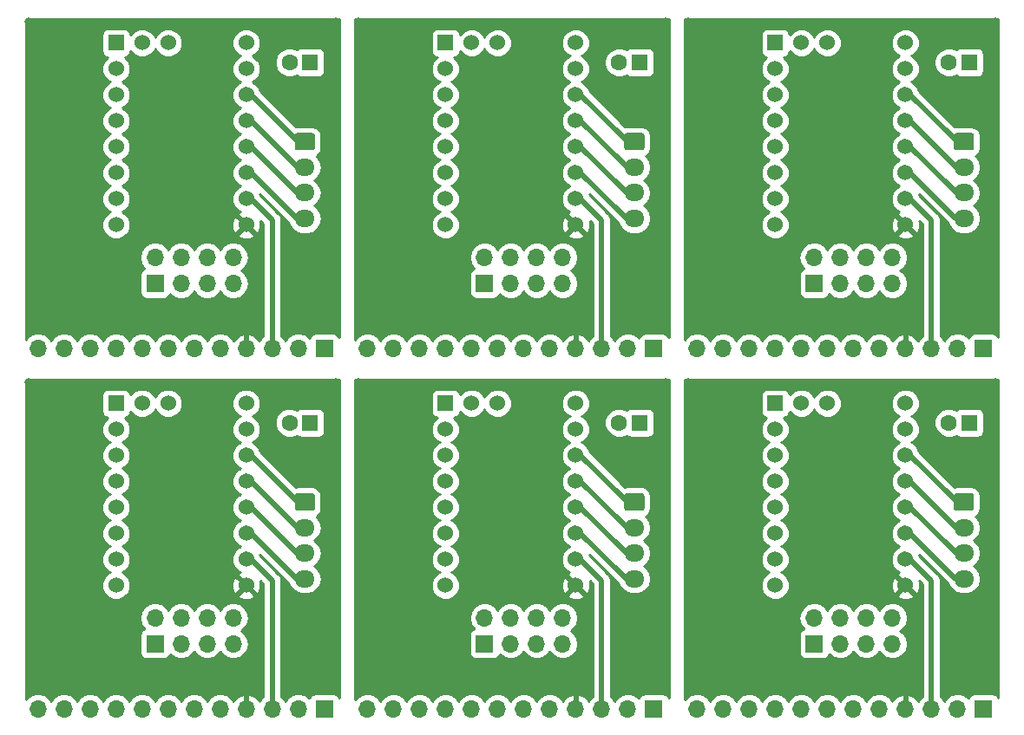
<source format=gbl>
G04 #@! TF.GenerationSoftware,KiCad,Pcbnew,5.0.2+dfsg1-1*
G04 #@! TF.CreationDate,2021-09-02T00:31:40+09:00*
G04 #@! TF.ProjectId,tmc-dev-board_panelized,746d632d-6465-4762-9d62-6f6172645f70,rev?*
G04 #@! TF.SameCoordinates,Original*
G04 #@! TF.FileFunction,Copper,L2,Bot*
G04 #@! TF.FilePolarity,Positive*
%FSLAX46Y46*%
G04 Gerber Fmt 4.6, Leading zero omitted, Abs format (unit mm)*
G04 Created by KiCad (PCBNEW 5.0.2+dfsg1-1) date Thu 02 Sep 2021 12:31:40 AM JST*
%MOMM*%
%LPD*%
G01*
G04 APERTURE LIST*
G04 #@! TA.AperFunction,ComponentPad*
%ADD10C,1.524000*%
G04 #@! TD*
G04 #@! TA.AperFunction,ComponentPad*
%ADD11R,1.524000X1.524000*%
G04 #@! TD*
G04 #@! TA.AperFunction,ComponentPad*
%ADD12O,1.950000X1.700000*%
G04 #@! TD*
G04 #@! TA.AperFunction,Conductor*
%ADD13C,0.100000*%
G04 #@! TD*
G04 #@! TA.AperFunction,ComponentPad*
%ADD14C,1.700000*%
G04 #@! TD*
G04 #@! TA.AperFunction,ComponentPad*
%ADD15O,1.700000X1.700000*%
G04 #@! TD*
G04 #@! TA.AperFunction,ComponentPad*
%ADD16R,1.700000X1.700000*%
G04 #@! TD*
G04 #@! TA.AperFunction,ComponentPad*
%ADD17C,1.600000*%
G04 #@! TD*
G04 #@! TA.AperFunction,ComponentPad*
%ADD18R,1.600000X1.600000*%
G04 #@! TD*
G04 #@! TA.AperFunction,ViaPad*
%ADD19C,0.800000*%
G04 #@! TD*
G04 #@! TA.AperFunction,Conductor*
%ADD20C,0.500000*%
G04 #@! TD*
G04 #@! TA.AperFunction,Conductor*
%ADD21C,0.254000*%
G04 #@! TD*
G04 APERTURE END LIST*
D10*
G04 #@! TO.P,U1,18*
G04 #@! TO.N,Net-(R1-Pad1)*
X190673004Y-106322002D03*
G04 #@! TO.P,U1,17*
G04 #@! TO.N,N/C*
X188133004Y-106322002D03*
G04 #@! TO.P,U1,16*
G04 #@! TO.N,-12V*
X198293004Y-106322002D03*
G04 #@! TO.P,U1,15*
G04 #@! TO.N,Net-(C2-Pad2)*
X198293004Y-108862002D03*
G04 #@! TO.P,U1,14*
G04 #@! TO.N,Net-(J2-Pad1)*
X198293004Y-111402002D03*
G04 #@! TO.P,U1,13*
G04 #@! TO.N,Net-(J2-Pad2)*
X198293004Y-113942002D03*
G04 #@! TO.P,U1,12*
G04 #@! TO.N,Net-(J2-Pad3)*
X198293004Y-116482002D03*
G04 #@! TO.P,U1,11*
G04 #@! TO.N,Net-(J2-Pad4)*
X198293004Y-119022002D03*
G04 #@! TO.P,U1,10*
G04 #@! TO.N,+5V*
X198293004Y-121562002D03*
G04 #@! TO.P,U1,9*
G04 #@! TO.N,GND*
X198293004Y-124102002D03*
G04 #@! TO.P,U1,8*
G04 #@! TO.N,Net-(R5-Pad1)*
X185593004Y-124102002D03*
G04 #@! TO.P,U1,7*
G04 #@! TO.N,Net-(R3-Pad1)*
X185593004Y-121562002D03*
G04 #@! TO.P,U1,6*
G04 #@! TO.N,Net-(R4-Pad2)*
X185593004Y-119022002D03*
G04 #@! TO.P,U1,5*
G04 #@! TO.N,Net-(R4-Pad1)*
X185593004Y-116482002D03*
G04 #@! TO.P,U1,4*
G04 #@! TO.N,Net-(R7-Pad1)*
X185593004Y-113942002D03*
G04 #@! TO.P,U1,3*
G04 #@! TO.N,Net-(R8-Pad1)*
X185593004Y-111402002D03*
G04 #@! TO.P,U1,2*
G04 #@! TO.N,Net-(R9-Pad1)*
X185593004Y-108862002D03*
D11*
G04 #@! TO.P,U1,1*
G04 #@! TO.N,Net-(R10-Pad2)*
X185593004Y-106322002D03*
G04 #@! TD*
D10*
G04 #@! TO.P,U1,18*
G04 #@! TO.N,Net-(R1-Pad1)*
X190673004Y-71120000D03*
G04 #@! TO.P,U1,17*
G04 #@! TO.N,N/C*
X188133004Y-71120000D03*
G04 #@! TO.P,U1,16*
G04 #@! TO.N,-12V*
X198293004Y-71120000D03*
G04 #@! TO.P,U1,15*
G04 #@! TO.N,Net-(C2-Pad2)*
X198293004Y-73660000D03*
G04 #@! TO.P,U1,14*
G04 #@! TO.N,Net-(J2-Pad1)*
X198293004Y-76200000D03*
G04 #@! TO.P,U1,13*
G04 #@! TO.N,Net-(J2-Pad2)*
X198293004Y-78740000D03*
G04 #@! TO.P,U1,12*
G04 #@! TO.N,Net-(J2-Pad3)*
X198293004Y-81280000D03*
G04 #@! TO.P,U1,11*
G04 #@! TO.N,Net-(J2-Pad4)*
X198293004Y-83820000D03*
G04 #@! TO.P,U1,10*
G04 #@! TO.N,+5V*
X198293004Y-86360000D03*
G04 #@! TO.P,U1,9*
G04 #@! TO.N,GND*
X198293004Y-88900000D03*
G04 #@! TO.P,U1,8*
G04 #@! TO.N,Net-(R5-Pad1)*
X185593004Y-88900000D03*
G04 #@! TO.P,U1,7*
G04 #@! TO.N,Net-(R3-Pad1)*
X185593004Y-86360000D03*
G04 #@! TO.P,U1,6*
G04 #@! TO.N,Net-(R4-Pad2)*
X185593004Y-83820000D03*
G04 #@! TO.P,U1,5*
G04 #@! TO.N,Net-(R4-Pad1)*
X185593004Y-81280000D03*
G04 #@! TO.P,U1,4*
G04 #@! TO.N,Net-(R7-Pad1)*
X185593004Y-78740000D03*
G04 #@! TO.P,U1,3*
G04 #@! TO.N,Net-(R8-Pad1)*
X185593004Y-76200000D03*
G04 #@! TO.P,U1,2*
G04 #@! TO.N,Net-(R9-Pad1)*
X185593004Y-73660000D03*
D11*
G04 #@! TO.P,U1,1*
G04 #@! TO.N,Net-(R10-Pad2)*
X185593004Y-71120000D03*
G04 #@! TD*
D10*
G04 #@! TO.P,U1,18*
G04 #@! TO.N,Net-(R1-Pad1)*
X158519002Y-106322002D03*
G04 #@! TO.P,U1,17*
G04 #@! TO.N,N/C*
X155979002Y-106322002D03*
G04 #@! TO.P,U1,16*
G04 #@! TO.N,-12V*
X166139002Y-106322002D03*
G04 #@! TO.P,U1,15*
G04 #@! TO.N,Net-(C2-Pad2)*
X166139002Y-108862002D03*
G04 #@! TO.P,U1,14*
G04 #@! TO.N,Net-(J2-Pad1)*
X166139002Y-111402002D03*
G04 #@! TO.P,U1,13*
G04 #@! TO.N,Net-(J2-Pad2)*
X166139002Y-113942002D03*
G04 #@! TO.P,U1,12*
G04 #@! TO.N,Net-(J2-Pad3)*
X166139002Y-116482002D03*
G04 #@! TO.P,U1,11*
G04 #@! TO.N,Net-(J2-Pad4)*
X166139002Y-119022002D03*
G04 #@! TO.P,U1,10*
G04 #@! TO.N,+5V*
X166139002Y-121562002D03*
G04 #@! TO.P,U1,9*
G04 #@! TO.N,GND*
X166139002Y-124102002D03*
G04 #@! TO.P,U1,8*
G04 #@! TO.N,Net-(R5-Pad1)*
X153439002Y-124102002D03*
G04 #@! TO.P,U1,7*
G04 #@! TO.N,Net-(R3-Pad1)*
X153439002Y-121562002D03*
G04 #@! TO.P,U1,6*
G04 #@! TO.N,Net-(R4-Pad2)*
X153439002Y-119022002D03*
G04 #@! TO.P,U1,5*
G04 #@! TO.N,Net-(R4-Pad1)*
X153439002Y-116482002D03*
G04 #@! TO.P,U1,4*
G04 #@! TO.N,Net-(R7-Pad1)*
X153439002Y-113942002D03*
G04 #@! TO.P,U1,3*
G04 #@! TO.N,Net-(R8-Pad1)*
X153439002Y-111402002D03*
G04 #@! TO.P,U1,2*
G04 #@! TO.N,Net-(R9-Pad1)*
X153439002Y-108862002D03*
D11*
G04 #@! TO.P,U1,1*
G04 #@! TO.N,Net-(R10-Pad2)*
X153439002Y-106322002D03*
G04 #@! TD*
D10*
G04 #@! TO.P,U1,18*
G04 #@! TO.N,Net-(R1-Pad1)*
X158519002Y-71120000D03*
G04 #@! TO.P,U1,17*
G04 #@! TO.N,N/C*
X155979002Y-71120000D03*
G04 #@! TO.P,U1,16*
G04 #@! TO.N,-12V*
X166139002Y-71120000D03*
G04 #@! TO.P,U1,15*
G04 #@! TO.N,Net-(C2-Pad2)*
X166139002Y-73660000D03*
G04 #@! TO.P,U1,14*
G04 #@! TO.N,Net-(J2-Pad1)*
X166139002Y-76200000D03*
G04 #@! TO.P,U1,13*
G04 #@! TO.N,Net-(J2-Pad2)*
X166139002Y-78740000D03*
G04 #@! TO.P,U1,12*
G04 #@! TO.N,Net-(J2-Pad3)*
X166139002Y-81280000D03*
G04 #@! TO.P,U1,11*
G04 #@! TO.N,Net-(J2-Pad4)*
X166139002Y-83820000D03*
G04 #@! TO.P,U1,10*
G04 #@! TO.N,+5V*
X166139002Y-86360000D03*
G04 #@! TO.P,U1,9*
G04 #@! TO.N,GND*
X166139002Y-88900000D03*
G04 #@! TO.P,U1,8*
G04 #@! TO.N,Net-(R5-Pad1)*
X153439002Y-88900000D03*
G04 #@! TO.P,U1,7*
G04 #@! TO.N,Net-(R3-Pad1)*
X153439002Y-86360000D03*
G04 #@! TO.P,U1,6*
G04 #@! TO.N,Net-(R4-Pad2)*
X153439002Y-83820000D03*
G04 #@! TO.P,U1,5*
G04 #@! TO.N,Net-(R4-Pad1)*
X153439002Y-81280000D03*
G04 #@! TO.P,U1,4*
G04 #@! TO.N,Net-(R7-Pad1)*
X153439002Y-78740000D03*
G04 #@! TO.P,U1,3*
G04 #@! TO.N,Net-(R8-Pad1)*
X153439002Y-76200000D03*
G04 #@! TO.P,U1,2*
G04 #@! TO.N,Net-(R9-Pad1)*
X153439002Y-73660000D03*
D11*
G04 #@! TO.P,U1,1*
G04 #@! TO.N,Net-(R10-Pad2)*
X153439002Y-71120000D03*
G04 #@! TD*
D10*
G04 #@! TO.P,U1,18*
G04 #@! TO.N,Net-(R1-Pad1)*
X126365000Y-106322002D03*
G04 #@! TO.P,U1,17*
G04 #@! TO.N,N/C*
X123825000Y-106322002D03*
G04 #@! TO.P,U1,16*
G04 #@! TO.N,-12V*
X133985000Y-106322002D03*
G04 #@! TO.P,U1,15*
G04 #@! TO.N,Net-(C2-Pad2)*
X133985000Y-108862002D03*
G04 #@! TO.P,U1,14*
G04 #@! TO.N,Net-(J2-Pad1)*
X133985000Y-111402002D03*
G04 #@! TO.P,U1,13*
G04 #@! TO.N,Net-(J2-Pad2)*
X133985000Y-113942002D03*
G04 #@! TO.P,U1,12*
G04 #@! TO.N,Net-(J2-Pad3)*
X133985000Y-116482002D03*
G04 #@! TO.P,U1,11*
G04 #@! TO.N,Net-(J2-Pad4)*
X133985000Y-119022002D03*
G04 #@! TO.P,U1,10*
G04 #@! TO.N,+5V*
X133985000Y-121562002D03*
G04 #@! TO.P,U1,9*
G04 #@! TO.N,GND*
X133985000Y-124102002D03*
G04 #@! TO.P,U1,8*
G04 #@! TO.N,Net-(R5-Pad1)*
X121285000Y-124102002D03*
G04 #@! TO.P,U1,7*
G04 #@! TO.N,Net-(R3-Pad1)*
X121285000Y-121562002D03*
G04 #@! TO.P,U1,6*
G04 #@! TO.N,Net-(R4-Pad2)*
X121285000Y-119022002D03*
G04 #@! TO.P,U1,5*
G04 #@! TO.N,Net-(R4-Pad1)*
X121285000Y-116482002D03*
G04 #@! TO.P,U1,4*
G04 #@! TO.N,Net-(R7-Pad1)*
X121285000Y-113942002D03*
G04 #@! TO.P,U1,3*
G04 #@! TO.N,Net-(R8-Pad1)*
X121285000Y-111402002D03*
G04 #@! TO.P,U1,2*
G04 #@! TO.N,Net-(R9-Pad1)*
X121285000Y-108862002D03*
D11*
G04 #@! TO.P,U1,1*
G04 #@! TO.N,Net-(R10-Pad2)*
X121285000Y-106322002D03*
G04 #@! TD*
D12*
G04 #@! TO.P,J2,4*
G04 #@! TO.N,Net-(J2-Pad4)*
X204008004Y-123467002D03*
G04 #@! TO.P,J2,3*
G04 #@! TO.N,Net-(J2-Pad3)*
X204008004Y-120967002D03*
G04 #@! TO.P,J2,2*
G04 #@! TO.N,Net-(J2-Pad2)*
X204008004Y-118467002D03*
D13*
G04 #@! TD*
G04 #@! TO.N,Net-(J2-Pad1)*
G04 #@! TO.C,J2*
G36*
X204757508Y-115118206D02*
X204781777Y-115121806D01*
X204805575Y-115127767D01*
X204828675Y-115136032D01*
X204850853Y-115146522D01*
X204871897Y-115159135D01*
X204891602Y-115173749D01*
X204909781Y-115190225D01*
X204926257Y-115208404D01*
X204940871Y-115228109D01*
X204953484Y-115249153D01*
X204963974Y-115271331D01*
X204972239Y-115294431D01*
X204978200Y-115318229D01*
X204981800Y-115342498D01*
X204983004Y-115367002D01*
X204983004Y-116567002D01*
X204981800Y-116591506D01*
X204978200Y-116615775D01*
X204972239Y-116639573D01*
X204963974Y-116662673D01*
X204953484Y-116684851D01*
X204940871Y-116705895D01*
X204926257Y-116725600D01*
X204909781Y-116743779D01*
X204891602Y-116760255D01*
X204871897Y-116774869D01*
X204850853Y-116787482D01*
X204828675Y-116797972D01*
X204805575Y-116806237D01*
X204781777Y-116812198D01*
X204757508Y-116815798D01*
X204733004Y-116817002D01*
X203283004Y-116817002D01*
X203258500Y-116815798D01*
X203234231Y-116812198D01*
X203210433Y-116806237D01*
X203187333Y-116797972D01*
X203165155Y-116787482D01*
X203144111Y-116774869D01*
X203124406Y-116760255D01*
X203106227Y-116743779D01*
X203089751Y-116725600D01*
X203075137Y-116705895D01*
X203062524Y-116684851D01*
X203052034Y-116662673D01*
X203043769Y-116639573D01*
X203037808Y-116615775D01*
X203034208Y-116591506D01*
X203033004Y-116567002D01*
X203033004Y-115367002D01*
X203034208Y-115342498D01*
X203037808Y-115318229D01*
X203043769Y-115294431D01*
X203052034Y-115271331D01*
X203062524Y-115249153D01*
X203075137Y-115228109D01*
X203089751Y-115208404D01*
X203106227Y-115190225D01*
X203124406Y-115173749D01*
X203144111Y-115159135D01*
X203165155Y-115146522D01*
X203187333Y-115136032D01*
X203210433Y-115127767D01*
X203234231Y-115121806D01*
X203258500Y-115118206D01*
X203283004Y-115117002D01*
X204733004Y-115117002D01*
X204757508Y-115118206D01*
X204757508Y-115118206D01*
G37*
D14*
G04 #@! TO.P,J2,1*
G04 #@! TO.N,Net-(J2-Pad1)*
X204008004Y-115967002D03*
G04 #@! TD*
D12*
G04 #@! TO.P,J2,4*
G04 #@! TO.N,Net-(J2-Pad4)*
X204008004Y-88265000D03*
G04 #@! TO.P,J2,3*
G04 #@! TO.N,Net-(J2-Pad3)*
X204008004Y-85765000D03*
G04 #@! TO.P,J2,2*
G04 #@! TO.N,Net-(J2-Pad2)*
X204008004Y-83265000D03*
D13*
G04 #@! TD*
G04 #@! TO.N,Net-(J2-Pad1)*
G04 #@! TO.C,J2*
G36*
X204757508Y-79916204D02*
X204781777Y-79919804D01*
X204805575Y-79925765D01*
X204828675Y-79934030D01*
X204850853Y-79944520D01*
X204871897Y-79957133D01*
X204891602Y-79971747D01*
X204909781Y-79988223D01*
X204926257Y-80006402D01*
X204940871Y-80026107D01*
X204953484Y-80047151D01*
X204963974Y-80069329D01*
X204972239Y-80092429D01*
X204978200Y-80116227D01*
X204981800Y-80140496D01*
X204983004Y-80165000D01*
X204983004Y-81365000D01*
X204981800Y-81389504D01*
X204978200Y-81413773D01*
X204972239Y-81437571D01*
X204963974Y-81460671D01*
X204953484Y-81482849D01*
X204940871Y-81503893D01*
X204926257Y-81523598D01*
X204909781Y-81541777D01*
X204891602Y-81558253D01*
X204871897Y-81572867D01*
X204850853Y-81585480D01*
X204828675Y-81595970D01*
X204805575Y-81604235D01*
X204781777Y-81610196D01*
X204757508Y-81613796D01*
X204733004Y-81615000D01*
X203283004Y-81615000D01*
X203258500Y-81613796D01*
X203234231Y-81610196D01*
X203210433Y-81604235D01*
X203187333Y-81595970D01*
X203165155Y-81585480D01*
X203144111Y-81572867D01*
X203124406Y-81558253D01*
X203106227Y-81541777D01*
X203089751Y-81523598D01*
X203075137Y-81503893D01*
X203062524Y-81482849D01*
X203052034Y-81460671D01*
X203043769Y-81437571D01*
X203037808Y-81413773D01*
X203034208Y-81389504D01*
X203033004Y-81365000D01*
X203033004Y-80165000D01*
X203034208Y-80140496D01*
X203037808Y-80116227D01*
X203043769Y-80092429D01*
X203052034Y-80069329D01*
X203062524Y-80047151D01*
X203075137Y-80026107D01*
X203089751Y-80006402D01*
X203106227Y-79988223D01*
X203124406Y-79971747D01*
X203144111Y-79957133D01*
X203165155Y-79944520D01*
X203187333Y-79934030D01*
X203210433Y-79925765D01*
X203234231Y-79919804D01*
X203258500Y-79916204D01*
X203283004Y-79915000D01*
X204733004Y-79915000D01*
X204757508Y-79916204D01*
X204757508Y-79916204D01*
G37*
D14*
G04 #@! TO.P,J2,1*
G04 #@! TO.N,Net-(J2-Pad1)*
X204008004Y-80765000D03*
G04 #@! TD*
D12*
G04 #@! TO.P,J2,4*
G04 #@! TO.N,Net-(J2-Pad4)*
X171854002Y-123467002D03*
G04 #@! TO.P,J2,3*
G04 #@! TO.N,Net-(J2-Pad3)*
X171854002Y-120967002D03*
G04 #@! TO.P,J2,2*
G04 #@! TO.N,Net-(J2-Pad2)*
X171854002Y-118467002D03*
D13*
G04 #@! TD*
G04 #@! TO.N,Net-(J2-Pad1)*
G04 #@! TO.C,J2*
G36*
X172603506Y-115118206D02*
X172627775Y-115121806D01*
X172651573Y-115127767D01*
X172674673Y-115136032D01*
X172696851Y-115146522D01*
X172717895Y-115159135D01*
X172737600Y-115173749D01*
X172755779Y-115190225D01*
X172772255Y-115208404D01*
X172786869Y-115228109D01*
X172799482Y-115249153D01*
X172809972Y-115271331D01*
X172818237Y-115294431D01*
X172824198Y-115318229D01*
X172827798Y-115342498D01*
X172829002Y-115367002D01*
X172829002Y-116567002D01*
X172827798Y-116591506D01*
X172824198Y-116615775D01*
X172818237Y-116639573D01*
X172809972Y-116662673D01*
X172799482Y-116684851D01*
X172786869Y-116705895D01*
X172772255Y-116725600D01*
X172755779Y-116743779D01*
X172737600Y-116760255D01*
X172717895Y-116774869D01*
X172696851Y-116787482D01*
X172674673Y-116797972D01*
X172651573Y-116806237D01*
X172627775Y-116812198D01*
X172603506Y-116815798D01*
X172579002Y-116817002D01*
X171129002Y-116817002D01*
X171104498Y-116815798D01*
X171080229Y-116812198D01*
X171056431Y-116806237D01*
X171033331Y-116797972D01*
X171011153Y-116787482D01*
X170990109Y-116774869D01*
X170970404Y-116760255D01*
X170952225Y-116743779D01*
X170935749Y-116725600D01*
X170921135Y-116705895D01*
X170908522Y-116684851D01*
X170898032Y-116662673D01*
X170889767Y-116639573D01*
X170883806Y-116615775D01*
X170880206Y-116591506D01*
X170879002Y-116567002D01*
X170879002Y-115367002D01*
X170880206Y-115342498D01*
X170883806Y-115318229D01*
X170889767Y-115294431D01*
X170898032Y-115271331D01*
X170908522Y-115249153D01*
X170921135Y-115228109D01*
X170935749Y-115208404D01*
X170952225Y-115190225D01*
X170970404Y-115173749D01*
X170990109Y-115159135D01*
X171011153Y-115146522D01*
X171033331Y-115136032D01*
X171056431Y-115127767D01*
X171080229Y-115121806D01*
X171104498Y-115118206D01*
X171129002Y-115117002D01*
X172579002Y-115117002D01*
X172603506Y-115118206D01*
X172603506Y-115118206D01*
G37*
D14*
G04 #@! TO.P,J2,1*
G04 #@! TO.N,Net-(J2-Pad1)*
X171854002Y-115967002D03*
G04 #@! TD*
D12*
G04 #@! TO.P,J2,4*
G04 #@! TO.N,Net-(J2-Pad4)*
X171854002Y-88265000D03*
G04 #@! TO.P,J2,3*
G04 #@! TO.N,Net-(J2-Pad3)*
X171854002Y-85765000D03*
G04 #@! TO.P,J2,2*
G04 #@! TO.N,Net-(J2-Pad2)*
X171854002Y-83265000D03*
D13*
G04 #@! TD*
G04 #@! TO.N,Net-(J2-Pad1)*
G04 #@! TO.C,J2*
G36*
X172603506Y-79916204D02*
X172627775Y-79919804D01*
X172651573Y-79925765D01*
X172674673Y-79934030D01*
X172696851Y-79944520D01*
X172717895Y-79957133D01*
X172737600Y-79971747D01*
X172755779Y-79988223D01*
X172772255Y-80006402D01*
X172786869Y-80026107D01*
X172799482Y-80047151D01*
X172809972Y-80069329D01*
X172818237Y-80092429D01*
X172824198Y-80116227D01*
X172827798Y-80140496D01*
X172829002Y-80165000D01*
X172829002Y-81365000D01*
X172827798Y-81389504D01*
X172824198Y-81413773D01*
X172818237Y-81437571D01*
X172809972Y-81460671D01*
X172799482Y-81482849D01*
X172786869Y-81503893D01*
X172772255Y-81523598D01*
X172755779Y-81541777D01*
X172737600Y-81558253D01*
X172717895Y-81572867D01*
X172696851Y-81585480D01*
X172674673Y-81595970D01*
X172651573Y-81604235D01*
X172627775Y-81610196D01*
X172603506Y-81613796D01*
X172579002Y-81615000D01*
X171129002Y-81615000D01*
X171104498Y-81613796D01*
X171080229Y-81610196D01*
X171056431Y-81604235D01*
X171033331Y-81595970D01*
X171011153Y-81585480D01*
X170990109Y-81572867D01*
X170970404Y-81558253D01*
X170952225Y-81541777D01*
X170935749Y-81523598D01*
X170921135Y-81503893D01*
X170908522Y-81482849D01*
X170898032Y-81460671D01*
X170889767Y-81437571D01*
X170883806Y-81413773D01*
X170880206Y-81389504D01*
X170879002Y-81365000D01*
X170879002Y-80165000D01*
X170880206Y-80140496D01*
X170883806Y-80116227D01*
X170889767Y-80092429D01*
X170898032Y-80069329D01*
X170908522Y-80047151D01*
X170921135Y-80026107D01*
X170935749Y-80006402D01*
X170952225Y-79988223D01*
X170970404Y-79971747D01*
X170990109Y-79957133D01*
X171011153Y-79944520D01*
X171033331Y-79934030D01*
X171056431Y-79925765D01*
X171080229Y-79919804D01*
X171104498Y-79916204D01*
X171129002Y-79915000D01*
X172579002Y-79915000D01*
X172603506Y-79916204D01*
X172603506Y-79916204D01*
G37*
D14*
G04 #@! TO.P,J2,1*
G04 #@! TO.N,Net-(J2-Pad1)*
X171854002Y-80765000D03*
G04 #@! TD*
D12*
G04 #@! TO.P,J2,4*
G04 #@! TO.N,Net-(J2-Pad4)*
X139700000Y-123467002D03*
G04 #@! TO.P,J2,3*
G04 #@! TO.N,Net-(J2-Pad3)*
X139700000Y-120967002D03*
G04 #@! TO.P,J2,2*
G04 #@! TO.N,Net-(J2-Pad2)*
X139700000Y-118467002D03*
D13*
G04 #@! TD*
G04 #@! TO.N,Net-(J2-Pad1)*
G04 #@! TO.C,J2*
G36*
X140449504Y-115118206D02*
X140473773Y-115121806D01*
X140497571Y-115127767D01*
X140520671Y-115136032D01*
X140542849Y-115146522D01*
X140563893Y-115159135D01*
X140583598Y-115173749D01*
X140601777Y-115190225D01*
X140618253Y-115208404D01*
X140632867Y-115228109D01*
X140645480Y-115249153D01*
X140655970Y-115271331D01*
X140664235Y-115294431D01*
X140670196Y-115318229D01*
X140673796Y-115342498D01*
X140675000Y-115367002D01*
X140675000Y-116567002D01*
X140673796Y-116591506D01*
X140670196Y-116615775D01*
X140664235Y-116639573D01*
X140655970Y-116662673D01*
X140645480Y-116684851D01*
X140632867Y-116705895D01*
X140618253Y-116725600D01*
X140601777Y-116743779D01*
X140583598Y-116760255D01*
X140563893Y-116774869D01*
X140542849Y-116787482D01*
X140520671Y-116797972D01*
X140497571Y-116806237D01*
X140473773Y-116812198D01*
X140449504Y-116815798D01*
X140425000Y-116817002D01*
X138975000Y-116817002D01*
X138950496Y-116815798D01*
X138926227Y-116812198D01*
X138902429Y-116806237D01*
X138879329Y-116797972D01*
X138857151Y-116787482D01*
X138836107Y-116774869D01*
X138816402Y-116760255D01*
X138798223Y-116743779D01*
X138781747Y-116725600D01*
X138767133Y-116705895D01*
X138754520Y-116684851D01*
X138744030Y-116662673D01*
X138735765Y-116639573D01*
X138729804Y-116615775D01*
X138726204Y-116591506D01*
X138725000Y-116567002D01*
X138725000Y-115367002D01*
X138726204Y-115342498D01*
X138729804Y-115318229D01*
X138735765Y-115294431D01*
X138744030Y-115271331D01*
X138754520Y-115249153D01*
X138767133Y-115228109D01*
X138781747Y-115208404D01*
X138798223Y-115190225D01*
X138816402Y-115173749D01*
X138836107Y-115159135D01*
X138857151Y-115146522D01*
X138879329Y-115136032D01*
X138902429Y-115127767D01*
X138926227Y-115121806D01*
X138950496Y-115118206D01*
X138975000Y-115117002D01*
X140425000Y-115117002D01*
X140449504Y-115118206D01*
X140449504Y-115118206D01*
G37*
D14*
G04 #@! TO.P,J2,1*
G04 #@! TO.N,Net-(J2-Pad1)*
X139700000Y-115967002D03*
G04 #@! TD*
D15*
G04 #@! TO.P,J1,12*
G04 #@! TO.N,Net-(J1-Pad12)*
X177973004Y-136167002D03*
G04 #@! TO.P,J1,11*
G04 #@! TO.N,Net-(J1-Pad11)*
X180513004Y-136167002D03*
G04 #@! TO.P,J1,10*
G04 #@! TO.N,Net-(J1-Pad10)*
X183053004Y-136167002D03*
G04 #@! TO.P,J1,9*
G04 #@! TO.N,Net-(J1-Pad9)*
X185593004Y-136167002D03*
G04 #@! TO.P,J1,8*
G04 #@! TO.N,Net-(CONN1-Pad1)*
X188133004Y-136167002D03*
G04 #@! TO.P,J1,7*
G04 #@! TO.N,Net-(CONN1-Pad3)*
X190673004Y-136167002D03*
G04 #@! TO.P,J1,6*
G04 #@! TO.N,Net-(CONN1-Pad5)*
X193213004Y-136167002D03*
G04 #@! TO.P,J1,5*
G04 #@! TO.N,Net-(CONN1-Pad7)*
X195753004Y-136167002D03*
G04 #@! TO.P,J1,4*
G04 #@! TO.N,GND*
X198293004Y-136167002D03*
G04 #@! TO.P,J1,3*
G04 #@! TO.N,+5V*
X200833004Y-136167002D03*
G04 #@! TO.P,J1,2*
G04 #@! TO.N,Net-(C2-Pad2)*
X203373004Y-136167002D03*
D16*
G04 #@! TO.P,J1,1*
G04 #@! TO.N,-12V*
X205913004Y-136167002D03*
G04 #@! TD*
D15*
G04 #@! TO.P,J1,12*
G04 #@! TO.N,Net-(J1-Pad12)*
X177973004Y-100965000D03*
G04 #@! TO.P,J1,11*
G04 #@! TO.N,Net-(J1-Pad11)*
X180513004Y-100965000D03*
G04 #@! TO.P,J1,10*
G04 #@! TO.N,Net-(J1-Pad10)*
X183053004Y-100965000D03*
G04 #@! TO.P,J1,9*
G04 #@! TO.N,Net-(J1-Pad9)*
X185593004Y-100965000D03*
G04 #@! TO.P,J1,8*
G04 #@! TO.N,Net-(CONN1-Pad1)*
X188133004Y-100965000D03*
G04 #@! TO.P,J1,7*
G04 #@! TO.N,Net-(CONN1-Pad3)*
X190673004Y-100965000D03*
G04 #@! TO.P,J1,6*
G04 #@! TO.N,Net-(CONN1-Pad5)*
X193213004Y-100965000D03*
G04 #@! TO.P,J1,5*
G04 #@! TO.N,Net-(CONN1-Pad7)*
X195753004Y-100965000D03*
G04 #@! TO.P,J1,4*
G04 #@! TO.N,GND*
X198293004Y-100965000D03*
G04 #@! TO.P,J1,3*
G04 #@! TO.N,+5V*
X200833004Y-100965000D03*
G04 #@! TO.P,J1,2*
G04 #@! TO.N,Net-(C2-Pad2)*
X203373004Y-100965000D03*
D16*
G04 #@! TO.P,J1,1*
G04 #@! TO.N,-12V*
X205913004Y-100965000D03*
G04 #@! TD*
D15*
G04 #@! TO.P,J1,12*
G04 #@! TO.N,Net-(J1-Pad12)*
X145819002Y-136167002D03*
G04 #@! TO.P,J1,11*
G04 #@! TO.N,Net-(J1-Pad11)*
X148359002Y-136167002D03*
G04 #@! TO.P,J1,10*
G04 #@! TO.N,Net-(J1-Pad10)*
X150899002Y-136167002D03*
G04 #@! TO.P,J1,9*
G04 #@! TO.N,Net-(J1-Pad9)*
X153439002Y-136167002D03*
G04 #@! TO.P,J1,8*
G04 #@! TO.N,Net-(CONN1-Pad1)*
X155979002Y-136167002D03*
G04 #@! TO.P,J1,7*
G04 #@! TO.N,Net-(CONN1-Pad3)*
X158519002Y-136167002D03*
G04 #@! TO.P,J1,6*
G04 #@! TO.N,Net-(CONN1-Pad5)*
X161059002Y-136167002D03*
G04 #@! TO.P,J1,5*
G04 #@! TO.N,Net-(CONN1-Pad7)*
X163599002Y-136167002D03*
G04 #@! TO.P,J1,4*
G04 #@! TO.N,GND*
X166139002Y-136167002D03*
G04 #@! TO.P,J1,3*
G04 #@! TO.N,+5V*
X168679002Y-136167002D03*
G04 #@! TO.P,J1,2*
G04 #@! TO.N,Net-(C2-Pad2)*
X171219002Y-136167002D03*
D16*
G04 #@! TO.P,J1,1*
G04 #@! TO.N,-12V*
X173759002Y-136167002D03*
G04 #@! TD*
D15*
G04 #@! TO.P,J1,12*
G04 #@! TO.N,Net-(J1-Pad12)*
X145819002Y-100965000D03*
G04 #@! TO.P,J1,11*
G04 #@! TO.N,Net-(J1-Pad11)*
X148359002Y-100965000D03*
G04 #@! TO.P,J1,10*
G04 #@! TO.N,Net-(J1-Pad10)*
X150899002Y-100965000D03*
G04 #@! TO.P,J1,9*
G04 #@! TO.N,Net-(J1-Pad9)*
X153439002Y-100965000D03*
G04 #@! TO.P,J1,8*
G04 #@! TO.N,Net-(CONN1-Pad1)*
X155979002Y-100965000D03*
G04 #@! TO.P,J1,7*
G04 #@! TO.N,Net-(CONN1-Pad3)*
X158519002Y-100965000D03*
G04 #@! TO.P,J1,6*
G04 #@! TO.N,Net-(CONN1-Pad5)*
X161059002Y-100965000D03*
G04 #@! TO.P,J1,5*
G04 #@! TO.N,Net-(CONN1-Pad7)*
X163599002Y-100965000D03*
G04 #@! TO.P,J1,4*
G04 #@! TO.N,GND*
X166139002Y-100965000D03*
G04 #@! TO.P,J1,3*
G04 #@! TO.N,+5V*
X168679002Y-100965000D03*
G04 #@! TO.P,J1,2*
G04 #@! TO.N,Net-(C2-Pad2)*
X171219002Y-100965000D03*
D16*
G04 #@! TO.P,J1,1*
G04 #@! TO.N,-12V*
X173759002Y-100965000D03*
G04 #@! TD*
D15*
G04 #@! TO.P,J1,12*
G04 #@! TO.N,Net-(J1-Pad12)*
X113665000Y-136167002D03*
G04 #@! TO.P,J1,11*
G04 #@! TO.N,Net-(J1-Pad11)*
X116205000Y-136167002D03*
G04 #@! TO.P,J1,10*
G04 #@! TO.N,Net-(J1-Pad10)*
X118745000Y-136167002D03*
G04 #@! TO.P,J1,9*
G04 #@! TO.N,Net-(J1-Pad9)*
X121285000Y-136167002D03*
G04 #@! TO.P,J1,8*
G04 #@! TO.N,Net-(CONN1-Pad1)*
X123825000Y-136167002D03*
G04 #@! TO.P,J1,7*
G04 #@! TO.N,Net-(CONN1-Pad3)*
X126365000Y-136167002D03*
G04 #@! TO.P,J1,6*
G04 #@! TO.N,Net-(CONN1-Pad5)*
X128905000Y-136167002D03*
G04 #@! TO.P,J1,5*
G04 #@! TO.N,Net-(CONN1-Pad7)*
X131445000Y-136167002D03*
G04 #@! TO.P,J1,4*
G04 #@! TO.N,GND*
X133985000Y-136167002D03*
G04 #@! TO.P,J1,3*
G04 #@! TO.N,+5V*
X136525000Y-136167002D03*
G04 #@! TO.P,J1,2*
G04 #@! TO.N,Net-(C2-Pad2)*
X139065000Y-136167002D03*
D16*
G04 #@! TO.P,J1,1*
G04 #@! TO.N,-12V*
X141605000Y-136167002D03*
G04 #@! TD*
D15*
G04 #@! TO.P,CONN1,8*
G04 #@! TO.N,Net-(CONN1-Pad8)*
X197023004Y-127277002D03*
G04 #@! TO.P,CONN1,7*
G04 #@! TO.N,Net-(CONN1-Pad7)*
X197023004Y-129817002D03*
G04 #@! TO.P,CONN1,6*
G04 #@! TO.N,Net-(CONN1-Pad6)*
X194483004Y-127277002D03*
G04 #@! TO.P,CONN1,5*
G04 #@! TO.N,Net-(CONN1-Pad5)*
X194483004Y-129817002D03*
G04 #@! TO.P,CONN1,4*
G04 #@! TO.N,Net-(CONN1-Pad4)*
X191943004Y-127277002D03*
G04 #@! TO.P,CONN1,3*
G04 #@! TO.N,Net-(CONN1-Pad3)*
X191943004Y-129817002D03*
G04 #@! TO.P,CONN1,2*
G04 #@! TO.N,Net-(CONN1-Pad2)*
X189403004Y-127277002D03*
D16*
G04 #@! TO.P,CONN1,1*
G04 #@! TO.N,Net-(CONN1-Pad1)*
X189403004Y-129817002D03*
G04 #@! TD*
D15*
G04 #@! TO.P,CONN1,8*
G04 #@! TO.N,Net-(CONN1-Pad8)*
X197023004Y-92075000D03*
G04 #@! TO.P,CONN1,7*
G04 #@! TO.N,Net-(CONN1-Pad7)*
X197023004Y-94615000D03*
G04 #@! TO.P,CONN1,6*
G04 #@! TO.N,Net-(CONN1-Pad6)*
X194483004Y-92075000D03*
G04 #@! TO.P,CONN1,5*
G04 #@! TO.N,Net-(CONN1-Pad5)*
X194483004Y-94615000D03*
G04 #@! TO.P,CONN1,4*
G04 #@! TO.N,Net-(CONN1-Pad4)*
X191943004Y-92075000D03*
G04 #@! TO.P,CONN1,3*
G04 #@! TO.N,Net-(CONN1-Pad3)*
X191943004Y-94615000D03*
G04 #@! TO.P,CONN1,2*
G04 #@! TO.N,Net-(CONN1-Pad2)*
X189403004Y-92075000D03*
D16*
G04 #@! TO.P,CONN1,1*
G04 #@! TO.N,Net-(CONN1-Pad1)*
X189403004Y-94615000D03*
G04 #@! TD*
D15*
G04 #@! TO.P,CONN1,8*
G04 #@! TO.N,Net-(CONN1-Pad8)*
X164869002Y-127277002D03*
G04 #@! TO.P,CONN1,7*
G04 #@! TO.N,Net-(CONN1-Pad7)*
X164869002Y-129817002D03*
G04 #@! TO.P,CONN1,6*
G04 #@! TO.N,Net-(CONN1-Pad6)*
X162329002Y-127277002D03*
G04 #@! TO.P,CONN1,5*
G04 #@! TO.N,Net-(CONN1-Pad5)*
X162329002Y-129817002D03*
G04 #@! TO.P,CONN1,4*
G04 #@! TO.N,Net-(CONN1-Pad4)*
X159789002Y-127277002D03*
G04 #@! TO.P,CONN1,3*
G04 #@! TO.N,Net-(CONN1-Pad3)*
X159789002Y-129817002D03*
G04 #@! TO.P,CONN1,2*
G04 #@! TO.N,Net-(CONN1-Pad2)*
X157249002Y-127277002D03*
D16*
G04 #@! TO.P,CONN1,1*
G04 #@! TO.N,Net-(CONN1-Pad1)*
X157249002Y-129817002D03*
G04 #@! TD*
D15*
G04 #@! TO.P,CONN1,8*
G04 #@! TO.N,Net-(CONN1-Pad8)*
X164869002Y-92075000D03*
G04 #@! TO.P,CONN1,7*
G04 #@! TO.N,Net-(CONN1-Pad7)*
X164869002Y-94615000D03*
G04 #@! TO.P,CONN1,6*
G04 #@! TO.N,Net-(CONN1-Pad6)*
X162329002Y-92075000D03*
G04 #@! TO.P,CONN1,5*
G04 #@! TO.N,Net-(CONN1-Pad5)*
X162329002Y-94615000D03*
G04 #@! TO.P,CONN1,4*
G04 #@! TO.N,Net-(CONN1-Pad4)*
X159789002Y-92075000D03*
G04 #@! TO.P,CONN1,3*
G04 #@! TO.N,Net-(CONN1-Pad3)*
X159789002Y-94615000D03*
G04 #@! TO.P,CONN1,2*
G04 #@! TO.N,Net-(CONN1-Pad2)*
X157249002Y-92075000D03*
D16*
G04 #@! TO.P,CONN1,1*
G04 #@! TO.N,Net-(CONN1-Pad1)*
X157249002Y-94615000D03*
G04 #@! TD*
D15*
G04 #@! TO.P,CONN1,8*
G04 #@! TO.N,Net-(CONN1-Pad8)*
X132715000Y-127277002D03*
G04 #@! TO.P,CONN1,7*
G04 #@! TO.N,Net-(CONN1-Pad7)*
X132715000Y-129817002D03*
G04 #@! TO.P,CONN1,6*
G04 #@! TO.N,Net-(CONN1-Pad6)*
X130175000Y-127277002D03*
G04 #@! TO.P,CONN1,5*
G04 #@! TO.N,Net-(CONN1-Pad5)*
X130175000Y-129817002D03*
G04 #@! TO.P,CONN1,4*
G04 #@! TO.N,Net-(CONN1-Pad4)*
X127635000Y-127277002D03*
G04 #@! TO.P,CONN1,3*
G04 #@! TO.N,Net-(CONN1-Pad3)*
X127635000Y-129817002D03*
G04 #@! TO.P,CONN1,2*
G04 #@! TO.N,Net-(CONN1-Pad2)*
X125095000Y-127277002D03*
D16*
G04 #@! TO.P,CONN1,1*
G04 #@! TO.N,Net-(CONN1-Pad1)*
X125095000Y-129817002D03*
G04 #@! TD*
D17*
G04 #@! TO.P,C2,2*
G04 #@! TO.N,Net-(C2-Pad2)*
X202516004Y-108227002D03*
D18*
G04 #@! TO.P,C2,1*
G04 #@! TO.N,-12V*
X204516004Y-108227002D03*
G04 #@! TD*
D17*
G04 #@! TO.P,C2,2*
G04 #@! TO.N,Net-(C2-Pad2)*
X202516004Y-73025000D03*
D18*
G04 #@! TO.P,C2,1*
G04 #@! TO.N,-12V*
X204516004Y-73025000D03*
G04 #@! TD*
D17*
G04 #@! TO.P,C2,2*
G04 #@! TO.N,Net-(C2-Pad2)*
X170362002Y-108227002D03*
D18*
G04 #@! TO.P,C2,1*
G04 #@! TO.N,-12V*
X172362002Y-108227002D03*
G04 #@! TD*
D17*
G04 #@! TO.P,C2,2*
G04 #@! TO.N,Net-(C2-Pad2)*
X170362002Y-73025000D03*
D18*
G04 #@! TO.P,C2,1*
G04 #@! TO.N,-12V*
X172362002Y-73025000D03*
G04 #@! TD*
D17*
G04 #@! TO.P,C2,2*
G04 #@! TO.N,Net-(C2-Pad2)*
X138208000Y-108227002D03*
D18*
G04 #@! TO.P,C2,1*
G04 #@! TO.N,-12V*
X140208000Y-108227002D03*
G04 #@! TD*
G04 #@! TO.P,C2,1*
G04 #@! TO.N,-12V*
X140208000Y-73025000D03*
D17*
G04 #@! TO.P,C2,2*
G04 #@! TO.N,Net-(C2-Pad2)*
X138208000Y-73025000D03*
G04 #@! TD*
D16*
G04 #@! TO.P,CONN1,1*
G04 #@! TO.N,Net-(CONN1-Pad1)*
X125095000Y-94615000D03*
D15*
G04 #@! TO.P,CONN1,2*
G04 #@! TO.N,Net-(CONN1-Pad2)*
X125095000Y-92075000D03*
G04 #@! TO.P,CONN1,3*
G04 #@! TO.N,Net-(CONN1-Pad3)*
X127635000Y-94615000D03*
G04 #@! TO.P,CONN1,4*
G04 #@! TO.N,Net-(CONN1-Pad4)*
X127635000Y-92075000D03*
G04 #@! TO.P,CONN1,5*
G04 #@! TO.N,Net-(CONN1-Pad5)*
X130175000Y-94615000D03*
G04 #@! TO.P,CONN1,6*
G04 #@! TO.N,Net-(CONN1-Pad6)*
X130175000Y-92075000D03*
G04 #@! TO.P,CONN1,7*
G04 #@! TO.N,Net-(CONN1-Pad7)*
X132715000Y-94615000D03*
G04 #@! TO.P,CONN1,8*
G04 #@! TO.N,Net-(CONN1-Pad8)*
X132715000Y-92075000D03*
G04 #@! TD*
D16*
G04 #@! TO.P,J1,1*
G04 #@! TO.N,-12V*
X141605000Y-100965000D03*
D15*
G04 #@! TO.P,J1,2*
G04 #@! TO.N,Net-(C2-Pad2)*
X139065000Y-100965000D03*
G04 #@! TO.P,J1,3*
G04 #@! TO.N,+5V*
X136525000Y-100965000D03*
G04 #@! TO.P,J1,4*
G04 #@! TO.N,GND*
X133985000Y-100965000D03*
G04 #@! TO.P,J1,5*
G04 #@! TO.N,Net-(CONN1-Pad7)*
X131445000Y-100965000D03*
G04 #@! TO.P,J1,6*
G04 #@! TO.N,Net-(CONN1-Pad5)*
X128905000Y-100965000D03*
G04 #@! TO.P,J1,7*
G04 #@! TO.N,Net-(CONN1-Pad3)*
X126365000Y-100965000D03*
G04 #@! TO.P,J1,8*
G04 #@! TO.N,Net-(CONN1-Pad1)*
X123825000Y-100965000D03*
G04 #@! TO.P,J1,9*
G04 #@! TO.N,Net-(J1-Pad9)*
X121285000Y-100965000D03*
G04 #@! TO.P,J1,10*
G04 #@! TO.N,Net-(J1-Pad10)*
X118745000Y-100965000D03*
G04 #@! TO.P,J1,11*
G04 #@! TO.N,Net-(J1-Pad11)*
X116205000Y-100965000D03*
G04 #@! TO.P,J1,12*
G04 #@! TO.N,Net-(J1-Pad12)*
X113665000Y-100965000D03*
G04 #@! TD*
D13*
G04 #@! TO.N,Net-(J2-Pad1)*
G04 #@! TO.C,J2*
G36*
X140449504Y-79916204D02*
X140473773Y-79919804D01*
X140497571Y-79925765D01*
X140520671Y-79934030D01*
X140542849Y-79944520D01*
X140563893Y-79957133D01*
X140583598Y-79971747D01*
X140601777Y-79988223D01*
X140618253Y-80006402D01*
X140632867Y-80026107D01*
X140645480Y-80047151D01*
X140655970Y-80069329D01*
X140664235Y-80092429D01*
X140670196Y-80116227D01*
X140673796Y-80140496D01*
X140675000Y-80165000D01*
X140675000Y-81365000D01*
X140673796Y-81389504D01*
X140670196Y-81413773D01*
X140664235Y-81437571D01*
X140655970Y-81460671D01*
X140645480Y-81482849D01*
X140632867Y-81503893D01*
X140618253Y-81523598D01*
X140601777Y-81541777D01*
X140583598Y-81558253D01*
X140563893Y-81572867D01*
X140542849Y-81585480D01*
X140520671Y-81595970D01*
X140497571Y-81604235D01*
X140473773Y-81610196D01*
X140449504Y-81613796D01*
X140425000Y-81615000D01*
X138975000Y-81615000D01*
X138950496Y-81613796D01*
X138926227Y-81610196D01*
X138902429Y-81604235D01*
X138879329Y-81595970D01*
X138857151Y-81585480D01*
X138836107Y-81572867D01*
X138816402Y-81558253D01*
X138798223Y-81541777D01*
X138781747Y-81523598D01*
X138767133Y-81503893D01*
X138754520Y-81482849D01*
X138744030Y-81460671D01*
X138735765Y-81437571D01*
X138729804Y-81413773D01*
X138726204Y-81389504D01*
X138725000Y-81365000D01*
X138725000Y-80165000D01*
X138726204Y-80140496D01*
X138729804Y-80116227D01*
X138735765Y-80092429D01*
X138744030Y-80069329D01*
X138754520Y-80047151D01*
X138767133Y-80026107D01*
X138781747Y-80006402D01*
X138798223Y-79988223D01*
X138816402Y-79971747D01*
X138836107Y-79957133D01*
X138857151Y-79944520D01*
X138879329Y-79934030D01*
X138902429Y-79925765D01*
X138926227Y-79919804D01*
X138950496Y-79916204D01*
X138975000Y-79915000D01*
X140425000Y-79915000D01*
X140449504Y-79916204D01*
X140449504Y-79916204D01*
G37*
D14*
G04 #@! TD*
G04 #@! TO.P,J2,1*
G04 #@! TO.N,Net-(J2-Pad1)*
X139700000Y-80765000D03*
D12*
G04 #@! TO.P,J2,2*
G04 #@! TO.N,Net-(J2-Pad2)*
X139700000Y-83265000D03*
G04 #@! TO.P,J2,3*
G04 #@! TO.N,Net-(J2-Pad3)*
X139700000Y-85765000D03*
G04 #@! TO.P,J2,4*
G04 #@! TO.N,Net-(J2-Pad4)*
X139700000Y-88265000D03*
G04 #@! TD*
D11*
G04 #@! TO.P,U1,1*
G04 #@! TO.N,Net-(R10-Pad2)*
X121285000Y-71120000D03*
D10*
G04 #@! TO.P,U1,2*
G04 #@! TO.N,Net-(R9-Pad1)*
X121285000Y-73660000D03*
G04 #@! TO.P,U1,3*
G04 #@! TO.N,Net-(R8-Pad1)*
X121285000Y-76200000D03*
G04 #@! TO.P,U1,4*
G04 #@! TO.N,Net-(R7-Pad1)*
X121285000Y-78740000D03*
G04 #@! TO.P,U1,5*
G04 #@! TO.N,Net-(R4-Pad1)*
X121285000Y-81280000D03*
G04 #@! TO.P,U1,6*
G04 #@! TO.N,Net-(R4-Pad2)*
X121285000Y-83820000D03*
G04 #@! TO.P,U1,7*
G04 #@! TO.N,Net-(R3-Pad1)*
X121285000Y-86360000D03*
G04 #@! TO.P,U1,8*
G04 #@! TO.N,Net-(R5-Pad1)*
X121285000Y-88900000D03*
G04 #@! TO.P,U1,9*
G04 #@! TO.N,GND*
X133985000Y-88900000D03*
G04 #@! TO.P,U1,10*
G04 #@! TO.N,+5V*
X133985000Y-86360000D03*
G04 #@! TO.P,U1,11*
G04 #@! TO.N,Net-(J2-Pad4)*
X133985000Y-83820000D03*
G04 #@! TO.P,U1,12*
G04 #@! TO.N,Net-(J2-Pad3)*
X133985000Y-81280000D03*
G04 #@! TO.P,U1,13*
G04 #@! TO.N,Net-(J2-Pad2)*
X133985000Y-78740000D03*
G04 #@! TO.P,U1,14*
G04 #@! TO.N,Net-(J2-Pad1)*
X133985000Y-76200000D03*
G04 #@! TO.P,U1,15*
G04 #@! TO.N,Net-(C2-Pad2)*
X133985000Y-73660000D03*
G04 #@! TO.P,U1,16*
G04 #@! TO.N,-12V*
X133985000Y-71120000D03*
G04 #@! TO.P,U1,17*
G04 #@! TO.N,N/C*
X123825000Y-71120000D03*
G04 #@! TO.P,U1,18*
G04 #@! TO.N,Net-(R1-Pad1)*
X126365000Y-71120000D03*
G04 #@! TD*
D19*
G04 #@! TO.N,GND*
X112776000Y-69088000D03*
X142748000Y-69088000D03*
X138176000Y-91948000D03*
X140208000Y-91948000D03*
X131445000Y-76835000D03*
X135128000Y-91948000D03*
X142748000Y-91948000D03*
X112776000Y-104290002D03*
X144930002Y-69088000D03*
X144930002Y-104290002D03*
X177084004Y-69088000D03*
X177084004Y-104290002D03*
X142748000Y-104290002D03*
X174902002Y-69088000D03*
X174902002Y-104290002D03*
X207056004Y-69088000D03*
X207056004Y-104290002D03*
X138176000Y-127150002D03*
X170330002Y-91948000D03*
X170330002Y-127150002D03*
X202484004Y-91948000D03*
X202484004Y-127150002D03*
X140208000Y-127150002D03*
X172362002Y-91948000D03*
X172362002Y-127150002D03*
X204516004Y-91948000D03*
X204516004Y-127150002D03*
X131445000Y-112037002D03*
X163599002Y-76835000D03*
X163599002Y-112037002D03*
X195753004Y-76835000D03*
X195753004Y-112037002D03*
X135128000Y-127150002D03*
X167282002Y-91948000D03*
X167282002Y-127150002D03*
X199436004Y-91948000D03*
X199436004Y-127150002D03*
X142748000Y-127150002D03*
X174902002Y-91948000D03*
X174902002Y-127150002D03*
X207056004Y-91948000D03*
X207056004Y-127150002D03*
G04 #@! TD*
D20*
G04 #@! TO.N,+5V*
X136525000Y-88425000D02*
X133900001Y-85800001D01*
X136525000Y-100965000D02*
X136525000Y-88425000D01*
X136525000Y-123627002D02*
X133900001Y-121002003D01*
X168679002Y-88425000D02*
X166054003Y-85800001D01*
X168679002Y-123627002D02*
X166054003Y-121002003D01*
X200833004Y-88425000D02*
X198208005Y-85800001D01*
X200833004Y-123627002D02*
X198208005Y-121002003D01*
X136525000Y-136167002D02*
X136525000Y-123627002D01*
X168679002Y-100965000D02*
X168679002Y-88425000D01*
X168679002Y-136167002D02*
X168679002Y-123627002D01*
X200833004Y-100965000D02*
X200833004Y-88425000D01*
X200833004Y-136167002D02*
X200833004Y-123627002D01*
G04 #@! TO.N,Net-(J2-Pad1)*
X139025000Y-80765000D02*
X139700000Y-80765000D01*
X133900001Y-75640001D02*
X139025000Y-80765000D01*
X139025000Y-115967002D02*
X139700000Y-115967002D01*
X171179002Y-80765000D02*
X171854002Y-80765000D01*
X171179002Y-115967002D02*
X171854002Y-115967002D01*
X203333004Y-80765000D02*
X204008004Y-80765000D01*
X203333004Y-115967002D02*
X204008004Y-115967002D01*
X133900001Y-110842003D02*
X139025000Y-115967002D01*
X166054003Y-75640001D02*
X171179002Y-80765000D01*
X166054003Y-110842003D02*
X171179002Y-115967002D01*
X198208005Y-75640001D02*
X203333004Y-80765000D01*
X198208005Y-110842003D02*
X203333004Y-115967002D01*
G04 #@! TO.N,Net-(J2-Pad2)*
X138985000Y-83265000D02*
X139700000Y-83265000D01*
X133900001Y-78180001D02*
X138985000Y-83265000D01*
X138985000Y-118467002D02*
X139700000Y-118467002D01*
X171139002Y-83265000D02*
X171854002Y-83265000D01*
X171139002Y-118467002D02*
X171854002Y-118467002D01*
X203293004Y-83265000D02*
X204008004Y-83265000D01*
X203293004Y-118467002D02*
X204008004Y-118467002D01*
X133900001Y-113382003D02*
X138985000Y-118467002D01*
X166054003Y-78180001D02*
X171139002Y-83265000D01*
X166054003Y-113382003D02*
X171139002Y-118467002D01*
X198208005Y-78180001D02*
X203293004Y-83265000D01*
X198208005Y-113382003D02*
X203293004Y-118467002D01*
G04 #@! TO.N,Net-(J2-Pad3)*
X138945000Y-85765000D02*
X139700000Y-85765000D01*
X133900001Y-80720001D02*
X138945000Y-85765000D01*
X138945000Y-120967002D02*
X139700000Y-120967002D01*
X171099002Y-85765000D02*
X171854002Y-85765000D01*
X171099002Y-120967002D02*
X171854002Y-120967002D01*
X203253004Y-85765000D02*
X204008004Y-85765000D01*
X203253004Y-120967002D02*
X204008004Y-120967002D01*
X133900001Y-115922003D02*
X138945000Y-120967002D01*
X166054003Y-80720001D02*
X171099002Y-85765000D01*
X166054003Y-115922003D02*
X171099002Y-120967002D01*
X198208005Y-80720001D02*
X203253004Y-85765000D01*
X198208005Y-115922003D02*
X203253004Y-120967002D01*
G04 #@! TO.N,Net-(J2-Pad4)*
X138905000Y-88265000D02*
X139700000Y-88265000D01*
X133900001Y-83260001D02*
X138905000Y-88265000D01*
X138905000Y-123467002D02*
X139700000Y-123467002D01*
X171059002Y-88265000D02*
X171854002Y-88265000D01*
X171059002Y-123467002D02*
X171854002Y-123467002D01*
X203213004Y-88265000D02*
X204008004Y-88265000D01*
X203213004Y-123467002D02*
X204008004Y-123467002D01*
X133900001Y-118462003D02*
X138905000Y-123467002D01*
X166054003Y-83260001D02*
X171059002Y-88265000D01*
X166054003Y-118462003D02*
X171059002Y-123467002D01*
X198208005Y-83260001D02*
X203213004Y-88265000D01*
X198208005Y-118462003D02*
X203213004Y-123467002D01*
G04 #@! TD*
D21*
G04 #@! TO.N,GND*
G36*
X143054000Y-99871474D02*
X143053157Y-99867235D01*
X142912809Y-99657191D01*
X142702765Y-99516843D01*
X142455000Y-99467560D01*
X140755000Y-99467560D01*
X140507235Y-99516843D01*
X140297191Y-99657191D01*
X140156843Y-99867235D01*
X140147816Y-99912619D01*
X140135625Y-99894375D01*
X139644418Y-99566161D01*
X139211256Y-99480000D01*
X138918744Y-99480000D01*
X138485582Y-99566161D01*
X137994375Y-99894375D01*
X137795000Y-100192761D01*
X137595625Y-99894375D01*
X137410000Y-99770344D01*
X137410000Y-88512159D01*
X137427337Y-88424999D01*
X137410000Y-88337839D01*
X137410000Y-88337835D01*
X137358652Y-88079690D01*
X137163049Y-87786951D01*
X137089156Y-87737577D01*
X135345445Y-85993866D01*
X135319393Y-85930971D01*
X138162088Y-88773667D01*
X138176161Y-88844418D01*
X138504375Y-89335625D01*
X138995582Y-89663839D01*
X139428744Y-89750000D01*
X139971256Y-89750000D01*
X140404418Y-89663839D01*
X140895625Y-89335625D01*
X141223839Y-88844418D01*
X141339092Y-88265000D01*
X141223839Y-87685582D01*
X140895625Y-87194375D01*
X140627171Y-87015000D01*
X140895625Y-86835625D01*
X141223839Y-86344418D01*
X141339092Y-85765000D01*
X141223839Y-85185582D01*
X140895625Y-84694375D01*
X140627171Y-84515000D01*
X140895625Y-84335625D01*
X141223839Y-83844418D01*
X141339092Y-83265000D01*
X141223839Y-82685582D01*
X140895625Y-82194375D01*
X140831844Y-82151758D01*
X141059586Y-81999586D01*
X141254126Y-81708435D01*
X141322440Y-81365000D01*
X141322440Y-80165000D01*
X141254126Y-79821565D01*
X141059586Y-79530414D01*
X140768435Y-79335874D01*
X140425000Y-79267560D01*
X138975000Y-79267560D01*
X138811634Y-79300056D01*
X135345445Y-75833867D01*
X135169320Y-75408663D01*
X134776337Y-75015680D01*
X134569487Y-74930000D01*
X134776337Y-74844320D01*
X135169320Y-74451337D01*
X135382000Y-73937881D01*
X135382000Y-73382119D01*
X135169320Y-72868663D01*
X135040218Y-72739561D01*
X136773000Y-72739561D01*
X136773000Y-73310439D01*
X136991466Y-73837862D01*
X137395138Y-74241534D01*
X137922561Y-74460000D01*
X138493439Y-74460000D01*
X138943910Y-74273409D01*
X138950191Y-74282809D01*
X139160235Y-74423157D01*
X139408000Y-74472440D01*
X141008000Y-74472440D01*
X141255765Y-74423157D01*
X141465809Y-74282809D01*
X141606157Y-74072765D01*
X141655440Y-73825000D01*
X141655440Y-72225000D01*
X141606157Y-71977235D01*
X141465809Y-71767191D01*
X141255765Y-71626843D01*
X141008000Y-71577560D01*
X139408000Y-71577560D01*
X139160235Y-71626843D01*
X138950191Y-71767191D01*
X138943910Y-71776591D01*
X138493439Y-71590000D01*
X137922561Y-71590000D01*
X137395138Y-71808466D01*
X136991466Y-72212138D01*
X136773000Y-72739561D01*
X135040218Y-72739561D01*
X134776337Y-72475680D01*
X134569487Y-72390000D01*
X134776337Y-72304320D01*
X135169320Y-71911337D01*
X135382000Y-71397881D01*
X135382000Y-70842119D01*
X135169320Y-70328663D01*
X134776337Y-69935680D01*
X134262881Y-69723000D01*
X133707119Y-69723000D01*
X133193663Y-69935680D01*
X132800680Y-70328663D01*
X132588000Y-70842119D01*
X132588000Y-71397881D01*
X132800680Y-71911337D01*
X133193663Y-72304320D01*
X133400513Y-72390000D01*
X133193663Y-72475680D01*
X132800680Y-72868663D01*
X132588000Y-73382119D01*
X132588000Y-73937881D01*
X132800680Y-74451337D01*
X133193663Y-74844320D01*
X133381452Y-74922105D01*
X133319275Y-74963650D01*
X133193663Y-75015680D01*
X132800680Y-75408663D01*
X132588000Y-75922119D01*
X132588000Y-76477881D01*
X132800680Y-76991337D01*
X133193663Y-77384320D01*
X133381452Y-77462105D01*
X133319275Y-77503650D01*
X133193663Y-77555680D01*
X132800680Y-77948663D01*
X132588000Y-78462119D01*
X132588000Y-79017881D01*
X132800680Y-79531337D01*
X133193663Y-79924320D01*
X133381452Y-80002105D01*
X133319275Y-80043650D01*
X133193663Y-80095680D01*
X132800680Y-80488663D01*
X132588000Y-81002119D01*
X132588000Y-81557881D01*
X132800680Y-82071337D01*
X133193663Y-82464320D01*
X133381452Y-82542105D01*
X133319275Y-82583650D01*
X133193663Y-82635680D01*
X132800680Y-83028663D01*
X132588000Y-83542119D01*
X132588000Y-84097881D01*
X132800680Y-84611337D01*
X133193663Y-85004320D01*
X133381452Y-85082105D01*
X133319275Y-85123650D01*
X133193663Y-85175680D01*
X132800680Y-85568663D01*
X132588000Y-86082119D01*
X132588000Y-86637881D01*
X132800680Y-87151337D01*
X133193663Y-87544320D01*
X133384647Y-87623428D01*
X133253857Y-87677603D01*
X133184392Y-87919787D01*
X133985000Y-88720395D01*
X133999143Y-88706253D01*
X134178748Y-88885858D01*
X134164605Y-88900000D01*
X134965213Y-89700608D01*
X135207397Y-89631143D01*
X135394144Y-89107698D01*
X135366362Y-88552632D01*
X135341832Y-88493410D01*
X135640001Y-88791580D01*
X135640000Y-99770344D01*
X135454375Y-99894375D01*
X135241157Y-100213478D01*
X135180183Y-100083642D01*
X134751924Y-99693355D01*
X134341890Y-99523524D01*
X134112000Y-99644845D01*
X134112000Y-100838000D01*
X134132000Y-100838000D01*
X134132000Y-101092000D01*
X134112000Y-101092000D01*
X134112000Y-101112000D01*
X133858000Y-101112000D01*
X133858000Y-101092000D01*
X133838000Y-101092000D01*
X133838000Y-100838000D01*
X133858000Y-100838000D01*
X133858000Y-99644845D01*
X133628110Y-99523524D01*
X133218076Y-99693355D01*
X132789817Y-100083642D01*
X132728843Y-100213478D01*
X132515625Y-99894375D01*
X132024418Y-99566161D01*
X131591256Y-99480000D01*
X131298744Y-99480000D01*
X130865582Y-99566161D01*
X130374375Y-99894375D01*
X130175000Y-100192761D01*
X129975625Y-99894375D01*
X129484418Y-99566161D01*
X129051256Y-99480000D01*
X128758744Y-99480000D01*
X128325582Y-99566161D01*
X127834375Y-99894375D01*
X127635000Y-100192761D01*
X127435625Y-99894375D01*
X126944418Y-99566161D01*
X126511256Y-99480000D01*
X126218744Y-99480000D01*
X125785582Y-99566161D01*
X125294375Y-99894375D01*
X125095000Y-100192761D01*
X124895625Y-99894375D01*
X124404418Y-99566161D01*
X123971256Y-99480000D01*
X123678744Y-99480000D01*
X123245582Y-99566161D01*
X122754375Y-99894375D01*
X122555000Y-100192761D01*
X122355625Y-99894375D01*
X121864418Y-99566161D01*
X121431256Y-99480000D01*
X121138744Y-99480000D01*
X120705582Y-99566161D01*
X120214375Y-99894375D01*
X120015000Y-100192761D01*
X119815625Y-99894375D01*
X119324418Y-99566161D01*
X118891256Y-99480000D01*
X118598744Y-99480000D01*
X118165582Y-99566161D01*
X117674375Y-99894375D01*
X117475000Y-100192761D01*
X117275625Y-99894375D01*
X116784418Y-99566161D01*
X116351256Y-99480000D01*
X116058744Y-99480000D01*
X115625582Y-99566161D01*
X115134375Y-99894375D01*
X114935000Y-100192761D01*
X114735625Y-99894375D01*
X114244418Y-99566161D01*
X113811256Y-99480000D01*
X113518744Y-99480000D01*
X113085582Y-99566161D01*
X112594375Y-99894375D01*
X112470000Y-100080515D01*
X112470000Y-92075000D01*
X123580908Y-92075000D01*
X123696161Y-92654418D01*
X124024375Y-93145625D01*
X124042619Y-93157816D01*
X123997235Y-93166843D01*
X123787191Y-93307191D01*
X123646843Y-93517235D01*
X123597560Y-93765000D01*
X123597560Y-95465000D01*
X123646843Y-95712765D01*
X123787191Y-95922809D01*
X123997235Y-96063157D01*
X124245000Y-96112440D01*
X125945000Y-96112440D01*
X126192765Y-96063157D01*
X126402809Y-95922809D01*
X126543157Y-95712765D01*
X126552184Y-95667381D01*
X126564375Y-95685625D01*
X127055582Y-96013839D01*
X127488744Y-96100000D01*
X127781256Y-96100000D01*
X128214418Y-96013839D01*
X128705625Y-95685625D01*
X128905000Y-95387239D01*
X129104375Y-95685625D01*
X129595582Y-96013839D01*
X130028744Y-96100000D01*
X130321256Y-96100000D01*
X130754418Y-96013839D01*
X131245625Y-95685625D01*
X131445000Y-95387239D01*
X131644375Y-95685625D01*
X132135582Y-96013839D01*
X132568744Y-96100000D01*
X132861256Y-96100000D01*
X133294418Y-96013839D01*
X133785625Y-95685625D01*
X134113839Y-95194418D01*
X134229092Y-94615000D01*
X134113839Y-94035582D01*
X133785625Y-93544375D01*
X133487239Y-93345000D01*
X133785625Y-93145625D01*
X134113839Y-92654418D01*
X134229092Y-92075000D01*
X134113839Y-91495582D01*
X133785625Y-91004375D01*
X133294418Y-90676161D01*
X132861256Y-90590000D01*
X132568744Y-90590000D01*
X132135582Y-90676161D01*
X131644375Y-91004375D01*
X131445000Y-91302761D01*
X131245625Y-91004375D01*
X130754418Y-90676161D01*
X130321256Y-90590000D01*
X130028744Y-90590000D01*
X129595582Y-90676161D01*
X129104375Y-91004375D01*
X128905000Y-91302761D01*
X128705625Y-91004375D01*
X128214418Y-90676161D01*
X127781256Y-90590000D01*
X127488744Y-90590000D01*
X127055582Y-90676161D01*
X126564375Y-91004375D01*
X126365000Y-91302761D01*
X126165625Y-91004375D01*
X125674418Y-90676161D01*
X125241256Y-90590000D01*
X124948744Y-90590000D01*
X124515582Y-90676161D01*
X124024375Y-91004375D01*
X123696161Y-91495582D01*
X123580908Y-92075000D01*
X112470000Y-92075000D01*
X112470000Y-70358000D01*
X119875560Y-70358000D01*
X119875560Y-71882000D01*
X119924843Y-72129765D01*
X120065191Y-72339809D01*
X120275235Y-72480157D01*
X120453690Y-72515653D01*
X120100680Y-72868663D01*
X119888000Y-73382119D01*
X119888000Y-73937881D01*
X120100680Y-74451337D01*
X120493663Y-74844320D01*
X120700513Y-74930000D01*
X120493663Y-75015680D01*
X120100680Y-75408663D01*
X119888000Y-75922119D01*
X119888000Y-76477881D01*
X120100680Y-76991337D01*
X120493663Y-77384320D01*
X120700513Y-77470000D01*
X120493663Y-77555680D01*
X120100680Y-77948663D01*
X119888000Y-78462119D01*
X119888000Y-79017881D01*
X120100680Y-79531337D01*
X120493663Y-79924320D01*
X120700513Y-80010000D01*
X120493663Y-80095680D01*
X120100680Y-80488663D01*
X119888000Y-81002119D01*
X119888000Y-81557881D01*
X120100680Y-82071337D01*
X120493663Y-82464320D01*
X120700513Y-82550000D01*
X120493663Y-82635680D01*
X120100680Y-83028663D01*
X119888000Y-83542119D01*
X119888000Y-84097881D01*
X120100680Y-84611337D01*
X120493663Y-85004320D01*
X120700513Y-85090000D01*
X120493663Y-85175680D01*
X120100680Y-85568663D01*
X119888000Y-86082119D01*
X119888000Y-86637881D01*
X120100680Y-87151337D01*
X120493663Y-87544320D01*
X120700513Y-87630000D01*
X120493663Y-87715680D01*
X120100680Y-88108663D01*
X119888000Y-88622119D01*
X119888000Y-89177881D01*
X120100680Y-89691337D01*
X120493663Y-90084320D01*
X121007119Y-90297000D01*
X121562881Y-90297000D01*
X122076337Y-90084320D01*
X122280444Y-89880213D01*
X133184392Y-89880213D01*
X133253857Y-90122397D01*
X133777302Y-90309144D01*
X134332368Y-90281362D01*
X134716143Y-90122397D01*
X134785608Y-89880213D01*
X133985000Y-89079605D01*
X133184392Y-89880213D01*
X122280444Y-89880213D01*
X122469320Y-89691337D01*
X122682000Y-89177881D01*
X122682000Y-88692302D01*
X132575856Y-88692302D01*
X132603638Y-89247368D01*
X132762603Y-89631143D01*
X133004787Y-89700608D01*
X133805395Y-88900000D01*
X133004787Y-88099392D01*
X132762603Y-88168857D01*
X132575856Y-88692302D01*
X122682000Y-88692302D01*
X122682000Y-88622119D01*
X122469320Y-88108663D01*
X122076337Y-87715680D01*
X121869487Y-87630000D01*
X122076337Y-87544320D01*
X122469320Y-87151337D01*
X122682000Y-86637881D01*
X122682000Y-86082119D01*
X122469320Y-85568663D01*
X122076337Y-85175680D01*
X121869487Y-85090000D01*
X122076337Y-85004320D01*
X122469320Y-84611337D01*
X122682000Y-84097881D01*
X122682000Y-83542119D01*
X122469320Y-83028663D01*
X122076337Y-82635680D01*
X121869487Y-82550000D01*
X122076337Y-82464320D01*
X122469320Y-82071337D01*
X122682000Y-81557881D01*
X122682000Y-81002119D01*
X122469320Y-80488663D01*
X122076337Y-80095680D01*
X121869487Y-80010000D01*
X122076337Y-79924320D01*
X122469320Y-79531337D01*
X122682000Y-79017881D01*
X122682000Y-78462119D01*
X122469320Y-77948663D01*
X122076337Y-77555680D01*
X121869487Y-77470000D01*
X122076337Y-77384320D01*
X122469320Y-76991337D01*
X122682000Y-76477881D01*
X122682000Y-75922119D01*
X122469320Y-75408663D01*
X122076337Y-75015680D01*
X121869487Y-74930000D01*
X122076337Y-74844320D01*
X122469320Y-74451337D01*
X122682000Y-73937881D01*
X122682000Y-73382119D01*
X122469320Y-72868663D01*
X122116310Y-72515653D01*
X122294765Y-72480157D01*
X122504809Y-72339809D01*
X122645157Y-72129765D01*
X122680653Y-71951310D01*
X123033663Y-72304320D01*
X123547119Y-72517000D01*
X124102881Y-72517000D01*
X124616337Y-72304320D01*
X125009320Y-71911337D01*
X125095000Y-71704487D01*
X125180680Y-71911337D01*
X125573663Y-72304320D01*
X126087119Y-72517000D01*
X126642881Y-72517000D01*
X127156337Y-72304320D01*
X127549320Y-71911337D01*
X127762000Y-71397881D01*
X127762000Y-70842119D01*
X127549320Y-70328663D01*
X127156337Y-69935680D01*
X126642881Y-69723000D01*
X126087119Y-69723000D01*
X125573663Y-69935680D01*
X125180680Y-70328663D01*
X125095000Y-70535513D01*
X125009320Y-70328663D01*
X124616337Y-69935680D01*
X124102881Y-69723000D01*
X123547119Y-69723000D01*
X123033663Y-69935680D01*
X122680653Y-70288690D01*
X122645157Y-70110235D01*
X122504809Y-69900191D01*
X122294765Y-69759843D01*
X122047000Y-69710560D01*
X120523000Y-69710560D01*
X120275235Y-69759843D01*
X120065191Y-69900191D01*
X119924843Y-70110235D01*
X119875560Y-70358000D01*
X112470000Y-70358000D01*
X112470000Y-68782000D01*
X143054001Y-68782000D01*
X143054000Y-99871474D01*
X143054000Y-99871474D01*
G37*
X143054000Y-99871474D02*
X143053157Y-99867235D01*
X142912809Y-99657191D01*
X142702765Y-99516843D01*
X142455000Y-99467560D01*
X140755000Y-99467560D01*
X140507235Y-99516843D01*
X140297191Y-99657191D01*
X140156843Y-99867235D01*
X140147816Y-99912619D01*
X140135625Y-99894375D01*
X139644418Y-99566161D01*
X139211256Y-99480000D01*
X138918744Y-99480000D01*
X138485582Y-99566161D01*
X137994375Y-99894375D01*
X137795000Y-100192761D01*
X137595625Y-99894375D01*
X137410000Y-99770344D01*
X137410000Y-88512159D01*
X137427337Y-88424999D01*
X137410000Y-88337839D01*
X137410000Y-88337835D01*
X137358652Y-88079690D01*
X137163049Y-87786951D01*
X137089156Y-87737577D01*
X135345445Y-85993866D01*
X135319393Y-85930971D01*
X138162088Y-88773667D01*
X138176161Y-88844418D01*
X138504375Y-89335625D01*
X138995582Y-89663839D01*
X139428744Y-89750000D01*
X139971256Y-89750000D01*
X140404418Y-89663839D01*
X140895625Y-89335625D01*
X141223839Y-88844418D01*
X141339092Y-88265000D01*
X141223839Y-87685582D01*
X140895625Y-87194375D01*
X140627171Y-87015000D01*
X140895625Y-86835625D01*
X141223839Y-86344418D01*
X141339092Y-85765000D01*
X141223839Y-85185582D01*
X140895625Y-84694375D01*
X140627171Y-84515000D01*
X140895625Y-84335625D01*
X141223839Y-83844418D01*
X141339092Y-83265000D01*
X141223839Y-82685582D01*
X140895625Y-82194375D01*
X140831844Y-82151758D01*
X141059586Y-81999586D01*
X141254126Y-81708435D01*
X141322440Y-81365000D01*
X141322440Y-80165000D01*
X141254126Y-79821565D01*
X141059586Y-79530414D01*
X140768435Y-79335874D01*
X140425000Y-79267560D01*
X138975000Y-79267560D01*
X138811634Y-79300056D01*
X135345445Y-75833867D01*
X135169320Y-75408663D01*
X134776337Y-75015680D01*
X134569487Y-74930000D01*
X134776337Y-74844320D01*
X135169320Y-74451337D01*
X135382000Y-73937881D01*
X135382000Y-73382119D01*
X135169320Y-72868663D01*
X135040218Y-72739561D01*
X136773000Y-72739561D01*
X136773000Y-73310439D01*
X136991466Y-73837862D01*
X137395138Y-74241534D01*
X137922561Y-74460000D01*
X138493439Y-74460000D01*
X138943910Y-74273409D01*
X138950191Y-74282809D01*
X139160235Y-74423157D01*
X139408000Y-74472440D01*
X141008000Y-74472440D01*
X141255765Y-74423157D01*
X141465809Y-74282809D01*
X141606157Y-74072765D01*
X141655440Y-73825000D01*
X141655440Y-72225000D01*
X141606157Y-71977235D01*
X141465809Y-71767191D01*
X141255765Y-71626843D01*
X141008000Y-71577560D01*
X139408000Y-71577560D01*
X139160235Y-71626843D01*
X138950191Y-71767191D01*
X138943910Y-71776591D01*
X138493439Y-71590000D01*
X137922561Y-71590000D01*
X137395138Y-71808466D01*
X136991466Y-72212138D01*
X136773000Y-72739561D01*
X135040218Y-72739561D01*
X134776337Y-72475680D01*
X134569487Y-72390000D01*
X134776337Y-72304320D01*
X135169320Y-71911337D01*
X135382000Y-71397881D01*
X135382000Y-70842119D01*
X135169320Y-70328663D01*
X134776337Y-69935680D01*
X134262881Y-69723000D01*
X133707119Y-69723000D01*
X133193663Y-69935680D01*
X132800680Y-70328663D01*
X132588000Y-70842119D01*
X132588000Y-71397881D01*
X132800680Y-71911337D01*
X133193663Y-72304320D01*
X133400513Y-72390000D01*
X133193663Y-72475680D01*
X132800680Y-72868663D01*
X132588000Y-73382119D01*
X132588000Y-73937881D01*
X132800680Y-74451337D01*
X133193663Y-74844320D01*
X133381452Y-74922105D01*
X133319275Y-74963650D01*
X133193663Y-75015680D01*
X132800680Y-75408663D01*
X132588000Y-75922119D01*
X132588000Y-76477881D01*
X132800680Y-76991337D01*
X133193663Y-77384320D01*
X133381452Y-77462105D01*
X133319275Y-77503650D01*
X133193663Y-77555680D01*
X132800680Y-77948663D01*
X132588000Y-78462119D01*
X132588000Y-79017881D01*
X132800680Y-79531337D01*
X133193663Y-79924320D01*
X133381452Y-80002105D01*
X133319275Y-80043650D01*
X133193663Y-80095680D01*
X132800680Y-80488663D01*
X132588000Y-81002119D01*
X132588000Y-81557881D01*
X132800680Y-82071337D01*
X133193663Y-82464320D01*
X133381452Y-82542105D01*
X133319275Y-82583650D01*
X133193663Y-82635680D01*
X132800680Y-83028663D01*
X132588000Y-83542119D01*
X132588000Y-84097881D01*
X132800680Y-84611337D01*
X133193663Y-85004320D01*
X133381452Y-85082105D01*
X133319275Y-85123650D01*
X133193663Y-85175680D01*
X132800680Y-85568663D01*
X132588000Y-86082119D01*
X132588000Y-86637881D01*
X132800680Y-87151337D01*
X133193663Y-87544320D01*
X133384647Y-87623428D01*
X133253857Y-87677603D01*
X133184392Y-87919787D01*
X133985000Y-88720395D01*
X133999143Y-88706253D01*
X134178748Y-88885858D01*
X134164605Y-88900000D01*
X134965213Y-89700608D01*
X135207397Y-89631143D01*
X135394144Y-89107698D01*
X135366362Y-88552632D01*
X135341832Y-88493410D01*
X135640001Y-88791580D01*
X135640000Y-99770344D01*
X135454375Y-99894375D01*
X135241157Y-100213478D01*
X135180183Y-100083642D01*
X134751924Y-99693355D01*
X134341890Y-99523524D01*
X134112000Y-99644845D01*
X134112000Y-100838000D01*
X134132000Y-100838000D01*
X134132000Y-101092000D01*
X134112000Y-101092000D01*
X134112000Y-101112000D01*
X133858000Y-101112000D01*
X133858000Y-101092000D01*
X133838000Y-101092000D01*
X133838000Y-100838000D01*
X133858000Y-100838000D01*
X133858000Y-99644845D01*
X133628110Y-99523524D01*
X133218076Y-99693355D01*
X132789817Y-100083642D01*
X132728843Y-100213478D01*
X132515625Y-99894375D01*
X132024418Y-99566161D01*
X131591256Y-99480000D01*
X131298744Y-99480000D01*
X130865582Y-99566161D01*
X130374375Y-99894375D01*
X130175000Y-100192761D01*
X129975625Y-99894375D01*
X129484418Y-99566161D01*
X129051256Y-99480000D01*
X128758744Y-99480000D01*
X128325582Y-99566161D01*
X127834375Y-99894375D01*
X127635000Y-100192761D01*
X127435625Y-99894375D01*
X126944418Y-99566161D01*
X126511256Y-99480000D01*
X126218744Y-99480000D01*
X125785582Y-99566161D01*
X125294375Y-99894375D01*
X125095000Y-100192761D01*
X124895625Y-99894375D01*
X124404418Y-99566161D01*
X123971256Y-99480000D01*
X123678744Y-99480000D01*
X123245582Y-99566161D01*
X122754375Y-99894375D01*
X122555000Y-100192761D01*
X122355625Y-99894375D01*
X121864418Y-99566161D01*
X121431256Y-99480000D01*
X121138744Y-99480000D01*
X120705582Y-99566161D01*
X120214375Y-99894375D01*
X120015000Y-100192761D01*
X119815625Y-99894375D01*
X119324418Y-99566161D01*
X118891256Y-99480000D01*
X118598744Y-99480000D01*
X118165582Y-99566161D01*
X117674375Y-99894375D01*
X117475000Y-100192761D01*
X117275625Y-99894375D01*
X116784418Y-99566161D01*
X116351256Y-99480000D01*
X116058744Y-99480000D01*
X115625582Y-99566161D01*
X115134375Y-99894375D01*
X114935000Y-100192761D01*
X114735625Y-99894375D01*
X114244418Y-99566161D01*
X113811256Y-99480000D01*
X113518744Y-99480000D01*
X113085582Y-99566161D01*
X112594375Y-99894375D01*
X112470000Y-100080515D01*
X112470000Y-92075000D01*
X123580908Y-92075000D01*
X123696161Y-92654418D01*
X124024375Y-93145625D01*
X124042619Y-93157816D01*
X123997235Y-93166843D01*
X123787191Y-93307191D01*
X123646843Y-93517235D01*
X123597560Y-93765000D01*
X123597560Y-95465000D01*
X123646843Y-95712765D01*
X123787191Y-95922809D01*
X123997235Y-96063157D01*
X124245000Y-96112440D01*
X125945000Y-96112440D01*
X126192765Y-96063157D01*
X126402809Y-95922809D01*
X126543157Y-95712765D01*
X126552184Y-95667381D01*
X126564375Y-95685625D01*
X127055582Y-96013839D01*
X127488744Y-96100000D01*
X127781256Y-96100000D01*
X128214418Y-96013839D01*
X128705625Y-95685625D01*
X128905000Y-95387239D01*
X129104375Y-95685625D01*
X129595582Y-96013839D01*
X130028744Y-96100000D01*
X130321256Y-96100000D01*
X130754418Y-96013839D01*
X131245625Y-95685625D01*
X131445000Y-95387239D01*
X131644375Y-95685625D01*
X132135582Y-96013839D01*
X132568744Y-96100000D01*
X132861256Y-96100000D01*
X133294418Y-96013839D01*
X133785625Y-95685625D01*
X134113839Y-95194418D01*
X134229092Y-94615000D01*
X134113839Y-94035582D01*
X133785625Y-93544375D01*
X133487239Y-93345000D01*
X133785625Y-93145625D01*
X134113839Y-92654418D01*
X134229092Y-92075000D01*
X134113839Y-91495582D01*
X133785625Y-91004375D01*
X133294418Y-90676161D01*
X132861256Y-90590000D01*
X132568744Y-90590000D01*
X132135582Y-90676161D01*
X131644375Y-91004375D01*
X131445000Y-91302761D01*
X131245625Y-91004375D01*
X130754418Y-90676161D01*
X130321256Y-90590000D01*
X130028744Y-90590000D01*
X129595582Y-90676161D01*
X129104375Y-91004375D01*
X128905000Y-91302761D01*
X128705625Y-91004375D01*
X128214418Y-90676161D01*
X127781256Y-90590000D01*
X127488744Y-90590000D01*
X127055582Y-90676161D01*
X126564375Y-91004375D01*
X126365000Y-91302761D01*
X126165625Y-91004375D01*
X125674418Y-90676161D01*
X125241256Y-90590000D01*
X124948744Y-90590000D01*
X124515582Y-90676161D01*
X124024375Y-91004375D01*
X123696161Y-91495582D01*
X123580908Y-92075000D01*
X112470000Y-92075000D01*
X112470000Y-70358000D01*
X119875560Y-70358000D01*
X119875560Y-71882000D01*
X119924843Y-72129765D01*
X120065191Y-72339809D01*
X120275235Y-72480157D01*
X120453690Y-72515653D01*
X120100680Y-72868663D01*
X119888000Y-73382119D01*
X119888000Y-73937881D01*
X120100680Y-74451337D01*
X120493663Y-74844320D01*
X120700513Y-74930000D01*
X120493663Y-75015680D01*
X120100680Y-75408663D01*
X119888000Y-75922119D01*
X119888000Y-76477881D01*
X120100680Y-76991337D01*
X120493663Y-77384320D01*
X120700513Y-77470000D01*
X120493663Y-77555680D01*
X120100680Y-77948663D01*
X119888000Y-78462119D01*
X119888000Y-79017881D01*
X120100680Y-79531337D01*
X120493663Y-79924320D01*
X120700513Y-80010000D01*
X120493663Y-80095680D01*
X120100680Y-80488663D01*
X119888000Y-81002119D01*
X119888000Y-81557881D01*
X120100680Y-82071337D01*
X120493663Y-82464320D01*
X120700513Y-82550000D01*
X120493663Y-82635680D01*
X120100680Y-83028663D01*
X119888000Y-83542119D01*
X119888000Y-84097881D01*
X120100680Y-84611337D01*
X120493663Y-85004320D01*
X120700513Y-85090000D01*
X120493663Y-85175680D01*
X120100680Y-85568663D01*
X119888000Y-86082119D01*
X119888000Y-86637881D01*
X120100680Y-87151337D01*
X120493663Y-87544320D01*
X120700513Y-87630000D01*
X120493663Y-87715680D01*
X120100680Y-88108663D01*
X119888000Y-88622119D01*
X119888000Y-89177881D01*
X120100680Y-89691337D01*
X120493663Y-90084320D01*
X121007119Y-90297000D01*
X121562881Y-90297000D01*
X122076337Y-90084320D01*
X122280444Y-89880213D01*
X133184392Y-89880213D01*
X133253857Y-90122397D01*
X133777302Y-90309144D01*
X134332368Y-90281362D01*
X134716143Y-90122397D01*
X134785608Y-89880213D01*
X133985000Y-89079605D01*
X133184392Y-89880213D01*
X122280444Y-89880213D01*
X122469320Y-89691337D01*
X122682000Y-89177881D01*
X122682000Y-88692302D01*
X132575856Y-88692302D01*
X132603638Y-89247368D01*
X132762603Y-89631143D01*
X133004787Y-89700608D01*
X133805395Y-88900000D01*
X133004787Y-88099392D01*
X132762603Y-88168857D01*
X132575856Y-88692302D01*
X122682000Y-88692302D01*
X122682000Y-88622119D01*
X122469320Y-88108663D01*
X122076337Y-87715680D01*
X121869487Y-87630000D01*
X122076337Y-87544320D01*
X122469320Y-87151337D01*
X122682000Y-86637881D01*
X122682000Y-86082119D01*
X122469320Y-85568663D01*
X122076337Y-85175680D01*
X121869487Y-85090000D01*
X122076337Y-85004320D01*
X122469320Y-84611337D01*
X122682000Y-84097881D01*
X122682000Y-83542119D01*
X122469320Y-83028663D01*
X122076337Y-82635680D01*
X121869487Y-82550000D01*
X122076337Y-82464320D01*
X122469320Y-82071337D01*
X122682000Y-81557881D01*
X122682000Y-81002119D01*
X122469320Y-80488663D01*
X122076337Y-80095680D01*
X121869487Y-80010000D01*
X122076337Y-79924320D01*
X122469320Y-79531337D01*
X122682000Y-79017881D01*
X122682000Y-78462119D01*
X122469320Y-77948663D01*
X122076337Y-77555680D01*
X121869487Y-77470000D01*
X122076337Y-77384320D01*
X122469320Y-76991337D01*
X122682000Y-76477881D01*
X122682000Y-75922119D01*
X122469320Y-75408663D01*
X122076337Y-75015680D01*
X121869487Y-74930000D01*
X122076337Y-74844320D01*
X122469320Y-74451337D01*
X122682000Y-73937881D01*
X122682000Y-73382119D01*
X122469320Y-72868663D01*
X122116310Y-72515653D01*
X122294765Y-72480157D01*
X122504809Y-72339809D01*
X122645157Y-72129765D01*
X122680653Y-71951310D01*
X123033663Y-72304320D01*
X123547119Y-72517000D01*
X124102881Y-72517000D01*
X124616337Y-72304320D01*
X125009320Y-71911337D01*
X125095000Y-71704487D01*
X125180680Y-71911337D01*
X125573663Y-72304320D01*
X126087119Y-72517000D01*
X126642881Y-72517000D01*
X127156337Y-72304320D01*
X127549320Y-71911337D01*
X127762000Y-71397881D01*
X127762000Y-70842119D01*
X127549320Y-70328663D01*
X127156337Y-69935680D01*
X126642881Y-69723000D01*
X126087119Y-69723000D01*
X125573663Y-69935680D01*
X125180680Y-70328663D01*
X125095000Y-70535513D01*
X125009320Y-70328663D01*
X124616337Y-69935680D01*
X124102881Y-69723000D01*
X123547119Y-69723000D01*
X123033663Y-69935680D01*
X122680653Y-70288690D01*
X122645157Y-70110235D01*
X122504809Y-69900191D01*
X122294765Y-69759843D01*
X122047000Y-69710560D01*
X120523000Y-69710560D01*
X120275235Y-69759843D01*
X120065191Y-69900191D01*
X119924843Y-70110235D01*
X119875560Y-70358000D01*
X112470000Y-70358000D01*
X112470000Y-68782000D01*
X143054001Y-68782000D01*
X143054000Y-99871474D01*
G36*
X143054000Y-135073476D02*
X143053157Y-135069237D01*
X142912809Y-134859193D01*
X142702765Y-134718845D01*
X142455000Y-134669562D01*
X140755000Y-134669562D01*
X140507235Y-134718845D01*
X140297191Y-134859193D01*
X140156843Y-135069237D01*
X140147816Y-135114621D01*
X140135625Y-135096377D01*
X139644418Y-134768163D01*
X139211256Y-134682002D01*
X138918744Y-134682002D01*
X138485582Y-134768163D01*
X137994375Y-135096377D01*
X137795000Y-135394763D01*
X137595625Y-135096377D01*
X137410000Y-134972346D01*
X137410000Y-123714161D01*
X137427337Y-123627001D01*
X137410000Y-123539841D01*
X137410000Y-123539837D01*
X137358652Y-123281692D01*
X137163049Y-122988953D01*
X137089156Y-122939579D01*
X135345445Y-121195868D01*
X135319393Y-121132973D01*
X138162088Y-123975669D01*
X138176161Y-124046420D01*
X138504375Y-124537627D01*
X138995582Y-124865841D01*
X139428744Y-124952002D01*
X139971256Y-124952002D01*
X140404418Y-124865841D01*
X140895625Y-124537627D01*
X141223839Y-124046420D01*
X141339092Y-123467002D01*
X141223839Y-122887584D01*
X140895625Y-122396377D01*
X140627171Y-122217002D01*
X140895625Y-122037627D01*
X141223839Y-121546420D01*
X141339092Y-120967002D01*
X141223839Y-120387584D01*
X140895625Y-119896377D01*
X140627171Y-119717002D01*
X140895625Y-119537627D01*
X141223839Y-119046420D01*
X141339092Y-118467002D01*
X141223839Y-117887584D01*
X140895625Y-117396377D01*
X140831844Y-117353760D01*
X141059586Y-117201588D01*
X141254126Y-116910437D01*
X141322440Y-116567002D01*
X141322440Y-115367002D01*
X141254126Y-115023567D01*
X141059586Y-114732416D01*
X140768435Y-114537876D01*
X140425000Y-114469562D01*
X138975000Y-114469562D01*
X138811634Y-114502058D01*
X135345445Y-111035869D01*
X135169320Y-110610665D01*
X134776337Y-110217682D01*
X134569487Y-110132002D01*
X134776337Y-110046322D01*
X135169320Y-109653339D01*
X135382000Y-109139883D01*
X135382000Y-108584121D01*
X135169320Y-108070665D01*
X135040218Y-107941563D01*
X136773000Y-107941563D01*
X136773000Y-108512441D01*
X136991466Y-109039864D01*
X137395138Y-109443536D01*
X137922561Y-109662002D01*
X138493439Y-109662002D01*
X138943910Y-109475411D01*
X138950191Y-109484811D01*
X139160235Y-109625159D01*
X139408000Y-109674442D01*
X141008000Y-109674442D01*
X141255765Y-109625159D01*
X141465809Y-109484811D01*
X141606157Y-109274767D01*
X141655440Y-109027002D01*
X141655440Y-107427002D01*
X141606157Y-107179237D01*
X141465809Y-106969193D01*
X141255765Y-106828845D01*
X141008000Y-106779562D01*
X139408000Y-106779562D01*
X139160235Y-106828845D01*
X138950191Y-106969193D01*
X138943910Y-106978593D01*
X138493439Y-106792002D01*
X137922561Y-106792002D01*
X137395138Y-107010468D01*
X136991466Y-107414140D01*
X136773000Y-107941563D01*
X135040218Y-107941563D01*
X134776337Y-107677682D01*
X134569487Y-107592002D01*
X134776337Y-107506322D01*
X135169320Y-107113339D01*
X135382000Y-106599883D01*
X135382000Y-106044121D01*
X135169320Y-105530665D01*
X134776337Y-105137682D01*
X134262881Y-104925002D01*
X133707119Y-104925002D01*
X133193663Y-105137682D01*
X132800680Y-105530665D01*
X132588000Y-106044121D01*
X132588000Y-106599883D01*
X132800680Y-107113339D01*
X133193663Y-107506322D01*
X133400513Y-107592002D01*
X133193663Y-107677682D01*
X132800680Y-108070665D01*
X132588000Y-108584121D01*
X132588000Y-109139883D01*
X132800680Y-109653339D01*
X133193663Y-110046322D01*
X133381452Y-110124107D01*
X133319275Y-110165652D01*
X133193663Y-110217682D01*
X132800680Y-110610665D01*
X132588000Y-111124121D01*
X132588000Y-111679883D01*
X132800680Y-112193339D01*
X133193663Y-112586322D01*
X133381452Y-112664107D01*
X133319275Y-112705652D01*
X133193663Y-112757682D01*
X132800680Y-113150665D01*
X132588000Y-113664121D01*
X132588000Y-114219883D01*
X132800680Y-114733339D01*
X133193663Y-115126322D01*
X133381452Y-115204107D01*
X133319275Y-115245652D01*
X133193663Y-115297682D01*
X132800680Y-115690665D01*
X132588000Y-116204121D01*
X132588000Y-116759883D01*
X132800680Y-117273339D01*
X133193663Y-117666322D01*
X133381452Y-117744107D01*
X133319275Y-117785652D01*
X133193663Y-117837682D01*
X132800680Y-118230665D01*
X132588000Y-118744121D01*
X132588000Y-119299883D01*
X132800680Y-119813339D01*
X133193663Y-120206322D01*
X133381452Y-120284107D01*
X133319275Y-120325652D01*
X133193663Y-120377682D01*
X132800680Y-120770665D01*
X132588000Y-121284121D01*
X132588000Y-121839883D01*
X132800680Y-122353339D01*
X133193663Y-122746322D01*
X133384647Y-122825430D01*
X133253857Y-122879605D01*
X133184392Y-123121789D01*
X133985000Y-123922397D01*
X133999143Y-123908255D01*
X134178748Y-124087860D01*
X134164605Y-124102002D01*
X134965213Y-124902610D01*
X135207397Y-124833145D01*
X135394144Y-124309700D01*
X135366362Y-123754634D01*
X135341832Y-123695412D01*
X135640001Y-123993582D01*
X135640000Y-134972346D01*
X135454375Y-135096377D01*
X135241157Y-135415480D01*
X135180183Y-135285644D01*
X134751924Y-134895357D01*
X134341890Y-134725526D01*
X134112000Y-134846847D01*
X134112000Y-136040002D01*
X134132000Y-136040002D01*
X134132000Y-136294002D01*
X134112000Y-136294002D01*
X134112000Y-136314002D01*
X133858000Y-136314002D01*
X133858000Y-136294002D01*
X133838000Y-136294002D01*
X133838000Y-136040002D01*
X133858000Y-136040002D01*
X133858000Y-134846847D01*
X133628110Y-134725526D01*
X133218076Y-134895357D01*
X132789817Y-135285644D01*
X132728843Y-135415480D01*
X132515625Y-135096377D01*
X132024418Y-134768163D01*
X131591256Y-134682002D01*
X131298744Y-134682002D01*
X130865582Y-134768163D01*
X130374375Y-135096377D01*
X130175000Y-135394763D01*
X129975625Y-135096377D01*
X129484418Y-134768163D01*
X129051256Y-134682002D01*
X128758744Y-134682002D01*
X128325582Y-134768163D01*
X127834375Y-135096377D01*
X127635000Y-135394763D01*
X127435625Y-135096377D01*
X126944418Y-134768163D01*
X126511256Y-134682002D01*
X126218744Y-134682002D01*
X125785582Y-134768163D01*
X125294375Y-135096377D01*
X125095000Y-135394763D01*
X124895625Y-135096377D01*
X124404418Y-134768163D01*
X123971256Y-134682002D01*
X123678744Y-134682002D01*
X123245582Y-134768163D01*
X122754375Y-135096377D01*
X122555000Y-135394763D01*
X122355625Y-135096377D01*
X121864418Y-134768163D01*
X121431256Y-134682002D01*
X121138744Y-134682002D01*
X120705582Y-134768163D01*
X120214375Y-135096377D01*
X120015000Y-135394763D01*
X119815625Y-135096377D01*
X119324418Y-134768163D01*
X118891256Y-134682002D01*
X118598744Y-134682002D01*
X118165582Y-134768163D01*
X117674375Y-135096377D01*
X117475000Y-135394763D01*
X117275625Y-135096377D01*
X116784418Y-134768163D01*
X116351256Y-134682002D01*
X116058744Y-134682002D01*
X115625582Y-134768163D01*
X115134375Y-135096377D01*
X114935000Y-135394763D01*
X114735625Y-135096377D01*
X114244418Y-134768163D01*
X113811256Y-134682002D01*
X113518744Y-134682002D01*
X113085582Y-134768163D01*
X112594375Y-135096377D01*
X112470000Y-135282517D01*
X112470000Y-127277002D01*
X123580908Y-127277002D01*
X123696161Y-127856420D01*
X124024375Y-128347627D01*
X124042619Y-128359818D01*
X123997235Y-128368845D01*
X123787191Y-128509193D01*
X123646843Y-128719237D01*
X123597560Y-128967002D01*
X123597560Y-130667002D01*
X123646843Y-130914767D01*
X123787191Y-131124811D01*
X123997235Y-131265159D01*
X124245000Y-131314442D01*
X125945000Y-131314442D01*
X126192765Y-131265159D01*
X126402809Y-131124811D01*
X126543157Y-130914767D01*
X126552184Y-130869383D01*
X126564375Y-130887627D01*
X127055582Y-131215841D01*
X127488744Y-131302002D01*
X127781256Y-131302002D01*
X128214418Y-131215841D01*
X128705625Y-130887627D01*
X128905000Y-130589241D01*
X129104375Y-130887627D01*
X129595582Y-131215841D01*
X130028744Y-131302002D01*
X130321256Y-131302002D01*
X130754418Y-131215841D01*
X131245625Y-130887627D01*
X131445000Y-130589241D01*
X131644375Y-130887627D01*
X132135582Y-131215841D01*
X132568744Y-131302002D01*
X132861256Y-131302002D01*
X133294418Y-131215841D01*
X133785625Y-130887627D01*
X134113839Y-130396420D01*
X134229092Y-129817002D01*
X134113839Y-129237584D01*
X133785625Y-128746377D01*
X133487239Y-128547002D01*
X133785625Y-128347627D01*
X134113839Y-127856420D01*
X134229092Y-127277002D01*
X134113839Y-126697584D01*
X133785625Y-126206377D01*
X133294418Y-125878163D01*
X132861256Y-125792002D01*
X132568744Y-125792002D01*
X132135582Y-125878163D01*
X131644375Y-126206377D01*
X131445000Y-126504763D01*
X131245625Y-126206377D01*
X130754418Y-125878163D01*
X130321256Y-125792002D01*
X130028744Y-125792002D01*
X129595582Y-125878163D01*
X129104375Y-126206377D01*
X128905000Y-126504763D01*
X128705625Y-126206377D01*
X128214418Y-125878163D01*
X127781256Y-125792002D01*
X127488744Y-125792002D01*
X127055582Y-125878163D01*
X126564375Y-126206377D01*
X126365000Y-126504763D01*
X126165625Y-126206377D01*
X125674418Y-125878163D01*
X125241256Y-125792002D01*
X124948744Y-125792002D01*
X124515582Y-125878163D01*
X124024375Y-126206377D01*
X123696161Y-126697584D01*
X123580908Y-127277002D01*
X112470000Y-127277002D01*
X112470000Y-105560002D01*
X119875560Y-105560002D01*
X119875560Y-107084002D01*
X119924843Y-107331767D01*
X120065191Y-107541811D01*
X120275235Y-107682159D01*
X120453690Y-107717655D01*
X120100680Y-108070665D01*
X119888000Y-108584121D01*
X119888000Y-109139883D01*
X120100680Y-109653339D01*
X120493663Y-110046322D01*
X120700513Y-110132002D01*
X120493663Y-110217682D01*
X120100680Y-110610665D01*
X119888000Y-111124121D01*
X119888000Y-111679883D01*
X120100680Y-112193339D01*
X120493663Y-112586322D01*
X120700513Y-112672002D01*
X120493663Y-112757682D01*
X120100680Y-113150665D01*
X119888000Y-113664121D01*
X119888000Y-114219883D01*
X120100680Y-114733339D01*
X120493663Y-115126322D01*
X120700513Y-115212002D01*
X120493663Y-115297682D01*
X120100680Y-115690665D01*
X119888000Y-116204121D01*
X119888000Y-116759883D01*
X120100680Y-117273339D01*
X120493663Y-117666322D01*
X120700513Y-117752002D01*
X120493663Y-117837682D01*
X120100680Y-118230665D01*
X119888000Y-118744121D01*
X119888000Y-119299883D01*
X120100680Y-119813339D01*
X120493663Y-120206322D01*
X120700513Y-120292002D01*
X120493663Y-120377682D01*
X120100680Y-120770665D01*
X119888000Y-121284121D01*
X119888000Y-121839883D01*
X120100680Y-122353339D01*
X120493663Y-122746322D01*
X120700513Y-122832002D01*
X120493663Y-122917682D01*
X120100680Y-123310665D01*
X119888000Y-123824121D01*
X119888000Y-124379883D01*
X120100680Y-124893339D01*
X120493663Y-125286322D01*
X121007119Y-125499002D01*
X121562881Y-125499002D01*
X122076337Y-125286322D01*
X122280444Y-125082215D01*
X133184392Y-125082215D01*
X133253857Y-125324399D01*
X133777302Y-125511146D01*
X134332368Y-125483364D01*
X134716143Y-125324399D01*
X134785608Y-125082215D01*
X133985000Y-124281607D01*
X133184392Y-125082215D01*
X122280444Y-125082215D01*
X122469320Y-124893339D01*
X122682000Y-124379883D01*
X122682000Y-123894304D01*
X132575856Y-123894304D01*
X132603638Y-124449370D01*
X132762603Y-124833145D01*
X133004787Y-124902610D01*
X133805395Y-124102002D01*
X133004787Y-123301394D01*
X132762603Y-123370859D01*
X132575856Y-123894304D01*
X122682000Y-123894304D01*
X122682000Y-123824121D01*
X122469320Y-123310665D01*
X122076337Y-122917682D01*
X121869487Y-122832002D01*
X122076337Y-122746322D01*
X122469320Y-122353339D01*
X122682000Y-121839883D01*
X122682000Y-121284121D01*
X122469320Y-120770665D01*
X122076337Y-120377682D01*
X121869487Y-120292002D01*
X122076337Y-120206322D01*
X122469320Y-119813339D01*
X122682000Y-119299883D01*
X122682000Y-118744121D01*
X122469320Y-118230665D01*
X122076337Y-117837682D01*
X121869487Y-117752002D01*
X122076337Y-117666322D01*
X122469320Y-117273339D01*
X122682000Y-116759883D01*
X122682000Y-116204121D01*
X122469320Y-115690665D01*
X122076337Y-115297682D01*
X121869487Y-115212002D01*
X122076337Y-115126322D01*
X122469320Y-114733339D01*
X122682000Y-114219883D01*
X122682000Y-113664121D01*
X122469320Y-113150665D01*
X122076337Y-112757682D01*
X121869487Y-112672002D01*
X122076337Y-112586322D01*
X122469320Y-112193339D01*
X122682000Y-111679883D01*
X122682000Y-111124121D01*
X122469320Y-110610665D01*
X122076337Y-110217682D01*
X121869487Y-110132002D01*
X122076337Y-110046322D01*
X122469320Y-109653339D01*
X122682000Y-109139883D01*
X122682000Y-108584121D01*
X122469320Y-108070665D01*
X122116310Y-107717655D01*
X122294765Y-107682159D01*
X122504809Y-107541811D01*
X122645157Y-107331767D01*
X122680653Y-107153312D01*
X123033663Y-107506322D01*
X123547119Y-107719002D01*
X124102881Y-107719002D01*
X124616337Y-107506322D01*
X125009320Y-107113339D01*
X125095000Y-106906489D01*
X125180680Y-107113339D01*
X125573663Y-107506322D01*
X126087119Y-107719002D01*
X126642881Y-107719002D01*
X127156337Y-107506322D01*
X127549320Y-107113339D01*
X127762000Y-106599883D01*
X127762000Y-106044121D01*
X127549320Y-105530665D01*
X127156337Y-105137682D01*
X126642881Y-104925002D01*
X126087119Y-104925002D01*
X125573663Y-105137682D01*
X125180680Y-105530665D01*
X125095000Y-105737515D01*
X125009320Y-105530665D01*
X124616337Y-105137682D01*
X124102881Y-104925002D01*
X123547119Y-104925002D01*
X123033663Y-105137682D01*
X122680653Y-105490692D01*
X122645157Y-105312237D01*
X122504809Y-105102193D01*
X122294765Y-104961845D01*
X122047000Y-104912562D01*
X120523000Y-104912562D01*
X120275235Y-104961845D01*
X120065191Y-105102193D01*
X119924843Y-105312237D01*
X119875560Y-105560002D01*
X112470000Y-105560002D01*
X112470000Y-103984002D01*
X143054001Y-103984002D01*
X143054000Y-135073476D01*
X143054000Y-135073476D01*
G37*
X143054000Y-135073476D02*
X143053157Y-135069237D01*
X142912809Y-134859193D01*
X142702765Y-134718845D01*
X142455000Y-134669562D01*
X140755000Y-134669562D01*
X140507235Y-134718845D01*
X140297191Y-134859193D01*
X140156843Y-135069237D01*
X140147816Y-135114621D01*
X140135625Y-135096377D01*
X139644418Y-134768163D01*
X139211256Y-134682002D01*
X138918744Y-134682002D01*
X138485582Y-134768163D01*
X137994375Y-135096377D01*
X137795000Y-135394763D01*
X137595625Y-135096377D01*
X137410000Y-134972346D01*
X137410000Y-123714161D01*
X137427337Y-123627001D01*
X137410000Y-123539841D01*
X137410000Y-123539837D01*
X137358652Y-123281692D01*
X137163049Y-122988953D01*
X137089156Y-122939579D01*
X135345445Y-121195868D01*
X135319393Y-121132973D01*
X138162088Y-123975669D01*
X138176161Y-124046420D01*
X138504375Y-124537627D01*
X138995582Y-124865841D01*
X139428744Y-124952002D01*
X139971256Y-124952002D01*
X140404418Y-124865841D01*
X140895625Y-124537627D01*
X141223839Y-124046420D01*
X141339092Y-123467002D01*
X141223839Y-122887584D01*
X140895625Y-122396377D01*
X140627171Y-122217002D01*
X140895625Y-122037627D01*
X141223839Y-121546420D01*
X141339092Y-120967002D01*
X141223839Y-120387584D01*
X140895625Y-119896377D01*
X140627171Y-119717002D01*
X140895625Y-119537627D01*
X141223839Y-119046420D01*
X141339092Y-118467002D01*
X141223839Y-117887584D01*
X140895625Y-117396377D01*
X140831844Y-117353760D01*
X141059586Y-117201588D01*
X141254126Y-116910437D01*
X141322440Y-116567002D01*
X141322440Y-115367002D01*
X141254126Y-115023567D01*
X141059586Y-114732416D01*
X140768435Y-114537876D01*
X140425000Y-114469562D01*
X138975000Y-114469562D01*
X138811634Y-114502058D01*
X135345445Y-111035869D01*
X135169320Y-110610665D01*
X134776337Y-110217682D01*
X134569487Y-110132002D01*
X134776337Y-110046322D01*
X135169320Y-109653339D01*
X135382000Y-109139883D01*
X135382000Y-108584121D01*
X135169320Y-108070665D01*
X135040218Y-107941563D01*
X136773000Y-107941563D01*
X136773000Y-108512441D01*
X136991466Y-109039864D01*
X137395138Y-109443536D01*
X137922561Y-109662002D01*
X138493439Y-109662002D01*
X138943910Y-109475411D01*
X138950191Y-109484811D01*
X139160235Y-109625159D01*
X139408000Y-109674442D01*
X141008000Y-109674442D01*
X141255765Y-109625159D01*
X141465809Y-109484811D01*
X141606157Y-109274767D01*
X141655440Y-109027002D01*
X141655440Y-107427002D01*
X141606157Y-107179237D01*
X141465809Y-106969193D01*
X141255765Y-106828845D01*
X141008000Y-106779562D01*
X139408000Y-106779562D01*
X139160235Y-106828845D01*
X138950191Y-106969193D01*
X138943910Y-106978593D01*
X138493439Y-106792002D01*
X137922561Y-106792002D01*
X137395138Y-107010468D01*
X136991466Y-107414140D01*
X136773000Y-107941563D01*
X135040218Y-107941563D01*
X134776337Y-107677682D01*
X134569487Y-107592002D01*
X134776337Y-107506322D01*
X135169320Y-107113339D01*
X135382000Y-106599883D01*
X135382000Y-106044121D01*
X135169320Y-105530665D01*
X134776337Y-105137682D01*
X134262881Y-104925002D01*
X133707119Y-104925002D01*
X133193663Y-105137682D01*
X132800680Y-105530665D01*
X132588000Y-106044121D01*
X132588000Y-106599883D01*
X132800680Y-107113339D01*
X133193663Y-107506322D01*
X133400513Y-107592002D01*
X133193663Y-107677682D01*
X132800680Y-108070665D01*
X132588000Y-108584121D01*
X132588000Y-109139883D01*
X132800680Y-109653339D01*
X133193663Y-110046322D01*
X133381452Y-110124107D01*
X133319275Y-110165652D01*
X133193663Y-110217682D01*
X132800680Y-110610665D01*
X132588000Y-111124121D01*
X132588000Y-111679883D01*
X132800680Y-112193339D01*
X133193663Y-112586322D01*
X133381452Y-112664107D01*
X133319275Y-112705652D01*
X133193663Y-112757682D01*
X132800680Y-113150665D01*
X132588000Y-113664121D01*
X132588000Y-114219883D01*
X132800680Y-114733339D01*
X133193663Y-115126322D01*
X133381452Y-115204107D01*
X133319275Y-115245652D01*
X133193663Y-115297682D01*
X132800680Y-115690665D01*
X132588000Y-116204121D01*
X132588000Y-116759883D01*
X132800680Y-117273339D01*
X133193663Y-117666322D01*
X133381452Y-117744107D01*
X133319275Y-117785652D01*
X133193663Y-117837682D01*
X132800680Y-118230665D01*
X132588000Y-118744121D01*
X132588000Y-119299883D01*
X132800680Y-119813339D01*
X133193663Y-120206322D01*
X133381452Y-120284107D01*
X133319275Y-120325652D01*
X133193663Y-120377682D01*
X132800680Y-120770665D01*
X132588000Y-121284121D01*
X132588000Y-121839883D01*
X132800680Y-122353339D01*
X133193663Y-122746322D01*
X133384647Y-122825430D01*
X133253857Y-122879605D01*
X133184392Y-123121789D01*
X133985000Y-123922397D01*
X133999143Y-123908255D01*
X134178748Y-124087860D01*
X134164605Y-124102002D01*
X134965213Y-124902610D01*
X135207397Y-124833145D01*
X135394144Y-124309700D01*
X135366362Y-123754634D01*
X135341832Y-123695412D01*
X135640001Y-123993582D01*
X135640000Y-134972346D01*
X135454375Y-135096377D01*
X135241157Y-135415480D01*
X135180183Y-135285644D01*
X134751924Y-134895357D01*
X134341890Y-134725526D01*
X134112000Y-134846847D01*
X134112000Y-136040002D01*
X134132000Y-136040002D01*
X134132000Y-136294002D01*
X134112000Y-136294002D01*
X134112000Y-136314002D01*
X133858000Y-136314002D01*
X133858000Y-136294002D01*
X133838000Y-136294002D01*
X133838000Y-136040002D01*
X133858000Y-136040002D01*
X133858000Y-134846847D01*
X133628110Y-134725526D01*
X133218076Y-134895357D01*
X132789817Y-135285644D01*
X132728843Y-135415480D01*
X132515625Y-135096377D01*
X132024418Y-134768163D01*
X131591256Y-134682002D01*
X131298744Y-134682002D01*
X130865582Y-134768163D01*
X130374375Y-135096377D01*
X130175000Y-135394763D01*
X129975625Y-135096377D01*
X129484418Y-134768163D01*
X129051256Y-134682002D01*
X128758744Y-134682002D01*
X128325582Y-134768163D01*
X127834375Y-135096377D01*
X127635000Y-135394763D01*
X127435625Y-135096377D01*
X126944418Y-134768163D01*
X126511256Y-134682002D01*
X126218744Y-134682002D01*
X125785582Y-134768163D01*
X125294375Y-135096377D01*
X125095000Y-135394763D01*
X124895625Y-135096377D01*
X124404418Y-134768163D01*
X123971256Y-134682002D01*
X123678744Y-134682002D01*
X123245582Y-134768163D01*
X122754375Y-135096377D01*
X122555000Y-135394763D01*
X122355625Y-135096377D01*
X121864418Y-134768163D01*
X121431256Y-134682002D01*
X121138744Y-134682002D01*
X120705582Y-134768163D01*
X120214375Y-135096377D01*
X120015000Y-135394763D01*
X119815625Y-135096377D01*
X119324418Y-134768163D01*
X118891256Y-134682002D01*
X118598744Y-134682002D01*
X118165582Y-134768163D01*
X117674375Y-135096377D01*
X117475000Y-135394763D01*
X117275625Y-135096377D01*
X116784418Y-134768163D01*
X116351256Y-134682002D01*
X116058744Y-134682002D01*
X115625582Y-134768163D01*
X115134375Y-135096377D01*
X114935000Y-135394763D01*
X114735625Y-135096377D01*
X114244418Y-134768163D01*
X113811256Y-134682002D01*
X113518744Y-134682002D01*
X113085582Y-134768163D01*
X112594375Y-135096377D01*
X112470000Y-135282517D01*
X112470000Y-127277002D01*
X123580908Y-127277002D01*
X123696161Y-127856420D01*
X124024375Y-128347627D01*
X124042619Y-128359818D01*
X123997235Y-128368845D01*
X123787191Y-128509193D01*
X123646843Y-128719237D01*
X123597560Y-128967002D01*
X123597560Y-130667002D01*
X123646843Y-130914767D01*
X123787191Y-131124811D01*
X123997235Y-131265159D01*
X124245000Y-131314442D01*
X125945000Y-131314442D01*
X126192765Y-131265159D01*
X126402809Y-131124811D01*
X126543157Y-130914767D01*
X126552184Y-130869383D01*
X126564375Y-130887627D01*
X127055582Y-131215841D01*
X127488744Y-131302002D01*
X127781256Y-131302002D01*
X128214418Y-131215841D01*
X128705625Y-130887627D01*
X128905000Y-130589241D01*
X129104375Y-130887627D01*
X129595582Y-131215841D01*
X130028744Y-131302002D01*
X130321256Y-131302002D01*
X130754418Y-131215841D01*
X131245625Y-130887627D01*
X131445000Y-130589241D01*
X131644375Y-130887627D01*
X132135582Y-131215841D01*
X132568744Y-131302002D01*
X132861256Y-131302002D01*
X133294418Y-131215841D01*
X133785625Y-130887627D01*
X134113839Y-130396420D01*
X134229092Y-129817002D01*
X134113839Y-129237584D01*
X133785625Y-128746377D01*
X133487239Y-128547002D01*
X133785625Y-128347627D01*
X134113839Y-127856420D01*
X134229092Y-127277002D01*
X134113839Y-126697584D01*
X133785625Y-126206377D01*
X133294418Y-125878163D01*
X132861256Y-125792002D01*
X132568744Y-125792002D01*
X132135582Y-125878163D01*
X131644375Y-126206377D01*
X131445000Y-126504763D01*
X131245625Y-126206377D01*
X130754418Y-125878163D01*
X130321256Y-125792002D01*
X130028744Y-125792002D01*
X129595582Y-125878163D01*
X129104375Y-126206377D01*
X128905000Y-126504763D01*
X128705625Y-126206377D01*
X128214418Y-125878163D01*
X127781256Y-125792002D01*
X127488744Y-125792002D01*
X127055582Y-125878163D01*
X126564375Y-126206377D01*
X126365000Y-126504763D01*
X126165625Y-126206377D01*
X125674418Y-125878163D01*
X125241256Y-125792002D01*
X124948744Y-125792002D01*
X124515582Y-125878163D01*
X124024375Y-126206377D01*
X123696161Y-126697584D01*
X123580908Y-127277002D01*
X112470000Y-127277002D01*
X112470000Y-105560002D01*
X119875560Y-105560002D01*
X119875560Y-107084002D01*
X119924843Y-107331767D01*
X120065191Y-107541811D01*
X120275235Y-107682159D01*
X120453690Y-107717655D01*
X120100680Y-108070665D01*
X119888000Y-108584121D01*
X119888000Y-109139883D01*
X120100680Y-109653339D01*
X120493663Y-110046322D01*
X120700513Y-110132002D01*
X120493663Y-110217682D01*
X120100680Y-110610665D01*
X119888000Y-111124121D01*
X119888000Y-111679883D01*
X120100680Y-112193339D01*
X120493663Y-112586322D01*
X120700513Y-112672002D01*
X120493663Y-112757682D01*
X120100680Y-113150665D01*
X119888000Y-113664121D01*
X119888000Y-114219883D01*
X120100680Y-114733339D01*
X120493663Y-115126322D01*
X120700513Y-115212002D01*
X120493663Y-115297682D01*
X120100680Y-115690665D01*
X119888000Y-116204121D01*
X119888000Y-116759883D01*
X120100680Y-117273339D01*
X120493663Y-117666322D01*
X120700513Y-117752002D01*
X120493663Y-117837682D01*
X120100680Y-118230665D01*
X119888000Y-118744121D01*
X119888000Y-119299883D01*
X120100680Y-119813339D01*
X120493663Y-120206322D01*
X120700513Y-120292002D01*
X120493663Y-120377682D01*
X120100680Y-120770665D01*
X119888000Y-121284121D01*
X119888000Y-121839883D01*
X120100680Y-122353339D01*
X120493663Y-122746322D01*
X120700513Y-122832002D01*
X120493663Y-122917682D01*
X120100680Y-123310665D01*
X119888000Y-123824121D01*
X119888000Y-124379883D01*
X120100680Y-124893339D01*
X120493663Y-125286322D01*
X121007119Y-125499002D01*
X121562881Y-125499002D01*
X122076337Y-125286322D01*
X122280444Y-125082215D01*
X133184392Y-125082215D01*
X133253857Y-125324399D01*
X133777302Y-125511146D01*
X134332368Y-125483364D01*
X134716143Y-125324399D01*
X134785608Y-125082215D01*
X133985000Y-124281607D01*
X133184392Y-125082215D01*
X122280444Y-125082215D01*
X122469320Y-124893339D01*
X122682000Y-124379883D01*
X122682000Y-123894304D01*
X132575856Y-123894304D01*
X132603638Y-124449370D01*
X132762603Y-124833145D01*
X133004787Y-124902610D01*
X133805395Y-124102002D01*
X133004787Y-123301394D01*
X132762603Y-123370859D01*
X132575856Y-123894304D01*
X122682000Y-123894304D01*
X122682000Y-123824121D01*
X122469320Y-123310665D01*
X122076337Y-122917682D01*
X121869487Y-122832002D01*
X122076337Y-122746322D01*
X122469320Y-122353339D01*
X122682000Y-121839883D01*
X122682000Y-121284121D01*
X122469320Y-120770665D01*
X122076337Y-120377682D01*
X121869487Y-120292002D01*
X122076337Y-120206322D01*
X122469320Y-119813339D01*
X122682000Y-119299883D01*
X122682000Y-118744121D01*
X122469320Y-118230665D01*
X122076337Y-117837682D01*
X121869487Y-117752002D01*
X122076337Y-117666322D01*
X122469320Y-117273339D01*
X122682000Y-116759883D01*
X122682000Y-116204121D01*
X122469320Y-115690665D01*
X122076337Y-115297682D01*
X121869487Y-115212002D01*
X122076337Y-115126322D01*
X122469320Y-114733339D01*
X122682000Y-114219883D01*
X122682000Y-113664121D01*
X122469320Y-113150665D01*
X122076337Y-112757682D01*
X121869487Y-112672002D01*
X122076337Y-112586322D01*
X122469320Y-112193339D01*
X122682000Y-111679883D01*
X122682000Y-111124121D01*
X122469320Y-110610665D01*
X122076337Y-110217682D01*
X121869487Y-110132002D01*
X122076337Y-110046322D01*
X122469320Y-109653339D01*
X122682000Y-109139883D01*
X122682000Y-108584121D01*
X122469320Y-108070665D01*
X122116310Y-107717655D01*
X122294765Y-107682159D01*
X122504809Y-107541811D01*
X122645157Y-107331767D01*
X122680653Y-107153312D01*
X123033663Y-107506322D01*
X123547119Y-107719002D01*
X124102881Y-107719002D01*
X124616337Y-107506322D01*
X125009320Y-107113339D01*
X125095000Y-106906489D01*
X125180680Y-107113339D01*
X125573663Y-107506322D01*
X126087119Y-107719002D01*
X126642881Y-107719002D01*
X127156337Y-107506322D01*
X127549320Y-107113339D01*
X127762000Y-106599883D01*
X127762000Y-106044121D01*
X127549320Y-105530665D01*
X127156337Y-105137682D01*
X126642881Y-104925002D01*
X126087119Y-104925002D01*
X125573663Y-105137682D01*
X125180680Y-105530665D01*
X125095000Y-105737515D01*
X125009320Y-105530665D01*
X124616337Y-105137682D01*
X124102881Y-104925002D01*
X123547119Y-104925002D01*
X123033663Y-105137682D01*
X122680653Y-105490692D01*
X122645157Y-105312237D01*
X122504809Y-105102193D01*
X122294765Y-104961845D01*
X122047000Y-104912562D01*
X120523000Y-104912562D01*
X120275235Y-104961845D01*
X120065191Y-105102193D01*
X119924843Y-105312237D01*
X119875560Y-105560002D01*
X112470000Y-105560002D01*
X112470000Y-103984002D01*
X143054001Y-103984002D01*
X143054000Y-135073476D01*
G36*
X175208002Y-99871474D02*
X175207159Y-99867235D01*
X175066811Y-99657191D01*
X174856767Y-99516843D01*
X174609002Y-99467560D01*
X172909002Y-99467560D01*
X172661237Y-99516843D01*
X172451193Y-99657191D01*
X172310845Y-99867235D01*
X172301818Y-99912619D01*
X172289627Y-99894375D01*
X171798420Y-99566161D01*
X171365258Y-99480000D01*
X171072746Y-99480000D01*
X170639584Y-99566161D01*
X170148377Y-99894375D01*
X169949002Y-100192761D01*
X169749627Y-99894375D01*
X169564002Y-99770344D01*
X169564002Y-88512159D01*
X169581339Y-88424999D01*
X169564002Y-88337839D01*
X169564002Y-88337835D01*
X169512654Y-88079690D01*
X169317051Y-87786951D01*
X169243158Y-87737577D01*
X167499447Y-85993866D01*
X167473395Y-85930971D01*
X170316090Y-88773667D01*
X170330163Y-88844418D01*
X170658377Y-89335625D01*
X171149584Y-89663839D01*
X171582746Y-89750000D01*
X172125258Y-89750000D01*
X172558420Y-89663839D01*
X173049627Y-89335625D01*
X173377841Y-88844418D01*
X173493094Y-88265000D01*
X173377841Y-87685582D01*
X173049627Y-87194375D01*
X172781173Y-87015000D01*
X173049627Y-86835625D01*
X173377841Y-86344418D01*
X173493094Y-85765000D01*
X173377841Y-85185582D01*
X173049627Y-84694375D01*
X172781173Y-84515000D01*
X173049627Y-84335625D01*
X173377841Y-83844418D01*
X173493094Y-83265000D01*
X173377841Y-82685582D01*
X173049627Y-82194375D01*
X172985846Y-82151758D01*
X173213588Y-81999586D01*
X173408128Y-81708435D01*
X173476442Y-81365000D01*
X173476442Y-80165000D01*
X173408128Y-79821565D01*
X173213588Y-79530414D01*
X172922437Y-79335874D01*
X172579002Y-79267560D01*
X171129002Y-79267560D01*
X170965636Y-79300056D01*
X167499447Y-75833867D01*
X167323322Y-75408663D01*
X166930339Y-75015680D01*
X166723489Y-74930000D01*
X166930339Y-74844320D01*
X167323322Y-74451337D01*
X167536002Y-73937881D01*
X167536002Y-73382119D01*
X167323322Y-72868663D01*
X167194220Y-72739561D01*
X168927002Y-72739561D01*
X168927002Y-73310439D01*
X169145468Y-73837862D01*
X169549140Y-74241534D01*
X170076563Y-74460000D01*
X170647441Y-74460000D01*
X171097912Y-74273409D01*
X171104193Y-74282809D01*
X171314237Y-74423157D01*
X171562002Y-74472440D01*
X173162002Y-74472440D01*
X173409767Y-74423157D01*
X173619811Y-74282809D01*
X173760159Y-74072765D01*
X173809442Y-73825000D01*
X173809442Y-72225000D01*
X173760159Y-71977235D01*
X173619811Y-71767191D01*
X173409767Y-71626843D01*
X173162002Y-71577560D01*
X171562002Y-71577560D01*
X171314237Y-71626843D01*
X171104193Y-71767191D01*
X171097912Y-71776591D01*
X170647441Y-71590000D01*
X170076563Y-71590000D01*
X169549140Y-71808466D01*
X169145468Y-72212138D01*
X168927002Y-72739561D01*
X167194220Y-72739561D01*
X166930339Y-72475680D01*
X166723489Y-72390000D01*
X166930339Y-72304320D01*
X167323322Y-71911337D01*
X167536002Y-71397881D01*
X167536002Y-70842119D01*
X167323322Y-70328663D01*
X166930339Y-69935680D01*
X166416883Y-69723000D01*
X165861121Y-69723000D01*
X165347665Y-69935680D01*
X164954682Y-70328663D01*
X164742002Y-70842119D01*
X164742002Y-71397881D01*
X164954682Y-71911337D01*
X165347665Y-72304320D01*
X165554515Y-72390000D01*
X165347665Y-72475680D01*
X164954682Y-72868663D01*
X164742002Y-73382119D01*
X164742002Y-73937881D01*
X164954682Y-74451337D01*
X165347665Y-74844320D01*
X165535454Y-74922105D01*
X165473277Y-74963650D01*
X165347665Y-75015680D01*
X164954682Y-75408663D01*
X164742002Y-75922119D01*
X164742002Y-76477881D01*
X164954682Y-76991337D01*
X165347665Y-77384320D01*
X165535454Y-77462105D01*
X165473277Y-77503650D01*
X165347665Y-77555680D01*
X164954682Y-77948663D01*
X164742002Y-78462119D01*
X164742002Y-79017881D01*
X164954682Y-79531337D01*
X165347665Y-79924320D01*
X165535454Y-80002105D01*
X165473277Y-80043650D01*
X165347665Y-80095680D01*
X164954682Y-80488663D01*
X164742002Y-81002119D01*
X164742002Y-81557881D01*
X164954682Y-82071337D01*
X165347665Y-82464320D01*
X165535454Y-82542105D01*
X165473277Y-82583650D01*
X165347665Y-82635680D01*
X164954682Y-83028663D01*
X164742002Y-83542119D01*
X164742002Y-84097881D01*
X164954682Y-84611337D01*
X165347665Y-85004320D01*
X165535454Y-85082105D01*
X165473277Y-85123650D01*
X165347665Y-85175680D01*
X164954682Y-85568663D01*
X164742002Y-86082119D01*
X164742002Y-86637881D01*
X164954682Y-87151337D01*
X165347665Y-87544320D01*
X165538649Y-87623428D01*
X165407859Y-87677603D01*
X165338394Y-87919787D01*
X166139002Y-88720395D01*
X166153145Y-88706253D01*
X166332750Y-88885858D01*
X166318607Y-88900000D01*
X167119215Y-89700608D01*
X167361399Y-89631143D01*
X167548146Y-89107698D01*
X167520364Y-88552632D01*
X167495834Y-88493410D01*
X167794003Y-88791580D01*
X167794002Y-99770344D01*
X167608377Y-99894375D01*
X167395159Y-100213478D01*
X167334185Y-100083642D01*
X166905926Y-99693355D01*
X166495892Y-99523524D01*
X166266002Y-99644845D01*
X166266002Y-100838000D01*
X166286002Y-100838000D01*
X166286002Y-101092000D01*
X166266002Y-101092000D01*
X166266002Y-101112000D01*
X166012002Y-101112000D01*
X166012002Y-101092000D01*
X165992002Y-101092000D01*
X165992002Y-100838000D01*
X166012002Y-100838000D01*
X166012002Y-99644845D01*
X165782112Y-99523524D01*
X165372078Y-99693355D01*
X164943819Y-100083642D01*
X164882845Y-100213478D01*
X164669627Y-99894375D01*
X164178420Y-99566161D01*
X163745258Y-99480000D01*
X163452746Y-99480000D01*
X163019584Y-99566161D01*
X162528377Y-99894375D01*
X162329002Y-100192761D01*
X162129627Y-99894375D01*
X161638420Y-99566161D01*
X161205258Y-99480000D01*
X160912746Y-99480000D01*
X160479584Y-99566161D01*
X159988377Y-99894375D01*
X159789002Y-100192761D01*
X159589627Y-99894375D01*
X159098420Y-99566161D01*
X158665258Y-99480000D01*
X158372746Y-99480000D01*
X157939584Y-99566161D01*
X157448377Y-99894375D01*
X157249002Y-100192761D01*
X157049627Y-99894375D01*
X156558420Y-99566161D01*
X156125258Y-99480000D01*
X155832746Y-99480000D01*
X155399584Y-99566161D01*
X154908377Y-99894375D01*
X154709002Y-100192761D01*
X154509627Y-99894375D01*
X154018420Y-99566161D01*
X153585258Y-99480000D01*
X153292746Y-99480000D01*
X152859584Y-99566161D01*
X152368377Y-99894375D01*
X152169002Y-100192761D01*
X151969627Y-99894375D01*
X151478420Y-99566161D01*
X151045258Y-99480000D01*
X150752746Y-99480000D01*
X150319584Y-99566161D01*
X149828377Y-99894375D01*
X149629002Y-100192761D01*
X149429627Y-99894375D01*
X148938420Y-99566161D01*
X148505258Y-99480000D01*
X148212746Y-99480000D01*
X147779584Y-99566161D01*
X147288377Y-99894375D01*
X147089002Y-100192761D01*
X146889627Y-99894375D01*
X146398420Y-99566161D01*
X145965258Y-99480000D01*
X145672746Y-99480000D01*
X145239584Y-99566161D01*
X144748377Y-99894375D01*
X144624002Y-100080515D01*
X144624002Y-92075000D01*
X155734910Y-92075000D01*
X155850163Y-92654418D01*
X156178377Y-93145625D01*
X156196621Y-93157816D01*
X156151237Y-93166843D01*
X155941193Y-93307191D01*
X155800845Y-93517235D01*
X155751562Y-93765000D01*
X155751562Y-95465000D01*
X155800845Y-95712765D01*
X155941193Y-95922809D01*
X156151237Y-96063157D01*
X156399002Y-96112440D01*
X158099002Y-96112440D01*
X158346767Y-96063157D01*
X158556811Y-95922809D01*
X158697159Y-95712765D01*
X158706186Y-95667381D01*
X158718377Y-95685625D01*
X159209584Y-96013839D01*
X159642746Y-96100000D01*
X159935258Y-96100000D01*
X160368420Y-96013839D01*
X160859627Y-95685625D01*
X161059002Y-95387239D01*
X161258377Y-95685625D01*
X161749584Y-96013839D01*
X162182746Y-96100000D01*
X162475258Y-96100000D01*
X162908420Y-96013839D01*
X163399627Y-95685625D01*
X163599002Y-95387239D01*
X163798377Y-95685625D01*
X164289584Y-96013839D01*
X164722746Y-96100000D01*
X165015258Y-96100000D01*
X165448420Y-96013839D01*
X165939627Y-95685625D01*
X166267841Y-95194418D01*
X166383094Y-94615000D01*
X166267841Y-94035582D01*
X165939627Y-93544375D01*
X165641241Y-93345000D01*
X165939627Y-93145625D01*
X166267841Y-92654418D01*
X166383094Y-92075000D01*
X166267841Y-91495582D01*
X165939627Y-91004375D01*
X165448420Y-90676161D01*
X165015258Y-90590000D01*
X164722746Y-90590000D01*
X164289584Y-90676161D01*
X163798377Y-91004375D01*
X163599002Y-91302761D01*
X163399627Y-91004375D01*
X162908420Y-90676161D01*
X162475258Y-90590000D01*
X162182746Y-90590000D01*
X161749584Y-90676161D01*
X161258377Y-91004375D01*
X161059002Y-91302761D01*
X160859627Y-91004375D01*
X160368420Y-90676161D01*
X159935258Y-90590000D01*
X159642746Y-90590000D01*
X159209584Y-90676161D01*
X158718377Y-91004375D01*
X158519002Y-91302761D01*
X158319627Y-91004375D01*
X157828420Y-90676161D01*
X157395258Y-90590000D01*
X157102746Y-90590000D01*
X156669584Y-90676161D01*
X156178377Y-91004375D01*
X155850163Y-91495582D01*
X155734910Y-92075000D01*
X144624002Y-92075000D01*
X144624002Y-70358000D01*
X152029562Y-70358000D01*
X152029562Y-71882000D01*
X152078845Y-72129765D01*
X152219193Y-72339809D01*
X152429237Y-72480157D01*
X152607692Y-72515653D01*
X152254682Y-72868663D01*
X152042002Y-73382119D01*
X152042002Y-73937881D01*
X152254682Y-74451337D01*
X152647665Y-74844320D01*
X152854515Y-74930000D01*
X152647665Y-75015680D01*
X152254682Y-75408663D01*
X152042002Y-75922119D01*
X152042002Y-76477881D01*
X152254682Y-76991337D01*
X152647665Y-77384320D01*
X152854515Y-77470000D01*
X152647665Y-77555680D01*
X152254682Y-77948663D01*
X152042002Y-78462119D01*
X152042002Y-79017881D01*
X152254682Y-79531337D01*
X152647665Y-79924320D01*
X152854515Y-80010000D01*
X152647665Y-80095680D01*
X152254682Y-80488663D01*
X152042002Y-81002119D01*
X152042002Y-81557881D01*
X152254682Y-82071337D01*
X152647665Y-82464320D01*
X152854515Y-82550000D01*
X152647665Y-82635680D01*
X152254682Y-83028663D01*
X152042002Y-83542119D01*
X152042002Y-84097881D01*
X152254682Y-84611337D01*
X152647665Y-85004320D01*
X152854515Y-85090000D01*
X152647665Y-85175680D01*
X152254682Y-85568663D01*
X152042002Y-86082119D01*
X152042002Y-86637881D01*
X152254682Y-87151337D01*
X152647665Y-87544320D01*
X152854515Y-87630000D01*
X152647665Y-87715680D01*
X152254682Y-88108663D01*
X152042002Y-88622119D01*
X152042002Y-89177881D01*
X152254682Y-89691337D01*
X152647665Y-90084320D01*
X153161121Y-90297000D01*
X153716883Y-90297000D01*
X154230339Y-90084320D01*
X154434446Y-89880213D01*
X165338394Y-89880213D01*
X165407859Y-90122397D01*
X165931304Y-90309144D01*
X166486370Y-90281362D01*
X166870145Y-90122397D01*
X166939610Y-89880213D01*
X166139002Y-89079605D01*
X165338394Y-89880213D01*
X154434446Y-89880213D01*
X154623322Y-89691337D01*
X154836002Y-89177881D01*
X154836002Y-88692302D01*
X164729858Y-88692302D01*
X164757640Y-89247368D01*
X164916605Y-89631143D01*
X165158789Y-89700608D01*
X165959397Y-88900000D01*
X165158789Y-88099392D01*
X164916605Y-88168857D01*
X164729858Y-88692302D01*
X154836002Y-88692302D01*
X154836002Y-88622119D01*
X154623322Y-88108663D01*
X154230339Y-87715680D01*
X154023489Y-87630000D01*
X154230339Y-87544320D01*
X154623322Y-87151337D01*
X154836002Y-86637881D01*
X154836002Y-86082119D01*
X154623322Y-85568663D01*
X154230339Y-85175680D01*
X154023489Y-85090000D01*
X154230339Y-85004320D01*
X154623322Y-84611337D01*
X154836002Y-84097881D01*
X154836002Y-83542119D01*
X154623322Y-83028663D01*
X154230339Y-82635680D01*
X154023489Y-82550000D01*
X154230339Y-82464320D01*
X154623322Y-82071337D01*
X154836002Y-81557881D01*
X154836002Y-81002119D01*
X154623322Y-80488663D01*
X154230339Y-80095680D01*
X154023489Y-80010000D01*
X154230339Y-79924320D01*
X154623322Y-79531337D01*
X154836002Y-79017881D01*
X154836002Y-78462119D01*
X154623322Y-77948663D01*
X154230339Y-77555680D01*
X154023489Y-77470000D01*
X154230339Y-77384320D01*
X154623322Y-76991337D01*
X154836002Y-76477881D01*
X154836002Y-75922119D01*
X154623322Y-75408663D01*
X154230339Y-75015680D01*
X154023489Y-74930000D01*
X154230339Y-74844320D01*
X154623322Y-74451337D01*
X154836002Y-73937881D01*
X154836002Y-73382119D01*
X154623322Y-72868663D01*
X154270312Y-72515653D01*
X154448767Y-72480157D01*
X154658811Y-72339809D01*
X154799159Y-72129765D01*
X154834655Y-71951310D01*
X155187665Y-72304320D01*
X155701121Y-72517000D01*
X156256883Y-72517000D01*
X156770339Y-72304320D01*
X157163322Y-71911337D01*
X157249002Y-71704487D01*
X157334682Y-71911337D01*
X157727665Y-72304320D01*
X158241121Y-72517000D01*
X158796883Y-72517000D01*
X159310339Y-72304320D01*
X159703322Y-71911337D01*
X159916002Y-71397881D01*
X159916002Y-70842119D01*
X159703322Y-70328663D01*
X159310339Y-69935680D01*
X158796883Y-69723000D01*
X158241121Y-69723000D01*
X157727665Y-69935680D01*
X157334682Y-70328663D01*
X157249002Y-70535513D01*
X157163322Y-70328663D01*
X156770339Y-69935680D01*
X156256883Y-69723000D01*
X155701121Y-69723000D01*
X155187665Y-69935680D01*
X154834655Y-70288690D01*
X154799159Y-70110235D01*
X154658811Y-69900191D01*
X154448767Y-69759843D01*
X154201002Y-69710560D01*
X152677002Y-69710560D01*
X152429237Y-69759843D01*
X152219193Y-69900191D01*
X152078845Y-70110235D01*
X152029562Y-70358000D01*
X144624002Y-70358000D01*
X144624002Y-68782000D01*
X175208003Y-68782000D01*
X175208002Y-99871474D01*
X175208002Y-99871474D01*
G37*
X175208002Y-99871474D02*
X175207159Y-99867235D01*
X175066811Y-99657191D01*
X174856767Y-99516843D01*
X174609002Y-99467560D01*
X172909002Y-99467560D01*
X172661237Y-99516843D01*
X172451193Y-99657191D01*
X172310845Y-99867235D01*
X172301818Y-99912619D01*
X172289627Y-99894375D01*
X171798420Y-99566161D01*
X171365258Y-99480000D01*
X171072746Y-99480000D01*
X170639584Y-99566161D01*
X170148377Y-99894375D01*
X169949002Y-100192761D01*
X169749627Y-99894375D01*
X169564002Y-99770344D01*
X169564002Y-88512159D01*
X169581339Y-88424999D01*
X169564002Y-88337839D01*
X169564002Y-88337835D01*
X169512654Y-88079690D01*
X169317051Y-87786951D01*
X169243158Y-87737577D01*
X167499447Y-85993866D01*
X167473395Y-85930971D01*
X170316090Y-88773667D01*
X170330163Y-88844418D01*
X170658377Y-89335625D01*
X171149584Y-89663839D01*
X171582746Y-89750000D01*
X172125258Y-89750000D01*
X172558420Y-89663839D01*
X173049627Y-89335625D01*
X173377841Y-88844418D01*
X173493094Y-88265000D01*
X173377841Y-87685582D01*
X173049627Y-87194375D01*
X172781173Y-87015000D01*
X173049627Y-86835625D01*
X173377841Y-86344418D01*
X173493094Y-85765000D01*
X173377841Y-85185582D01*
X173049627Y-84694375D01*
X172781173Y-84515000D01*
X173049627Y-84335625D01*
X173377841Y-83844418D01*
X173493094Y-83265000D01*
X173377841Y-82685582D01*
X173049627Y-82194375D01*
X172985846Y-82151758D01*
X173213588Y-81999586D01*
X173408128Y-81708435D01*
X173476442Y-81365000D01*
X173476442Y-80165000D01*
X173408128Y-79821565D01*
X173213588Y-79530414D01*
X172922437Y-79335874D01*
X172579002Y-79267560D01*
X171129002Y-79267560D01*
X170965636Y-79300056D01*
X167499447Y-75833867D01*
X167323322Y-75408663D01*
X166930339Y-75015680D01*
X166723489Y-74930000D01*
X166930339Y-74844320D01*
X167323322Y-74451337D01*
X167536002Y-73937881D01*
X167536002Y-73382119D01*
X167323322Y-72868663D01*
X167194220Y-72739561D01*
X168927002Y-72739561D01*
X168927002Y-73310439D01*
X169145468Y-73837862D01*
X169549140Y-74241534D01*
X170076563Y-74460000D01*
X170647441Y-74460000D01*
X171097912Y-74273409D01*
X171104193Y-74282809D01*
X171314237Y-74423157D01*
X171562002Y-74472440D01*
X173162002Y-74472440D01*
X173409767Y-74423157D01*
X173619811Y-74282809D01*
X173760159Y-74072765D01*
X173809442Y-73825000D01*
X173809442Y-72225000D01*
X173760159Y-71977235D01*
X173619811Y-71767191D01*
X173409767Y-71626843D01*
X173162002Y-71577560D01*
X171562002Y-71577560D01*
X171314237Y-71626843D01*
X171104193Y-71767191D01*
X171097912Y-71776591D01*
X170647441Y-71590000D01*
X170076563Y-71590000D01*
X169549140Y-71808466D01*
X169145468Y-72212138D01*
X168927002Y-72739561D01*
X167194220Y-72739561D01*
X166930339Y-72475680D01*
X166723489Y-72390000D01*
X166930339Y-72304320D01*
X167323322Y-71911337D01*
X167536002Y-71397881D01*
X167536002Y-70842119D01*
X167323322Y-70328663D01*
X166930339Y-69935680D01*
X166416883Y-69723000D01*
X165861121Y-69723000D01*
X165347665Y-69935680D01*
X164954682Y-70328663D01*
X164742002Y-70842119D01*
X164742002Y-71397881D01*
X164954682Y-71911337D01*
X165347665Y-72304320D01*
X165554515Y-72390000D01*
X165347665Y-72475680D01*
X164954682Y-72868663D01*
X164742002Y-73382119D01*
X164742002Y-73937881D01*
X164954682Y-74451337D01*
X165347665Y-74844320D01*
X165535454Y-74922105D01*
X165473277Y-74963650D01*
X165347665Y-75015680D01*
X164954682Y-75408663D01*
X164742002Y-75922119D01*
X164742002Y-76477881D01*
X164954682Y-76991337D01*
X165347665Y-77384320D01*
X165535454Y-77462105D01*
X165473277Y-77503650D01*
X165347665Y-77555680D01*
X164954682Y-77948663D01*
X164742002Y-78462119D01*
X164742002Y-79017881D01*
X164954682Y-79531337D01*
X165347665Y-79924320D01*
X165535454Y-80002105D01*
X165473277Y-80043650D01*
X165347665Y-80095680D01*
X164954682Y-80488663D01*
X164742002Y-81002119D01*
X164742002Y-81557881D01*
X164954682Y-82071337D01*
X165347665Y-82464320D01*
X165535454Y-82542105D01*
X165473277Y-82583650D01*
X165347665Y-82635680D01*
X164954682Y-83028663D01*
X164742002Y-83542119D01*
X164742002Y-84097881D01*
X164954682Y-84611337D01*
X165347665Y-85004320D01*
X165535454Y-85082105D01*
X165473277Y-85123650D01*
X165347665Y-85175680D01*
X164954682Y-85568663D01*
X164742002Y-86082119D01*
X164742002Y-86637881D01*
X164954682Y-87151337D01*
X165347665Y-87544320D01*
X165538649Y-87623428D01*
X165407859Y-87677603D01*
X165338394Y-87919787D01*
X166139002Y-88720395D01*
X166153145Y-88706253D01*
X166332750Y-88885858D01*
X166318607Y-88900000D01*
X167119215Y-89700608D01*
X167361399Y-89631143D01*
X167548146Y-89107698D01*
X167520364Y-88552632D01*
X167495834Y-88493410D01*
X167794003Y-88791580D01*
X167794002Y-99770344D01*
X167608377Y-99894375D01*
X167395159Y-100213478D01*
X167334185Y-100083642D01*
X166905926Y-99693355D01*
X166495892Y-99523524D01*
X166266002Y-99644845D01*
X166266002Y-100838000D01*
X166286002Y-100838000D01*
X166286002Y-101092000D01*
X166266002Y-101092000D01*
X166266002Y-101112000D01*
X166012002Y-101112000D01*
X166012002Y-101092000D01*
X165992002Y-101092000D01*
X165992002Y-100838000D01*
X166012002Y-100838000D01*
X166012002Y-99644845D01*
X165782112Y-99523524D01*
X165372078Y-99693355D01*
X164943819Y-100083642D01*
X164882845Y-100213478D01*
X164669627Y-99894375D01*
X164178420Y-99566161D01*
X163745258Y-99480000D01*
X163452746Y-99480000D01*
X163019584Y-99566161D01*
X162528377Y-99894375D01*
X162329002Y-100192761D01*
X162129627Y-99894375D01*
X161638420Y-99566161D01*
X161205258Y-99480000D01*
X160912746Y-99480000D01*
X160479584Y-99566161D01*
X159988377Y-99894375D01*
X159789002Y-100192761D01*
X159589627Y-99894375D01*
X159098420Y-99566161D01*
X158665258Y-99480000D01*
X158372746Y-99480000D01*
X157939584Y-99566161D01*
X157448377Y-99894375D01*
X157249002Y-100192761D01*
X157049627Y-99894375D01*
X156558420Y-99566161D01*
X156125258Y-99480000D01*
X155832746Y-99480000D01*
X155399584Y-99566161D01*
X154908377Y-99894375D01*
X154709002Y-100192761D01*
X154509627Y-99894375D01*
X154018420Y-99566161D01*
X153585258Y-99480000D01*
X153292746Y-99480000D01*
X152859584Y-99566161D01*
X152368377Y-99894375D01*
X152169002Y-100192761D01*
X151969627Y-99894375D01*
X151478420Y-99566161D01*
X151045258Y-99480000D01*
X150752746Y-99480000D01*
X150319584Y-99566161D01*
X149828377Y-99894375D01*
X149629002Y-100192761D01*
X149429627Y-99894375D01*
X148938420Y-99566161D01*
X148505258Y-99480000D01*
X148212746Y-99480000D01*
X147779584Y-99566161D01*
X147288377Y-99894375D01*
X147089002Y-100192761D01*
X146889627Y-99894375D01*
X146398420Y-99566161D01*
X145965258Y-99480000D01*
X145672746Y-99480000D01*
X145239584Y-99566161D01*
X144748377Y-99894375D01*
X144624002Y-100080515D01*
X144624002Y-92075000D01*
X155734910Y-92075000D01*
X155850163Y-92654418D01*
X156178377Y-93145625D01*
X156196621Y-93157816D01*
X156151237Y-93166843D01*
X155941193Y-93307191D01*
X155800845Y-93517235D01*
X155751562Y-93765000D01*
X155751562Y-95465000D01*
X155800845Y-95712765D01*
X155941193Y-95922809D01*
X156151237Y-96063157D01*
X156399002Y-96112440D01*
X158099002Y-96112440D01*
X158346767Y-96063157D01*
X158556811Y-95922809D01*
X158697159Y-95712765D01*
X158706186Y-95667381D01*
X158718377Y-95685625D01*
X159209584Y-96013839D01*
X159642746Y-96100000D01*
X159935258Y-96100000D01*
X160368420Y-96013839D01*
X160859627Y-95685625D01*
X161059002Y-95387239D01*
X161258377Y-95685625D01*
X161749584Y-96013839D01*
X162182746Y-96100000D01*
X162475258Y-96100000D01*
X162908420Y-96013839D01*
X163399627Y-95685625D01*
X163599002Y-95387239D01*
X163798377Y-95685625D01*
X164289584Y-96013839D01*
X164722746Y-96100000D01*
X165015258Y-96100000D01*
X165448420Y-96013839D01*
X165939627Y-95685625D01*
X166267841Y-95194418D01*
X166383094Y-94615000D01*
X166267841Y-94035582D01*
X165939627Y-93544375D01*
X165641241Y-93345000D01*
X165939627Y-93145625D01*
X166267841Y-92654418D01*
X166383094Y-92075000D01*
X166267841Y-91495582D01*
X165939627Y-91004375D01*
X165448420Y-90676161D01*
X165015258Y-90590000D01*
X164722746Y-90590000D01*
X164289584Y-90676161D01*
X163798377Y-91004375D01*
X163599002Y-91302761D01*
X163399627Y-91004375D01*
X162908420Y-90676161D01*
X162475258Y-90590000D01*
X162182746Y-90590000D01*
X161749584Y-90676161D01*
X161258377Y-91004375D01*
X161059002Y-91302761D01*
X160859627Y-91004375D01*
X160368420Y-90676161D01*
X159935258Y-90590000D01*
X159642746Y-90590000D01*
X159209584Y-90676161D01*
X158718377Y-91004375D01*
X158519002Y-91302761D01*
X158319627Y-91004375D01*
X157828420Y-90676161D01*
X157395258Y-90590000D01*
X157102746Y-90590000D01*
X156669584Y-90676161D01*
X156178377Y-91004375D01*
X155850163Y-91495582D01*
X155734910Y-92075000D01*
X144624002Y-92075000D01*
X144624002Y-70358000D01*
X152029562Y-70358000D01*
X152029562Y-71882000D01*
X152078845Y-72129765D01*
X152219193Y-72339809D01*
X152429237Y-72480157D01*
X152607692Y-72515653D01*
X152254682Y-72868663D01*
X152042002Y-73382119D01*
X152042002Y-73937881D01*
X152254682Y-74451337D01*
X152647665Y-74844320D01*
X152854515Y-74930000D01*
X152647665Y-75015680D01*
X152254682Y-75408663D01*
X152042002Y-75922119D01*
X152042002Y-76477881D01*
X152254682Y-76991337D01*
X152647665Y-77384320D01*
X152854515Y-77470000D01*
X152647665Y-77555680D01*
X152254682Y-77948663D01*
X152042002Y-78462119D01*
X152042002Y-79017881D01*
X152254682Y-79531337D01*
X152647665Y-79924320D01*
X152854515Y-80010000D01*
X152647665Y-80095680D01*
X152254682Y-80488663D01*
X152042002Y-81002119D01*
X152042002Y-81557881D01*
X152254682Y-82071337D01*
X152647665Y-82464320D01*
X152854515Y-82550000D01*
X152647665Y-82635680D01*
X152254682Y-83028663D01*
X152042002Y-83542119D01*
X152042002Y-84097881D01*
X152254682Y-84611337D01*
X152647665Y-85004320D01*
X152854515Y-85090000D01*
X152647665Y-85175680D01*
X152254682Y-85568663D01*
X152042002Y-86082119D01*
X152042002Y-86637881D01*
X152254682Y-87151337D01*
X152647665Y-87544320D01*
X152854515Y-87630000D01*
X152647665Y-87715680D01*
X152254682Y-88108663D01*
X152042002Y-88622119D01*
X152042002Y-89177881D01*
X152254682Y-89691337D01*
X152647665Y-90084320D01*
X153161121Y-90297000D01*
X153716883Y-90297000D01*
X154230339Y-90084320D01*
X154434446Y-89880213D01*
X165338394Y-89880213D01*
X165407859Y-90122397D01*
X165931304Y-90309144D01*
X166486370Y-90281362D01*
X166870145Y-90122397D01*
X166939610Y-89880213D01*
X166139002Y-89079605D01*
X165338394Y-89880213D01*
X154434446Y-89880213D01*
X154623322Y-89691337D01*
X154836002Y-89177881D01*
X154836002Y-88692302D01*
X164729858Y-88692302D01*
X164757640Y-89247368D01*
X164916605Y-89631143D01*
X165158789Y-89700608D01*
X165959397Y-88900000D01*
X165158789Y-88099392D01*
X164916605Y-88168857D01*
X164729858Y-88692302D01*
X154836002Y-88692302D01*
X154836002Y-88622119D01*
X154623322Y-88108663D01*
X154230339Y-87715680D01*
X154023489Y-87630000D01*
X154230339Y-87544320D01*
X154623322Y-87151337D01*
X154836002Y-86637881D01*
X154836002Y-86082119D01*
X154623322Y-85568663D01*
X154230339Y-85175680D01*
X154023489Y-85090000D01*
X154230339Y-85004320D01*
X154623322Y-84611337D01*
X154836002Y-84097881D01*
X154836002Y-83542119D01*
X154623322Y-83028663D01*
X154230339Y-82635680D01*
X154023489Y-82550000D01*
X154230339Y-82464320D01*
X154623322Y-82071337D01*
X154836002Y-81557881D01*
X154836002Y-81002119D01*
X154623322Y-80488663D01*
X154230339Y-80095680D01*
X154023489Y-80010000D01*
X154230339Y-79924320D01*
X154623322Y-79531337D01*
X154836002Y-79017881D01*
X154836002Y-78462119D01*
X154623322Y-77948663D01*
X154230339Y-77555680D01*
X154023489Y-77470000D01*
X154230339Y-77384320D01*
X154623322Y-76991337D01*
X154836002Y-76477881D01*
X154836002Y-75922119D01*
X154623322Y-75408663D01*
X154230339Y-75015680D01*
X154023489Y-74930000D01*
X154230339Y-74844320D01*
X154623322Y-74451337D01*
X154836002Y-73937881D01*
X154836002Y-73382119D01*
X154623322Y-72868663D01*
X154270312Y-72515653D01*
X154448767Y-72480157D01*
X154658811Y-72339809D01*
X154799159Y-72129765D01*
X154834655Y-71951310D01*
X155187665Y-72304320D01*
X155701121Y-72517000D01*
X156256883Y-72517000D01*
X156770339Y-72304320D01*
X157163322Y-71911337D01*
X157249002Y-71704487D01*
X157334682Y-71911337D01*
X157727665Y-72304320D01*
X158241121Y-72517000D01*
X158796883Y-72517000D01*
X159310339Y-72304320D01*
X159703322Y-71911337D01*
X159916002Y-71397881D01*
X159916002Y-70842119D01*
X159703322Y-70328663D01*
X159310339Y-69935680D01*
X158796883Y-69723000D01*
X158241121Y-69723000D01*
X157727665Y-69935680D01*
X157334682Y-70328663D01*
X157249002Y-70535513D01*
X157163322Y-70328663D01*
X156770339Y-69935680D01*
X156256883Y-69723000D01*
X155701121Y-69723000D01*
X155187665Y-69935680D01*
X154834655Y-70288690D01*
X154799159Y-70110235D01*
X154658811Y-69900191D01*
X154448767Y-69759843D01*
X154201002Y-69710560D01*
X152677002Y-69710560D01*
X152429237Y-69759843D01*
X152219193Y-69900191D01*
X152078845Y-70110235D01*
X152029562Y-70358000D01*
X144624002Y-70358000D01*
X144624002Y-68782000D01*
X175208003Y-68782000D01*
X175208002Y-99871474D01*
G36*
X175208002Y-135073476D02*
X175207159Y-135069237D01*
X175066811Y-134859193D01*
X174856767Y-134718845D01*
X174609002Y-134669562D01*
X172909002Y-134669562D01*
X172661237Y-134718845D01*
X172451193Y-134859193D01*
X172310845Y-135069237D01*
X172301818Y-135114621D01*
X172289627Y-135096377D01*
X171798420Y-134768163D01*
X171365258Y-134682002D01*
X171072746Y-134682002D01*
X170639584Y-134768163D01*
X170148377Y-135096377D01*
X169949002Y-135394763D01*
X169749627Y-135096377D01*
X169564002Y-134972346D01*
X169564002Y-123714161D01*
X169581339Y-123627001D01*
X169564002Y-123539841D01*
X169564002Y-123539837D01*
X169512654Y-123281692D01*
X169317051Y-122988953D01*
X169243158Y-122939579D01*
X167499447Y-121195868D01*
X167473395Y-121132973D01*
X170316090Y-123975669D01*
X170330163Y-124046420D01*
X170658377Y-124537627D01*
X171149584Y-124865841D01*
X171582746Y-124952002D01*
X172125258Y-124952002D01*
X172558420Y-124865841D01*
X173049627Y-124537627D01*
X173377841Y-124046420D01*
X173493094Y-123467002D01*
X173377841Y-122887584D01*
X173049627Y-122396377D01*
X172781173Y-122217002D01*
X173049627Y-122037627D01*
X173377841Y-121546420D01*
X173493094Y-120967002D01*
X173377841Y-120387584D01*
X173049627Y-119896377D01*
X172781173Y-119717002D01*
X173049627Y-119537627D01*
X173377841Y-119046420D01*
X173493094Y-118467002D01*
X173377841Y-117887584D01*
X173049627Y-117396377D01*
X172985846Y-117353760D01*
X173213588Y-117201588D01*
X173408128Y-116910437D01*
X173476442Y-116567002D01*
X173476442Y-115367002D01*
X173408128Y-115023567D01*
X173213588Y-114732416D01*
X172922437Y-114537876D01*
X172579002Y-114469562D01*
X171129002Y-114469562D01*
X170965636Y-114502058D01*
X167499447Y-111035869D01*
X167323322Y-110610665D01*
X166930339Y-110217682D01*
X166723489Y-110132002D01*
X166930339Y-110046322D01*
X167323322Y-109653339D01*
X167536002Y-109139883D01*
X167536002Y-108584121D01*
X167323322Y-108070665D01*
X167194220Y-107941563D01*
X168927002Y-107941563D01*
X168927002Y-108512441D01*
X169145468Y-109039864D01*
X169549140Y-109443536D01*
X170076563Y-109662002D01*
X170647441Y-109662002D01*
X171097912Y-109475411D01*
X171104193Y-109484811D01*
X171314237Y-109625159D01*
X171562002Y-109674442D01*
X173162002Y-109674442D01*
X173409767Y-109625159D01*
X173619811Y-109484811D01*
X173760159Y-109274767D01*
X173809442Y-109027002D01*
X173809442Y-107427002D01*
X173760159Y-107179237D01*
X173619811Y-106969193D01*
X173409767Y-106828845D01*
X173162002Y-106779562D01*
X171562002Y-106779562D01*
X171314237Y-106828845D01*
X171104193Y-106969193D01*
X171097912Y-106978593D01*
X170647441Y-106792002D01*
X170076563Y-106792002D01*
X169549140Y-107010468D01*
X169145468Y-107414140D01*
X168927002Y-107941563D01*
X167194220Y-107941563D01*
X166930339Y-107677682D01*
X166723489Y-107592002D01*
X166930339Y-107506322D01*
X167323322Y-107113339D01*
X167536002Y-106599883D01*
X167536002Y-106044121D01*
X167323322Y-105530665D01*
X166930339Y-105137682D01*
X166416883Y-104925002D01*
X165861121Y-104925002D01*
X165347665Y-105137682D01*
X164954682Y-105530665D01*
X164742002Y-106044121D01*
X164742002Y-106599883D01*
X164954682Y-107113339D01*
X165347665Y-107506322D01*
X165554515Y-107592002D01*
X165347665Y-107677682D01*
X164954682Y-108070665D01*
X164742002Y-108584121D01*
X164742002Y-109139883D01*
X164954682Y-109653339D01*
X165347665Y-110046322D01*
X165535454Y-110124107D01*
X165473277Y-110165652D01*
X165347665Y-110217682D01*
X164954682Y-110610665D01*
X164742002Y-111124121D01*
X164742002Y-111679883D01*
X164954682Y-112193339D01*
X165347665Y-112586322D01*
X165535454Y-112664107D01*
X165473277Y-112705652D01*
X165347665Y-112757682D01*
X164954682Y-113150665D01*
X164742002Y-113664121D01*
X164742002Y-114219883D01*
X164954682Y-114733339D01*
X165347665Y-115126322D01*
X165535454Y-115204107D01*
X165473277Y-115245652D01*
X165347665Y-115297682D01*
X164954682Y-115690665D01*
X164742002Y-116204121D01*
X164742002Y-116759883D01*
X164954682Y-117273339D01*
X165347665Y-117666322D01*
X165535454Y-117744107D01*
X165473277Y-117785652D01*
X165347665Y-117837682D01*
X164954682Y-118230665D01*
X164742002Y-118744121D01*
X164742002Y-119299883D01*
X164954682Y-119813339D01*
X165347665Y-120206322D01*
X165535454Y-120284107D01*
X165473277Y-120325652D01*
X165347665Y-120377682D01*
X164954682Y-120770665D01*
X164742002Y-121284121D01*
X164742002Y-121839883D01*
X164954682Y-122353339D01*
X165347665Y-122746322D01*
X165538649Y-122825430D01*
X165407859Y-122879605D01*
X165338394Y-123121789D01*
X166139002Y-123922397D01*
X166153145Y-123908255D01*
X166332750Y-124087860D01*
X166318607Y-124102002D01*
X167119215Y-124902610D01*
X167361399Y-124833145D01*
X167548146Y-124309700D01*
X167520364Y-123754634D01*
X167495834Y-123695412D01*
X167794003Y-123993582D01*
X167794002Y-134972346D01*
X167608377Y-135096377D01*
X167395159Y-135415480D01*
X167334185Y-135285644D01*
X166905926Y-134895357D01*
X166495892Y-134725526D01*
X166266002Y-134846847D01*
X166266002Y-136040002D01*
X166286002Y-136040002D01*
X166286002Y-136294002D01*
X166266002Y-136294002D01*
X166266002Y-136314002D01*
X166012002Y-136314002D01*
X166012002Y-136294002D01*
X165992002Y-136294002D01*
X165992002Y-136040002D01*
X166012002Y-136040002D01*
X166012002Y-134846847D01*
X165782112Y-134725526D01*
X165372078Y-134895357D01*
X164943819Y-135285644D01*
X164882845Y-135415480D01*
X164669627Y-135096377D01*
X164178420Y-134768163D01*
X163745258Y-134682002D01*
X163452746Y-134682002D01*
X163019584Y-134768163D01*
X162528377Y-135096377D01*
X162329002Y-135394763D01*
X162129627Y-135096377D01*
X161638420Y-134768163D01*
X161205258Y-134682002D01*
X160912746Y-134682002D01*
X160479584Y-134768163D01*
X159988377Y-135096377D01*
X159789002Y-135394763D01*
X159589627Y-135096377D01*
X159098420Y-134768163D01*
X158665258Y-134682002D01*
X158372746Y-134682002D01*
X157939584Y-134768163D01*
X157448377Y-135096377D01*
X157249002Y-135394763D01*
X157049627Y-135096377D01*
X156558420Y-134768163D01*
X156125258Y-134682002D01*
X155832746Y-134682002D01*
X155399584Y-134768163D01*
X154908377Y-135096377D01*
X154709002Y-135394763D01*
X154509627Y-135096377D01*
X154018420Y-134768163D01*
X153585258Y-134682002D01*
X153292746Y-134682002D01*
X152859584Y-134768163D01*
X152368377Y-135096377D01*
X152169002Y-135394763D01*
X151969627Y-135096377D01*
X151478420Y-134768163D01*
X151045258Y-134682002D01*
X150752746Y-134682002D01*
X150319584Y-134768163D01*
X149828377Y-135096377D01*
X149629002Y-135394763D01*
X149429627Y-135096377D01*
X148938420Y-134768163D01*
X148505258Y-134682002D01*
X148212746Y-134682002D01*
X147779584Y-134768163D01*
X147288377Y-135096377D01*
X147089002Y-135394763D01*
X146889627Y-135096377D01*
X146398420Y-134768163D01*
X145965258Y-134682002D01*
X145672746Y-134682002D01*
X145239584Y-134768163D01*
X144748377Y-135096377D01*
X144624002Y-135282517D01*
X144624002Y-127277002D01*
X155734910Y-127277002D01*
X155850163Y-127856420D01*
X156178377Y-128347627D01*
X156196621Y-128359818D01*
X156151237Y-128368845D01*
X155941193Y-128509193D01*
X155800845Y-128719237D01*
X155751562Y-128967002D01*
X155751562Y-130667002D01*
X155800845Y-130914767D01*
X155941193Y-131124811D01*
X156151237Y-131265159D01*
X156399002Y-131314442D01*
X158099002Y-131314442D01*
X158346767Y-131265159D01*
X158556811Y-131124811D01*
X158697159Y-130914767D01*
X158706186Y-130869383D01*
X158718377Y-130887627D01*
X159209584Y-131215841D01*
X159642746Y-131302002D01*
X159935258Y-131302002D01*
X160368420Y-131215841D01*
X160859627Y-130887627D01*
X161059002Y-130589241D01*
X161258377Y-130887627D01*
X161749584Y-131215841D01*
X162182746Y-131302002D01*
X162475258Y-131302002D01*
X162908420Y-131215841D01*
X163399627Y-130887627D01*
X163599002Y-130589241D01*
X163798377Y-130887627D01*
X164289584Y-131215841D01*
X164722746Y-131302002D01*
X165015258Y-131302002D01*
X165448420Y-131215841D01*
X165939627Y-130887627D01*
X166267841Y-130396420D01*
X166383094Y-129817002D01*
X166267841Y-129237584D01*
X165939627Y-128746377D01*
X165641241Y-128547002D01*
X165939627Y-128347627D01*
X166267841Y-127856420D01*
X166383094Y-127277002D01*
X166267841Y-126697584D01*
X165939627Y-126206377D01*
X165448420Y-125878163D01*
X165015258Y-125792002D01*
X164722746Y-125792002D01*
X164289584Y-125878163D01*
X163798377Y-126206377D01*
X163599002Y-126504763D01*
X163399627Y-126206377D01*
X162908420Y-125878163D01*
X162475258Y-125792002D01*
X162182746Y-125792002D01*
X161749584Y-125878163D01*
X161258377Y-126206377D01*
X161059002Y-126504763D01*
X160859627Y-126206377D01*
X160368420Y-125878163D01*
X159935258Y-125792002D01*
X159642746Y-125792002D01*
X159209584Y-125878163D01*
X158718377Y-126206377D01*
X158519002Y-126504763D01*
X158319627Y-126206377D01*
X157828420Y-125878163D01*
X157395258Y-125792002D01*
X157102746Y-125792002D01*
X156669584Y-125878163D01*
X156178377Y-126206377D01*
X155850163Y-126697584D01*
X155734910Y-127277002D01*
X144624002Y-127277002D01*
X144624002Y-105560002D01*
X152029562Y-105560002D01*
X152029562Y-107084002D01*
X152078845Y-107331767D01*
X152219193Y-107541811D01*
X152429237Y-107682159D01*
X152607692Y-107717655D01*
X152254682Y-108070665D01*
X152042002Y-108584121D01*
X152042002Y-109139883D01*
X152254682Y-109653339D01*
X152647665Y-110046322D01*
X152854515Y-110132002D01*
X152647665Y-110217682D01*
X152254682Y-110610665D01*
X152042002Y-111124121D01*
X152042002Y-111679883D01*
X152254682Y-112193339D01*
X152647665Y-112586322D01*
X152854515Y-112672002D01*
X152647665Y-112757682D01*
X152254682Y-113150665D01*
X152042002Y-113664121D01*
X152042002Y-114219883D01*
X152254682Y-114733339D01*
X152647665Y-115126322D01*
X152854515Y-115212002D01*
X152647665Y-115297682D01*
X152254682Y-115690665D01*
X152042002Y-116204121D01*
X152042002Y-116759883D01*
X152254682Y-117273339D01*
X152647665Y-117666322D01*
X152854515Y-117752002D01*
X152647665Y-117837682D01*
X152254682Y-118230665D01*
X152042002Y-118744121D01*
X152042002Y-119299883D01*
X152254682Y-119813339D01*
X152647665Y-120206322D01*
X152854515Y-120292002D01*
X152647665Y-120377682D01*
X152254682Y-120770665D01*
X152042002Y-121284121D01*
X152042002Y-121839883D01*
X152254682Y-122353339D01*
X152647665Y-122746322D01*
X152854515Y-122832002D01*
X152647665Y-122917682D01*
X152254682Y-123310665D01*
X152042002Y-123824121D01*
X152042002Y-124379883D01*
X152254682Y-124893339D01*
X152647665Y-125286322D01*
X153161121Y-125499002D01*
X153716883Y-125499002D01*
X154230339Y-125286322D01*
X154434446Y-125082215D01*
X165338394Y-125082215D01*
X165407859Y-125324399D01*
X165931304Y-125511146D01*
X166486370Y-125483364D01*
X166870145Y-125324399D01*
X166939610Y-125082215D01*
X166139002Y-124281607D01*
X165338394Y-125082215D01*
X154434446Y-125082215D01*
X154623322Y-124893339D01*
X154836002Y-124379883D01*
X154836002Y-123894304D01*
X164729858Y-123894304D01*
X164757640Y-124449370D01*
X164916605Y-124833145D01*
X165158789Y-124902610D01*
X165959397Y-124102002D01*
X165158789Y-123301394D01*
X164916605Y-123370859D01*
X164729858Y-123894304D01*
X154836002Y-123894304D01*
X154836002Y-123824121D01*
X154623322Y-123310665D01*
X154230339Y-122917682D01*
X154023489Y-122832002D01*
X154230339Y-122746322D01*
X154623322Y-122353339D01*
X154836002Y-121839883D01*
X154836002Y-121284121D01*
X154623322Y-120770665D01*
X154230339Y-120377682D01*
X154023489Y-120292002D01*
X154230339Y-120206322D01*
X154623322Y-119813339D01*
X154836002Y-119299883D01*
X154836002Y-118744121D01*
X154623322Y-118230665D01*
X154230339Y-117837682D01*
X154023489Y-117752002D01*
X154230339Y-117666322D01*
X154623322Y-117273339D01*
X154836002Y-116759883D01*
X154836002Y-116204121D01*
X154623322Y-115690665D01*
X154230339Y-115297682D01*
X154023489Y-115212002D01*
X154230339Y-115126322D01*
X154623322Y-114733339D01*
X154836002Y-114219883D01*
X154836002Y-113664121D01*
X154623322Y-113150665D01*
X154230339Y-112757682D01*
X154023489Y-112672002D01*
X154230339Y-112586322D01*
X154623322Y-112193339D01*
X154836002Y-111679883D01*
X154836002Y-111124121D01*
X154623322Y-110610665D01*
X154230339Y-110217682D01*
X154023489Y-110132002D01*
X154230339Y-110046322D01*
X154623322Y-109653339D01*
X154836002Y-109139883D01*
X154836002Y-108584121D01*
X154623322Y-108070665D01*
X154270312Y-107717655D01*
X154448767Y-107682159D01*
X154658811Y-107541811D01*
X154799159Y-107331767D01*
X154834655Y-107153312D01*
X155187665Y-107506322D01*
X155701121Y-107719002D01*
X156256883Y-107719002D01*
X156770339Y-107506322D01*
X157163322Y-107113339D01*
X157249002Y-106906489D01*
X157334682Y-107113339D01*
X157727665Y-107506322D01*
X158241121Y-107719002D01*
X158796883Y-107719002D01*
X159310339Y-107506322D01*
X159703322Y-107113339D01*
X159916002Y-106599883D01*
X159916002Y-106044121D01*
X159703322Y-105530665D01*
X159310339Y-105137682D01*
X158796883Y-104925002D01*
X158241121Y-104925002D01*
X157727665Y-105137682D01*
X157334682Y-105530665D01*
X157249002Y-105737515D01*
X157163322Y-105530665D01*
X156770339Y-105137682D01*
X156256883Y-104925002D01*
X155701121Y-104925002D01*
X155187665Y-105137682D01*
X154834655Y-105490692D01*
X154799159Y-105312237D01*
X154658811Y-105102193D01*
X154448767Y-104961845D01*
X154201002Y-104912562D01*
X152677002Y-104912562D01*
X152429237Y-104961845D01*
X152219193Y-105102193D01*
X152078845Y-105312237D01*
X152029562Y-105560002D01*
X144624002Y-105560002D01*
X144624002Y-103984002D01*
X175208003Y-103984002D01*
X175208002Y-135073476D01*
X175208002Y-135073476D01*
G37*
X175208002Y-135073476D02*
X175207159Y-135069237D01*
X175066811Y-134859193D01*
X174856767Y-134718845D01*
X174609002Y-134669562D01*
X172909002Y-134669562D01*
X172661237Y-134718845D01*
X172451193Y-134859193D01*
X172310845Y-135069237D01*
X172301818Y-135114621D01*
X172289627Y-135096377D01*
X171798420Y-134768163D01*
X171365258Y-134682002D01*
X171072746Y-134682002D01*
X170639584Y-134768163D01*
X170148377Y-135096377D01*
X169949002Y-135394763D01*
X169749627Y-135096377D01*
X169564002Y-134972346D01*
X169564002Y-123714161D01*
X169581339Y-123627001D01*
X169564002Y-123539841D01*
X169564002Y-123539837D01*
X169512654Y-123281692D01*
X169317051Y-122988953D01*
X169243158Y-122939579D01*
X167499447Y-121195868D01*
X167473395Y-121132973D01*
X170316090Y-123975669D01*
X170330163Y-124046420D01*
X170658377Y-124537627D01*
X171149584Y-124865841D01*
X171582746Y-124952002D01*
X172125258Y-124952002D01*
X172558420Y-124865841D01*
X173049627Y-124537627D01*
X173377841Y-124046420D01*
X173493094Y-123467002D01*
X173377841Y-122887584D01*
X173049627Y-122396377D01*
X172781173Y-122217002D01*
X173049627Y-122037627D01*
X173377841Y-121546420D01*
X173493094Y-120967002D01*
X173377841Y-120387584D01*
X173049627Y-119896377D01*
X172781173Y-119717002D01*
X173049627Y-119537627D01*
X173377841Y-119046420D01*
X173493094Y-118467002D01*
X173377841Y-117887584D01*
X173049627Y-117396377D01*
X172985846Y-117353760D01*
X173213588Y-117201588D01*
X173408128Y-116910437D01*
X173476442Y-116567002D01*
X173476442Y-115367002D01*
X173408128Y-115023567D01*
X173213588Y-114732416D01*
X172922437Y-114537876D01*
X172579002Y-114469562D01*
X171129002Y-114469562D01*
X170965636Y-114502058D01*
X167499447Y-111035869D01*
X167323322Y-110610665D01*
X166930339Y-110217682D01*
X166723489Y-110132002D01*
X166930339Y-110046322D01*
X167323322Y-109653339D01*
X167536002Y-109139883D01*
X167536002Y-108584121D01*
X167323322Y-108070665D01*
X167194220Y-107941563D01*
X168927002Y-107941563D01*
X168927002Y-108512441D01*
X169145468Y-109039864D01*
X169549140Y-109443536D01*
X170076563Y-109662002D01*
X170647441Y-109662002D01*
X171097912Y-109475411D01*
X171104193Y-109484811D01*
X171314237Y-109625159D01*
X171562002Y-109674442D01*
X173162002Y-109674442D01*
X173409767Y-109625159D01*
X173619811Y-109484811D01*
X173760159Y-109274767D01*
X173809442Y-109027002D01*
X173809442Y-107427002D01*
X173760159Y-107179237D01*
X173619811Y-106969193D01*
X173409767Y-106828845D01*
X173162002Y-106779562D01*
X171562002Y-106779562D01*
X171314237Y-106828845D01*
X171104193Y-106969193D01*
X171097912Y-106978593D01*
X170647441Y-106792002D01*
X170076563Y-106792002D01*
X169549140Y-107010468D01*
X169145468Y-107414140D01*
X168927002Y-107941563D01*
X167194220Y-107941563D01*
X166930339Y-107677682D01*
X166723489Y-107592002D01*
X166930339Y-107506322D01*
X167323322Y-107113339D01*
X167536002Y-106599883D01*
X167536002Y-106044121D01*
X167323322Y-105530665D01*
X166930339Y-105137682D01*
X166416883Y-104925002D01*
X165861121Y-104925002D01*
X165347665Y-105137682D01*
X164954682Y-105530665D01*
X164742002Y-106044121D01*
X164742002Y-106599883D01*
X164954682Y-107113339D01*
X165347665Y-107506322D01*
X165554515Y-107592002D01*
X165347665Y-107677682D01*
X164954682Y-108070665D01*
X164742002Y-108584121D01*
X164742002Y-109139883D01*
X164954682Y-109653339D01*
X165347665Y-110046322D01*
X165535454Y-110124107D01*
X165473277Y-110165652D01*
X165347665Y-110217682D01*
X164954682Y-110610665D01*
X164742002Y-111124121D01*
X164742002Y-111679883D01*
X164954682Y-112193339D01*
X165347665Y-112586322D01*
X165535454Y-112664107D01*
X165473277Y-112705652D01*
X165347665Y-112757682D01*
X164954682Y-113150665D01*
X164742002Y-113664121D01*
X164742002Y-114219883D01*
X164954682Y-114733339D01*
X165347665Y-115126322D01*
X165535454Y-115204107D01*
X165473277Y-115245652D01*
X165347665Y-115297682D01*
X164954682Y-115690665D01*
X164742002Y-116204121D01*
X164742002Y-116759883D01*
X164954682Y-117273339D01*
X165347665Y-117666322D01*
X165535454Y-117744107D01*
X165473277Y-117785652D01*
X165347665Y-117837682D01*
X164954682Y-118230665D01*
X164742002Y-118744121D01*
X164742002Y-119299883D01*
X164954682Y-119813339D01*
X165347665Y-120206322D01*
X165535454Y-120284107D01*
X165473277Y-120325652D01*
X165347665Y-120377682D01*
X164954682Y-120770665D01*
X164742002Y-121284121D01*
X164742002Y-121839883D01*
X164954682Y-122353339D01*
X165347665Y-122746322D01*
X165538649Y-122825430D01*
X165407859Y-122879605D01*
X165338394Y-123121789D01*
X166139002Y-123922397D01*
X166153145Y-123908255D01*
X166332750Y-124087860D01*
X166318607Y-124102002D01*
X167119215Y-124902610D01*
X167361399Y-124833145D01*
X167548146Y-124309700D01*
X167520364Y-123754634D01*
X167495834Y-123695412D01*
X167794003Y-123993582D01*
X167794002Y-134972346D01*
X167608377Y-135096377D01*
X167395159Y-135415480D01*
X167334185Y-135285644D01*
X166905926Y-134895357D01*
X166495892Y-134725526D01*
X166266002Y-134846847D01*
X166266002Y-136040002D01*
X166286002Y-136040002D01*
X166286002Y-136294002D01*
X166266002Y-136294002D01*
X166266002Y-136314002D01*
X166012002Y-136314002D01*
X166012002Y-136294002D01*
X165992002Y-136294002D01*
X165992002Y-136040002D01*
X166012002Y-136040002D01*
X166012002Y-134846847D01*
X165782112Y-134725526D01*
X165372078Y-134895357D01*
X164943819Y-135285644D01*
X164882845Y-135415480D01*
X164669627Y-135096377D01*
X164178420Y-134768163D01*
X163745258Y-134682002D01*
X163452746Y-134682002D01*
X163019584Y-134768163D01*
X162528377Y-135096377D01*
X162329002Y-135394763D01*
X162129627Y-135096377D01*
X161638420Y-134768163D01*
X161205258Y-134682002D01*
X160912746Y-134682002D01*
X160479584Y-134768163D01*
X159988377Y-135096377D01*
X159789002Y-135394763D01*
X159589627Y-135096377D01*
X159098420Y-134768163D01*
X158665258Y-134682002D01*
X158372746Y-134682002D01*
X157939584Y-134768163D01*
X157448377Y-135096377D01*
X157249002Y-135394763D01*
X157049627Y-135096377D01*
X156558420Y-134768163D01*
X156125258Y-134682002D01*
X155832746Y-134682002D01*
X155399584Y-134768163D01*
X154908377Y-135096377D01*
X154709002Y-135394763D01*
X154509627Y-135096377D01*
X154018420Y-134768163D01*
X153585258Y-134682002D01*
X153292746Y-134682002D01*
X152859584Y-134768163D01*
X152368377Y-135096377D01*
X152169002Y-135394763D01*
X151969627Y-135096377D01*
X151478420Y-134768163D01*
X151045258Y-134682002D01*
X150752746Y-134682002D01*
X150319584Y-134768163D01*
X149828377Y-135096377D01*
X149629002Y-135394763D01*
X149429627Y-135096377D01*
X148938420Y-134768163D01*
X148505258Y-134682002D01*
X148212746Y-134682002D01*
X147779584Y-134768163D01*
X147288377Y-135096377D01*
X147089002Y-135394763D01*
X146889627Y-135096377D01*
X146398420Y-134768163D01*
X145965258Y-134682002D01*
X145672746Y-134682002D01*
X145239584Y-134768163D01*
X144748377Y-135096377D01*
X144624002Y-135282517D01*
X144624002Y-127277002D01*
X155734910Y-127277002D01*
X155850163Y-127856420D01*
X156178377Y-128347627D01*
X156196621Y-128359818D01*
X156151237Y-128368845D01*
X155941193Y-128509193D01*
X155800845Y-128719237D01*
X155751562Y-128967002D01*
X155751562Y-130667002D01*
X155800845Y-130914767D01*
X155941193Y-131124811D01*
X156151237Y-131265159D01*
X156399002Y-131314442D01*
X158099002Y-131314442D01*
X158346767Y-131265159D01*
X158556811Y-131124811D01*
X158697159Y-130914767D01*
X158706186Y-130869383D01*
X158718377Y-130887627D01*
X159209584Y-131215841D01*
X159642746Y-131302002D01*
X159935258Y-131302002D01*
X160368420Y-131215841D01*
X160859627Y-130887627D01*
X161059002Y-130589241D01*
X161258377Y-130887627D01*
X161749584Y-131215841D01*
X162182746Y-131302002D01*
X162475258Y-131302002D01*
X162908420Y-131215841D01*
X163399627Y-130887627D01*
X163599002Y-130589241D01*
X163798377Y-130887627D01*
X164289584Y-131215841D01*
X164722746Y-131302002D01*
X165015258Y-131302002D01*
X165448420Y-131215841D01*
X165939627Y-130887627D01*
X166267841Y-130396420D01*
X166383094Y-129817002D01*
X166267841Y-129237584D01*
X165939627Y-128746377D01*
X165641241Y-128547002D01*
X165939627Y-128347627D01*
X166267841Y-127856420D01*
X166383094Y-127277002D01*
X166267841Y-126697584D01*
X165939627Y-126206377D01*
X165448420Y-125878163D01*
X165015258Y-125792002D01*
X164722746Y-125792002D01*
X164289584Y-125878163D01*
X163798377Y-126206377D01*
X163599002Y-126504763D01*
X163399627Y-126206377D01*
X162908420Y-125878163D01*
X162475258Y-125792002D01*
X162182746Y-125792002D01*
X161749584Y-125878163D01*
X161258377Y-126206377D01*
X161059002Y-126504763D01*
X160859627Y-126206377D01*
X160368420Y-125878163D01*
X159935258Y-125792002D01*
X159642746Y-125792002D01*
X159209584Y-125878163D01*
X158718377Y-126206377D01*
X158519002Y-126504763D01*
X158319627Y-126206377D01*
X157828420Y-125878163D01*
X157395258Y-125792002D01*
X157102746Y-125792002D01*
X156669584Y-125878163D01*
X156178377Y-126206377D01*
X155850163Y-126697584D01*
X155734910Y-127277002D01*
X144624002Y-127277002D01*
X144624002Y-105560002D01*
X152029562Y-105560002D01*
X152029562Y-107084002D01*
X152078845Y-107331767D01*
X152219193Y-107541811D01*
X152429237Y-107682159D01*
X152607692Y-107717655D01*
X152254682Y-108070665D01*
X152042002Y-108584121D01*
X152042002Y-109139883D01*
X152254682Y-109653339D01*
X152647665Y-110046322D01*
X152854515Y-110132002D01*
X152647665Y-110217682D01*
X152254682Y-110610665D01*
X152042002Y-111124121D01*
X152042002Y-111679883D01*
X152254682Y-112193339D01*
X152647665Y-112586322D01*
X152854515Y-112672002D01*
X152647665Y-112757682D01*
X152254682Y-113150665D01*
X152042002Y-113664121D01*
X152042002Y-114219883D01*
X152254682Y-114733339D01*
X152647665Y-115126322D01*
X152854515Y-115212002D01*
X152647665Y-115297682D01*
X152254682Y-115690665D01*
X152042002Y-116204121D01*
X152042002Y-116759883D01*
X152254682Y-117273339D01*
X152647665Y-117666322D01*
X152854515Y-117752002D01*
X152647665Y-117837682D01*
X152254682Y-118230665D01*
X152042002Y-118744121D01*
X152042002Y-119299883D01*
X152254682Y-119813339D01*
X152647665Y-120206322D01*
X152854515Y-120292002D01*
X152647665Y-120377682D01*
X152254682Y-120770665D01*
X152042002Y-121284121D01*
X152042002Y-121839883D01*
X152254682Y-122353339D01*
X152647665Y-122746322D01*
X152854515Y-122832002D01*
X152647665Y-122917682D01*
X152254682Y-123310665D01*
X152042002Y-123824121D01*
X152042002Y-124379883D01*
X152254682Y-124893339D01*
X152647665Y-125286322D01*
X153161121Y-125499002D01*
X153716883Y-125499002D01*
X154230339Y-125286322D01*
X154434446Y-125082215D01*
X165338394Y-125082215D01*
X165407859Y-125324399D01*
X165931304Y-125511146D01*
X166486370Y-125483364D01*
X166870145Y-125324399D01*
X166939610Y-125082215D01*
X166139002Y-124281607D01*
X165338394Y-125082215D01*
X154434446Y-125082215D01*
X154623322Y-124893339D01*
X154836002Y-124379883D01*
X154836002Y-123894304D01*
X164729858Y-123894304D01*
X164757640Y-124449370D01*
X164916605Y-124833145D01*
X165158789Y-124902610D01*
X165959397Y-124102002D01*
X165158789Y-123301394D01*
X164916605Y-123370859D01*
X164729858Y-123894304D01*
X154836002Y-123894304D01*
X154836002Y-123824121D01*
X154623322Y-123310665D01*
X154230339Y-122917682D01*
X154023489Y-122832002D01*
X154230339Y-122746322D01*
X154623322Y-122353339D01*
X154836002Y-121839883D01*
X154836002Y-121284121D01*
X154623322Y-120770665D01*
X154230339Y-120377682D01*
X154023489Y-120292002D01*
X154230339Y-120206322D01*
X154623322Y-119813339D01*
X154836002Y-119299883D01*
X154836002Y-118744121D01*
X154623322Y-118230665D01*
X154230339Y-117837682D01*
X154023489Y-117752002D01*
X154230339Y-117666322D01*
X154623322Y-117273339D01*
X154836002Y-116759883D01*
X154836002Y-116204121D01*
X154623322Y-115690665D01*
X154230339Y-115297682D01*
X154023489Y-115212002D01*
X154230339Y-115126322D01*
X154623322Y-114733339D01*
X154836002Y-114219883D01*
X154836002Y-113664121D01*
X154623322Y-113150665D01*
X154230339Y-112757682D01*
X154023489Y-112672002D01*
X154230339Y-112586322D01*
X154623322Y-112193339D01*
X154836002Y-111679883D01*
X154836002Y-111124121D01*
X154623322Y-110610665D01*
X154230339Y-110217682D01*
X154023489Y-110132002D01*
X154230339Y-110046322D01*
X154623322Y-109653339D01*
X154836002Y-109139883D01*
X154836002Y-108584121D01*
X154623322Y-108070665D01*
X154270312Y-107717655D01*
X154448767Y-107682159D01*
X154658811Y-107541811D01*
X154799159Y-107331767D01*
X154834655Y-107153312D01*
X155187665Y-107506322D01*
X155701121Y-107719002D01*
X156256883Y-107719002D01*
X156770339Y-107506322D01*
X157163322Y-107113339D01*
X157249002Y-106906489D01*
X157334682Y-107113339D01*
X157727665Y-107506322D01*
X158241121Y-107719002D01*
X158796883Y-107719002D01*
X159310339Y-107506322D01*
X159703322Y-107113339D01*
X159916002Y-106599883D01*
X159916002Y-106044121D01*
X159703322Y-105530665D01*
X159310339Y-105137682D01*
X158796883Y-104925002D01*
X158241121Y-104925002D01*
X157727665Y-105137682D01*
X157334682Y-105530665D01*
X157249002Y-105737515D01*
X157163322Y-105530665D01*
X156770339Y-105137682D01*
X156256883Y-104925002D01*
X155701121Y-104925002D01*
X155187665Y-105137682D01*
X154834655Y-105490692D01*
X154799159Y-105312237D01*
X154658811Y-105102193D01*
X154448767Y-104961845D01*
X154201002Y-104912562D01*
X152677002Y-104912562D01*
X152429237Y-104961845D01*
X152219193Y-105102193D01*
X152078845Y-105312237D01*
X152029562Y-105560002D01*
X144624002Y-105560002D01*
X144624002Y-103984002D01*
X175208003Y-103984002D01*
X175208002Y-135073476D01*
G36*
X207362004Y-99871474D02*
X207361161Y-99867235D01*
X207220813Y-99657191D01*
X207010769Y-99516843D01*
X206763004Y-99467560D01*
X205063004Y-99467560D01*
X204815239Y-99516843D01*
X204605195Y-99657191D01*
X204464847Y-99867235D01*
X204455820Y-99912619D01*
X204443629Y-99894375D01*
X203952422Y-99566161D01*
X203519260Y-99480000D01*
X203226748Y-99480000D01*
X202793586Y-99566161D01*
X202302379Y-99894375D01*
X202103004Y-100192761D01*
X201903629Y-99894375D01*
X201718004Y-99770344D01*
X201718004Y-88512159D01*
X201735341Y-88424999D01*
X201718004Y-88337839D01*
X201718004Y-88337835D01*
X201666656Y-88079690D01*
X201471053Y-87786951D01*
X201397160Y-87737577D01*
X199653449Y-85993866D01*
X199627397Y-85930971D01*
X202470092Y-88773667D01*
X202484165Y-88844418D01*
X202812379Y-89335625D01*
X203303586Y-89663839D01*
X203736748Y-89750000D01*
X204279260Y-89750000D01*
X204712422Y-89663839D01*
X205203629Y-89335625D01*
X205531843Y-88844418D01*
X205647096Y-88265000D01*
X205531843Y-87685582D01*
X205203629Y-87194375D01*
X204935175Y-87015000D01*
X205203629Y-86835625D01*
X205531843Y-86344418D01*
X205647096Y-85765000D01*
X205531843Y-85185582D01*
X205203629Y-84694375D01*
X204935175Y-84515000D01*
X205203629Y-84335625D01*
X205531843Y-83844418D01*
X205647096Y-83265000D01*
X205531843Y-82685582D01*
X205203629Y-82194375D01*
X205139848Y-82151758D01*
X205367590Y-81999586D01*
X205562130Y-81708435D01*
X205630444Y-81365000D01*
X205630444Y-80165000D01*
X205562130Y-79821565D01*
X205367590Y-79530414D01*
X205076439Y-79335874D01*
X204733004Y-79267560D01*
X203283004Y-79267560D01*
X203119638Y-79300056D01*
X199653449Y-75833867D01*
X199477324Y-75408663D01*
X199084341Y-75015680D01*
X198877491Y-74930000D01*
X199084341Y-74844320D01*
X199477324Y-74451337D01*
X199690004Y-73937881D01*
X199690004Y-73382119D01*
X199477324Y-72868663D01*
X199348222Y-72739561D01*
X201081004Y-72739561D01*
X201081004Y-73310439D01*
X201299470Y-73837862D01*
X201703142Y-74241534D01*
X202230565Y-74460000D01*
X202801443Y-74460000D01*
X203251914Y-74273409D01*
X203258195Y-74282809D01*
X203468239Y-74423157D01*
X203716004Y-74472440D01*
X205316004Y-74472440D01*
X205563769Y-74423157D01*
X205773813Y-74282809D01*
X205914161Y-74072765D01*
X205963444Y-73825000D01*
X205963444Y-72225000D01*
X205914161Y-71977235D01*
X205773813Y-71767191D01*
X205563769Y-71626843D01*
X205316004Y-71577560D01*
X203716004Y-71577560D01*
X203468239Y-71626843D01*
X203258195Y-71767191D01*
X203251914Y-71776591D01*
X202801443Y-71590000D01*
X202230565Y-71590000D01*
X201703142Y-71808466D01*
X201299470Y-72212138D01*
X201081004Y-72739561D01*
X199348222Y-72739561D01*
X199084341Y-72475680D01*
X198877491Y-72390000D01*
X199084341Y-72304320D01*
X199477324Y-71911337D01*
X199690004Y-71397881D01*
X199690004Y-70842119D01*
X199477324Y-70328663D01*
X199084341Y-69935680D01*
X198570885Y-69723000D01*
X198015123Y-69723000D01*
X197501667Y-69935680D01*
X197108684Y-70328663D01*
X196896004Y-70842119D01*
X196896004Y-71397881D01*
X197108684Y-71911337D01*
X197501667Y-72304320D01*
X197708517Y-72390000D01*
X197501667Y-72475680D01*
X197108684Y-72868663D01*
X196896004Y-73382119D01*
X196896004Y-73937881D01*
X197108684Y-74451337D01*
X197501667Y-74844320D01*
X197689456Y-74922105D01*
X197627279Y-74963650D01*
X197501667Y-75015680D01*
X197108684Y-75408663D01*
X196896004Y-75922119D01*
X196896004Y-76477881D01*
X197108684Y-76991337D01*
X197501667Y-77384320D01*
X197689456Y-77462105D01*
X197627279Y-77503650D01*
X197501667Y-77555680D01*
X197108684Y-77948663D01*
X196896004Y-78462119D01*
X196896004Y-79017881D01*
X197108684Y-79531337D01*
X197501667Y-79924320D01*
X197689456Y-80002105D01*
X197627279Y-80043650D01*
X197501667Y-80095680D01*
X197108684Y-80488663D01*
X196896004Y-81002119D01*
X196896004Y-81557881D01*
X197108684Y-82071337D01*
X197501667Y-82464320D01*
X197689456Y-82542105D01*
X197627279Y-82583650D01*
X197501667Y-82635680D01*
X197108684Y-83028663D01*
X196896004Y-83542119D01*
X196896004Y-84097881D01*
X197108684Y-84611337D01*
X197501667Y-85004320D01*
X197689456Y-85082105D01*
X197627279Y-85123650D01*
X197501667Y-85175680D01*
X197108684Y-85568663D01*
X196896004Y-86082119D01*
X196896004Y-86637881D01*
X197108684Y-87151337D01*
X197501667Y-87544320D01*
X197692651Y-87623428D01*
X197561861Y-87677603D01*
X197492396Y-87919787D01*
X198293004Y-88720395D01*
X198307147Y-88706253D01*
X198486752Y-88885858D01*
X198472609Y-88900000D01*
X199273217Y-89700608D01*
X199515401Y-89631143D01*
X199702148Y-89107698D01*
X199674366Y-88552632D01*
X199649836Y-88493410D01*
X199948005Y-88791580D01*
X199948004Y-99770344D01*
X199762379Y-99894375D01*
X199549161Y-100213478D01*
X199488187Y-100083642D01*
X199059928Y-99693355D01*
X198649894Y-99523524D01*
X198420004Y-99644845D01*
X198420004Y-100838000D01*
X198440004Y-100838000D01*
X198440004Y-101092000D01*
X198420004Y-101092000D01*
X198420004Y-101112000D01*
X198166004Y-101112000D01*
X198166004Y-101092000D01*
X198146004Y-101092000D01*
X198146004Y-100838000D01*
X198166004Y-100838000D01*
X198166004Y-99644845D01*
X197936114Y-99523524D01*
X197526080Y-99693355D01*
X197097821Y-100083642D01*
X197036847Y-100213478D01*
X196823629Y-99894375D01*
X196332422Y-99566161D01*
X195899260Y-99480000D01*
X195606748Y-99480000D01*
X195173586Y-99566161D01*
X194682379Y-99894375D01*
X194483004Y-100192761D01*
X194283629Y-99894375D01*
X193792422Y-99566161D01*
X193359260Y-99480000D01*
X193066748Y-99480000D01*
X192633586Y-99566161D01*
X192142379Y-99894375D01*
X191943004Y-100192761D01*
X191743629Y-99894375D01*
X191252422Y-99566161D01*
X190819260Y-99480000D01*
X190526748Y-99480000D01*
X190093586Y-99566161D01*
X189602379Y-99894375D01*
X189403004Y-100192761D01*
X189203629Y-99894375D01*
X188712422Y-99566161D01*
X188279260Y-99480000D01*
X187986748Y-99480000D01*
X187553586Y-99566161D01*
X187062379Y-99894375D01*
X186863004Y-100192761D01*
X186663629Y-99894375D01*
X186172422Y-99566161D01*
X185739260Y-99480000D01*
X185446748Y-99480000D01*
X185013586Y-99566161D01*
X184522379Y-99894375D01*
X184323004Y-100192761D01*
X184123629Y-99894375D01*
X183632422Y-99566161D01*
X183199260Y-99480000D01*
X182906748Y-99480000D01*
X182473586Y-99566161D01*
X181982379Y-99894375D01*
X181783004Y-100192761D01*
X181583629Y-99894375D01*
X181092422Y-99566161D01*
X180659260Y-99480000D01*
X180366748Y-99480000D01*
X179933586Y-99566161D01*
X179442379Y-99894375D01*
X179243004Y-100192761D01*
X179043629Y-99894375D01*
X178552422Y-99566161D01*
X178119260Y-99480000D01*
X177826748Y-99480000D01*
X177393586Y-99566161D01*
X176902379Y-99894375D01*
X176778004Y-100080515D01*
X176778004Y-92075000D01*
X187888912Y-92075000D01*
X188004165Y-92654418D01*
X188332379Y-93145625D01*
X188350623Y-93157816D01*
X188305239Y-93166843D01*
X188095195Y-93307191D01*
X187954847Y-93517235D01*
X187905564Y-93765000D01*
X187905564Y-95465000D01*
X187954847Y-95712765D01*
X188095195Y-95922809D01*
X188305239Y-96063157D01*
X188553004Y-96112440D01*
X190253004Y-96112440D01*
X190500769Y-96063157D01*
X190710813Y-95922809D01*
X190851161Y-95712765D01*
X190860188Y-95667381D01*
X190872379Y-95685625D01*
X191363586Y-96013839D01*
X191796748Y-96100000D01*
X192089260Y-96100000D01*
X192522422Y-96013839D01*
X193013629Y-95685625D01*
X193213004Y-95387239D01*
X193412379Y-95685625D01*
X193903586Y-96013839D01*
X194336748Y-96100000D01*
X194629260Y-96100000D01*
X195062422Y-96013839D01*
X195553629Y-95685625D01*
X195753004Y-95387239D01*
X195952379Y-95685625D01*
X196443586Y-96013839D01*
X196876748Y-96100000D01*
X197169260Y-96100000D01*
X197602422Y-96013839D01*
X198093629Y-95685625D01*
X198421843Y-95194418D01*
X198537096Y-94615000D01*
X198421843Y-94035582D01*
X198093629Y-93544375D01*
X197795243Y-93345000D01*
X198093629Y-93145625D01*
X198421843Y-92654418D01*
X198537096Y-92075000D01*
X198421843Y-91495582D01*
X198093629Y-91004375D01*
X197602422Y-90676161D01*
X197169260Y-90590000D01*
X196876748Y-90590000D01*
X196443586Y-90676161D01*
X195952379Y-91004375D01*
X195753004Y-91302761D01*
X195553629Y-91004375D01*
X195062422Y-90676161D01*
X194629260Y-90590000D01*
X194336748Y-90590000D01*
X193903586Y-90676161D01*
X193412379Y-91004375D01*
X193213004Y-91302761D01*
X193013629Y-91004375D01*
X192522422Y-90676161D01*
X192089260Y-90590000D01*
X191796748Y-90590000D01*
X191363586Y-90676161D01*
X190872379Y-91004375D01*
X190673004Y-91302761D01*
X190473629Y-91004375D01*
X189982422Y-90676161D01*
X189549260Y-90590000D01*
X189256748Y-90590000D01*
X188823586Y-90676161D01*
X188332379Y-91004375D01*
X188004165Y-91495582D01*
X187888912Y-92075000D01*
X176778004Y-92075000D01*
X176778004Y-70358000D01*
X184183564Y-70358000D01*
X184183564Y-71882000D01*
X184232847Y-72129765D01*
X184373195Y-72339809D01*
X184583239Y-72480157D01*
X184761694Y-72515653D01*
X184408684Y-72868663D01*
X184196004Y-73382119D01*
X184196004Y-73937881D01*
X184408684Y-74451337D01*
X184801667Y-74844320D01*
X185008517Y-74930000D01*
X184801667Y-75015680D01*
X184408684Y-75408663D01*
X184196004Y-75922119D01*
X184196004Y-76477881D01*
X184408684Y-76991337D01*
X184801667Y-77384320D01*
X185008517Y-77470000D01*
X184801667Y-77555680D01*
X184408684Y-77948663D01*
X184196004Y-78462119D01*
X184196004Y-79017881D01*
X184408684Y-79531337D01*
X184801667Y-79924320D01*
X185008517Y-80010000D01*
X184801667Y-80095680D01*
X184408684Y-80488663D01*
X184196004Y-81002119D01*
X184196004Y-81557881D01*
X184408684Y-82071337D01*
X184801667Y-82464320D01*
X185008517Y-82550000D01*
X184801667Y-82635680D01*
X184408684Y-83028663D01*
X184196004Y-83542119D01*
X184196004Y-84097881D01*
X184408684Y-84611337D01*
X184801667Y-85004320D01*
X185008517Y-85090000D01*
X184801667Y-85175680D01*
X184408684Y-85568663D01*
X184196004Y-86082119D01*
X184196004Y-86637881D01*
X184408684Y-87151337D01*
X184801667Y-87544320D01*
X185008517Y-87630000D01*
X184801667Y-87715680D01*
X184408684Y-88108663D01*
X184196004Y-88622119D01*
X184196004Y-89177881D01*
X184408684Y-89691337D01*
X184801667Y-90084320D01*
X185315123Y-90297000D01*
X185870885Y-90297000D01*
X186384341Y-90084320D01*
X186588448Y-89880213D01*
X197492396Y-89880213D01*
X197561861Y-90122397D01*
X198085306Y-90309144D01*
X198640372Y-90281362D01*
X199024147Y-90122397D01*
X199093612Y-89880213D01*
X198293004Y-89079605D01*
X197492396Y-89880213D01*
X186588448Y-89880213D01*
X186777324Y-89691337D01*
X186990004Y-89177881D01*
X186990004Y-88692302D01*
X196883860Y-88692302D01*
X196911642Y-89247368D01*
X197070607Y-89631143D01*
X197312791Y-89700608D01*
X198113399Y-88900000D01*
X197312791Y-88099392D01*
X197070607Y-88168857D01*
X196883860Y-88692302D01*
X186990004Y-88692302D01*
X186990004Y-88622119D01*
X186777324Y-88108663D01*
X186384341Y-87715680D01*
X186177491Y-87630000D01*
X186384341Y-87544320D01*
X186777324Y-87151337D01*
X186990004Y-86637881D01*
X186990004Y-86082119D01*
X186777324Y-85568663D01*
X186384341Y-85175680D01*
X186177491Y-85090000D01*
X186384341Y-85004320D01*
X186777324Y-84611337D01*
X186990004Y-84097881D01*
X186990004Y-83542119D01*
X186777324Y-83028663D01*
X186384341Y-82635680D01*
X186177491Y-82550000D01*
X186384341Y-82464320D01*
X186777324Y-82071337D01*
X186990004Y-81557881D01*
X186990004Y-81002119D01*
X186777324Y-80488663D01*
X186384341Y-80095680D01*
X186177491Y-80010000D01*
X186384341Y-79924320D01*
X186777324Y-79531337D01*
X186990004Y-79017881D01*
X186990004Y-78462119D01*
X186777324Y-77948663D01*
X186384341Y-77555680D01*
X186177491Y-77470000D01*
X186384341Y-77384320D01*
X186777324Y-76991337D01*
X186990004Y-76477881D01*
X186990004Y-75922119D01*
X186777324Y-75408663D01*
X186384341Y-75015680D01*
X186177491Y-74930000D01*
X186384341Y-74844320D01*
X186777324Y-74451337D01*
X186990004Y-73937881D01*
X186990004Y-73382119D01*
X186777324Y-72868663D01*
X186424314Y-72515653D01*
X186602769Y-72480157D01*
X186812813Y-72339809D01*
X186953161Y-72129765D01*
X186988657Y-71951310D01*
X187341667Y-72304320D01*
X187855123Y-72517000D01*
X188410885Y-72517000D01*
X188924341Y-72304320D01*
X189317324Y-71911337D01*
X189403004Y-71704487D01*
X189488684Y-71911337D01*
X189881667Y-72304320D01*
X190395123Y-72517000D01*
X190950885Y-72517000D01*
X191464341Y-72304320D01*
X191857324Y-71911337D01*
X192070004Y-71397881D01*
X192070004Y-70842119D01*
X191857324Y-70328663D01*
X191464341Y-69935680D01*
X190950885Y-69723000D01*
X190395123Y-69723000D01*
X189881667Y-69935680D01*
X189488684Y-70328663D01*
X189403004Y-70535513D01*
X189317324Y-70328663D01*
X188924341Y-69935680D01*
X188410885Y-69723000D01*
X187855123Y-69723000D01*
X187341667Y-69935680D01*
X186988657Y-70288690D01*
X186953161Y-70110235D01*
X186812813Y-69900191D01*
X186602769Y-69759843D01*
X186355004Y-69710560D01*
X184831004Y-69710560D01*
X184583239Y-69759843D01*
X184373195Y-69900191D01*
X184232847Y-70110235D01*
X184183564Y-70358000D01*
X176778004Y-70358000D01*
X176778004Y-68782000D01*
X207362005Y-68782000D01*
X207362004Y-99871474D01*
X207362004Y-99871474D01*
G37*
X207362004Y-99871474D02*
X207361161Y-99867235D01*
X207220813Y-99657191D01*
X207010769Y-99516843D01*
X206763004Y-99467560D01*
X205063004Y-99467560D01*
X204815239Y-99516843D01*
X204605195Y-99657191D01*
X204464847Y-99867235D01*
X204455820Y-99912619D01*
X204443629Y-99894375D01*
X203952422Y-99566161D01*
X203519260Y-99480000D01*
X203226748Y-99480000D01*
X202793586Y-99566161D01*
X202302379Y-99894375D01*
X202103004Y-100192761D01*
X201903629Y-99894375D01*
X201718004Y-99770344D01*
X201718004Y-88512159D01*
X201735341Y-88424999D01*
X201718004Y-88337839D01*
X201718004Y-88337835D01*
X201666656Y-88079690D01*
X201471053Y-87786951D01*
X201397160Y-87737577D01*
X199653449Y-85993866D01*
X199627397Y-85930971D01*
X202470092Y-88773667D01*
X202484165Y-88844418D01*
X202812379Y-89335625D01*
X203303586Y-89663839D01*
X203736748Y-89750000D01*
X204279260Y-89750000D01*
X204712422Y-89663839D01*
X205203629Y-89335625D01*
X205531843Y-88844418D01*
X205647096Y-88265000D01*
X205531843Y-87685582D01*
X205203629Y-87194375D01*
X204935175Y-87015000D01*
X205203629Y-86835625D01*
X205531843Y-86344418D01*
X205647096Y-85765000D01*
X205531843Y-85185582D01*
X205203629Y-84694375D01*
X204935175Y-84515000D01*
X205203629Y-84335625D01*
X205531843Y-83844418D01*
X205647096Y-83265000D01*
X205531843Y-82685582D01*
X205203629Y-82194375D01*
X205139848Y-82151758D01*
X205367590Y-81999586D01*
X205562130Y-81708435D01*
X205630444Y-81365000D01*
X205630444Y-80165000D01*
X205562130Y-79821565D01*
X205367590Y-79530414D01*
X205076439Y-79335874D01*
X204733004Y-79267560D01*
X203283004Y-79267560D01*
X203119638Y-79300056D01*
X199653449Y-75833867D01*
X199477324Y-75408663D01*
X199084341Y-75015680D01*
X198877491Y-74930000D01*
X199084341Y-74844320D01*
X199477324Y-74451337D01*
X199690004Y-73937881D01*
X199690004Y-73382119D01*
X199477324Y-72868663D01*
X199348222Y-72739561D01*
X201081004Y-72739561D01*
X201081004Y-73310439D01*
X201299470Y-73837862D01*
X201703142Y-74241534D01*
X202230565Y-74460000D01*
X202801443Y-74460000D01*
X203251914Y-74273409D01*
X203258195Y-74282809D01*
X203468239Y-74423157D01*
X203716004Y-74472440D01*
X205316004Y-74472440D01*
X205563769Y-74423157D01*
X205773813Y-74282809D01*
X205914161Y-74072765D01*
X205963444Y-73825000D01*
X205963444Y-72225000D01*
X205914161Y-71977235D01*
X205773813Y-71767191D01*
X205563769Y-71626843D01*
X205316004Y-71577560D01*
X203716004Y-71577560D01*
X203468239Y-71626843D01*
X203258195Y-71767191D01*
X203251914Y-71776591D01*
X202801443Y-71590000D01*
X202230565Y-71590000D01*
X201703142Y-71808466D01*
X201299470Y-72212138D01*
X201081004Y-72739561D01*
X199348222Y-72739561D01*
X199084341Y-72475680D01*
X198877491Y-72390000D01*
X199084341Y-72304320D01*
X199477324Y-71911337D01*
X199690004Y-71397881D01*
X199690004Y-70842119D01*
X199477324Y-70328663D01*
X199084341Y-69935680D01*
X198570885Y-69723000D01*
X198015123Y-69723000D01*
X197501667Y-69935680D01*
X197108684Y-70328663D01*
X196896004Y-70842119D01*
X196896004Y-71397881D01*
X197108684Y-71911337D01*
X197501667Y-72304320D01*
X197708517Y-72390000D01*
X197501667Y-72475680D01*
X197108684Y-72868663D01*
X196896004Y-73382119D01*
X196896004Y-73937881D01*
X197108684Y-74451337D01*
X197501667Y-74844320D01*
X197689456Y-74922105D01*
X197627279Y-74963650D01*
X197501667Y-75015680D01*
X197108684Y-75408663D01*
X196896004Y-75922119D01*
X196896004Y-76477881D01*
X197108684Y-76991337D01*
X197501667Y-77384320D01*
X197689456Y-77462105D01*
X197627279Y-77503650D01*
X197501667Y-77555680D01*
X197108684Y-77948663D01*
X196896004Y-78462119D01*
X196896004Y-79017881D01*
X197108684Y-79531337D01*
X197501667Y-79924320D01*
X197689456Y-80002105D01*
X197627279Y-80043650D01*
X197501667Y-80095680D01*
X197108684Y-80488663D01*
X196896004Y-81002119D01*
X196896004Y-81557881D01*
X197108684Y-82071337D01*
X197501667Y-82464320D01*
X197689456Y-82542105D01*
X197627279Y-82583650D01*
X197501667Y-82635680D01*
X197108684Y-83028663D01*
X196896004Y-83542119D01*
X196896004Y-84097881D01*
X197108684Y-84611337D01*
X197501667Y-85004320D01*
X197689456Y-85082105D01*
X197627279Y-85123650D01*
X197501667Y-85175680D01*
X197108684Y-85568663D01*
X196896004Y-86082119D01*
X196896004Y-86637881D01*
X197108684Y-87151337D01*
X197501667Y-87544320D01*
X197692651Y-87623428D01*
X197561861Y-87677603D01*
X197492396Y-87919787D01*
X198293004Y-88720395D01*
X198307147Y-88706253D01*
X198486752Y-88885858D01*
X198472609Y-88900000D01*
X199273217Y-89700608D01*
X199515401Y-89631143D01*
X199702148Y-89107698D01*
X199674366Y-88552632D01*
X199649836Y-88493410D01*
X199948005Y-88791580D01*
X199948004Y-99770344D01*
X199762379Y-99894375D01*
X199549161Y-100213478D01*
X199488187Y-100083642D01*
X199059928Y-99693355D01*
X198649894Y-99523524D01*
X198420004Y-99644845D01*
X198420004Y-100838000D01*
X198440004Y-100838000D01*
X198440004Y-101092000D01*
X198420004Y-101092000D01*
X198420004Y-101112000D01*
X198166004Y-101112000D01*
X198166004Y-101092000D01*
X198146004Y-101092000D01*
X198146004Y-100838000D01*
X198166004Y-100838000D01*
X198166004Y-99644845D01*
X197936114Y-99523524D01*
X197526080Y-99693355D01*
X197097821Y-100083642D01*
X197036847Y-100213478D01*
X196823629Y-99894375D01*
X196332422Y-99566161D01*
X195899260Y-99480000D01*
X195606748Y-99480000D01*
X195173586Y-99566161D01*
X194682379Y-99894375D01*
X194483004Y-100192761D01*
X194283629Y-99894375D01*
X193792422Y-99566161D01*
X193359260Y-99480000D01*
X193066748Y-99480000D01*
X192633586Y-99566161D01*
X192142379Y-99894375D01*
X191943004Y-100192761D01*
X191743629Y-99894375D01*
X191252422Y-99566161D01*
X190819260Y-99480000D01*
X190526748Y-99480000D01*
X190093586Y-99566161D01*
X189602379Y-99894375D01*
X189403004Y-100192761D01*
X189203629Y-99894375D01*
X188712422Y-99566161D01*
X188279260Y-99480000D01*
X187986748Y-99480000D01*
X187553586Y-99566161D01*
X187062379Y-99894375D01*
X186863004Y-100192761D01*
X186663629Y-99894375D01*
X186172422Y-99566161D01*
X185739260Y-99480000D01*
X185446748Y-99480000D01*
X185013586Y-99566161D01*
X184522379Y-99894375D01*
X184323004Y-100192761D01*
X184123629Y-99894375D01*
X183632422Y-99566161D01*
X183199260Y-99480000D01*
X182906748Y-99480000D01*
X182473586Y-99566161D01*
X181982379Y-99894375D01*
X181783004Y-100192761D01*
X181583629Y-99894375D01*
X181092422Y-99566161D01*
X180659260Y-99480000D01*
X180366748Y-99480000D01*
X179933586Y-99566161D01*
X179442379Y-99894375D01*
X179243004Y-100192761D01*
X179043629Y-99894375D01*
X178552422Y-99566161D01*
X178119260Y-99480000D01*
X177826748Y-99480000D01*
X177393586Y-99566161D01*
X176902379Y-99894375D01*
X176778004Y-100080515D01*
X176778004Y-92075000D01*
X187888912Y-92075000D01*
X188004165Y-92654418D01*
X188332379Y-93145625D01*
X188350623Y-93157816D01*
X188305239Y-93166843D01*
X188095195Y-93307191D01*
X187954847Y-93517235D01*
X187905564Y-93765000D01*
X187905564Y-95465000D01*
X187954847Y-95712765D01*
X188095195Y-95922809D01*
X188305239Y-96063157D01*
X188553004Y-96112440D01*
X190253004Y-96112440D01*
X190500769Y-96063157D01*
X190710813Y-95922809D01*
X190851161Y-95712765D01*
X190860188Y-95667381D01*
X190872379Y-95685625D01*
X191363586Y-96013839D01*
X191796748Y-96100000D01*
X192089260Y-96100000D01*
X192522422Y-96013839D01*
X193013629Y-95685625D01*
X193213004Y-95387239D01*
X193412379Y-95685625D01*
X193903586Y-96013839D01*
X194336748Y-96100000D01*
X194629260Y-96100000D01*
X195062422Y-96013839D01*
X195553629Y-95685625D01*
X195753004Y-95387239D01*
X195952379Y-95685625D01*
X196443586Y-96013839D01*
X196876748Y-96100000D01*
X197169260Y-96100000D01*
X197602422Y-96013839D01*
X198093629Y-95685625D01*
X198421843Y-95194418D01*
X198537096Y-94615000D01*
X198421843Y-94035582D01*
X198093629Y-93544375D01*
X197795243Y-93345000D01*
X198093629Y-93145625D01*
X198421843Y-92654418D01*
X198537096Y-92075000D01*
X198421843Y-91495582D01*
X198093629Y-91004375D01*
X197602422Y-90676161D01*
X197169260Y-90590000D01*
X196876748Y-90590000D01*
X196443586Y-90676161D01*
X195952379Y-91004375D01*
X195753004Y-91302761D01*
X195553629Y-91004375D01*
X195062422Y-90676161D01*
X194629260Y-90590000D01*
X194336748Y-90590000D01*
X193903586Y-90676161D01*
X193412379Y-91004375D01*
X193213004Y-91302761D01*
X193013629Y-91004375D01*
X192522422Y-90676161D01*
X192089260Y-90590000D01*
X191796748Y-90590000D01*
X191363586Y-90676161D01*
X190872379Y-91004375D01*
X190673004Y-91302761D01*
X190473629Y-91004375D01*
X189982422Y-90676161D01*
X189549260Y-90590000D01*
X189256748Y-90590000D01*
X188823586Y-90676161D01*
X188332379Y-91004375D01*
X188004165Y-91495582D01*
X187888912Y-92075000D01*
X176778004Y-92075000D01*
X176778004Y-70358000D01*
X184183564Y-70358000D01*
X184183564Y-71882000D01*
X184232847Y-72129765D01*
X184373195Y-72339809D01*
X184583239Y-72480157D01*
X184761694Y-72515653D01*
X184408684Y-72868663D01*
X184196004Y-73382119D01*
X184196004Y-73937881D01*
X184408684Y-74451337D01*
X184801667Y-74844320D01*
X185008517Y-74930000D01*
X184801667Y-75015680D01*
X184408684Y-75408663D01*
X184196004Y-75922119D01*
X184196004Y-76477881D01*
X184408684Y-76991337D01*
X184801667Y-77384320D01*
X185008517Y-77470000D01*
X184801667Y-77555680D01*
X184408684Y-77948663D01*
X184196004Y-78462119D01*
X184196004Y-79017881D01*
X184408684Y-79531337D01*
X184801667Y-79924320D01*
X185008517Y-80010000D01*
X184801667Y-80095680D01*
X184408684Y-80488663D01*
X184196004Y-81002119D01*
X184196004Y-81557881D01*
X184408684Y-82071337D01*
X184801667Y-82464320D01*
X185008517Y-82550000D01*
X184801667Y-82635680D01*
X184408684Y-83028663D01*
X184196004Y-83542119D01*
X184196004Y-84097881D01*
X184408684Y-84611337D01*
X184801667Y-85004320D01*
X185008517Y-85090000D01*
X184801667Y-85175680D01*
X184408684Y-85568663D01*
X184196004Y-86082119D01*
X184196004Y-86637881D01*
X184408684Y-87151337D01*
X184801667Y-87544320D01*
X185008517Y-87630000D01*
X184801667Y-87715680D01*
X184408684Y-88108663D01*
X184196004Y-88622119D01*
X184196004Y-89177881D01*
X184408684Y-89691337D01*
X184801667Y-90084320D01*
X185315123Y-90297000D01*
X185870885Y-90297000D01*
X186384341Y-90084320D01*
X186588448Y-89880213D01*
X197492396Y-89880213D01*
X197561861Y-90122397D01*
X198085306Y-90309144D01*
X198640372Y-90281362D01*
X199024147Y-90122397D01*
X199093612Y-89880213D01*
X198293004Y-89079605D01*
X197492396Y-89880213D01*
X186588448Y-89880213D01*
X186777324Y-89691337D01*
X186990004Y-89177881D01*
X186990004Y-88692302D01*
X196883860Y-88692302D01*
X196911642Y-89247368D01*
X197070607Y-89631143D01*
X197312791Y-89700608D01*
X198113399Y-88900000D01*
X197312791Y-88099392D01*
X197070607Y-88168857D01*
X196883860Y-88692302D01*
X186990004Y-88692302D01*
X186990004Y-88622119D01*
X186777324Y-88108663D01*
X186384341Y-87715680D01*
X186177491Y-87630000D01*
X186384341Y-87544320D01*
X186777324Y-87151337D01*
X186990004Y-86637881D01*
X186990004Y-86082119D01*
X186777324Y-85568663D01*
X186384341Y-85175680D01*
X186177491Y-85090000D01*
X186384341Y-85004320D01*
X186777324Y-84611337D01*
X186990004Y-84097881D01*
X186990004Y-83542119D01*
X186777324Y-83028663D01*
X186384341Y-82635680D01*
X186177491Y-82550000D01*
X186384341Y-82464320D01*
X186777324Y-82071337D01*
X186990004Y-81557881D01*
X186990004Y-81002119D01*
X186777324Y-80488663D01*
X186384341Y-80095680D01*
X186177491Y-80010000D01*
X186384341Y-79924320D01*
X186777324Y-79531337D01*
X186990004Y-79017881D01*
X186990004Y-78462119D01*
X186777324Y-77948663D01*
X186384341Y-77555680D01*
X186177491Y-77470000D01*
X186384341Y-77384320D01*
X186777324Y-76991337D01*
X186990004Y-76477881D01*
X186990004Y-75922119D01*
X186777324Y-75408663D01*
X186384341Y-75015680D01*
X186177491Y-74930000D01*
X186384341Y-74844320D01*
X186777324Y-74451337D01*
X186990004Y-73937881D01*
X186990004Y-73382119D01*
X186777324Y-72868663D01*
X186424314Y-72515653D01*
X186602769Y-72480157D01*
X186812813Y-72339809D01*
X186953161Y-72129765D01*
X186988657Y-71951310D01*
X187341667Y-72304320D01*
X187855123Y-72517000D01*
X188410885Y-72517000D01*
X188924341Y-72304320D01*
X189317324Y-71911337D01*
X189403004Y-71704487D01*
X189488684Y-71911337D01*
X189881667Y-72304320D01*
X190395123Y-72517000D01*
X190950885Y-72517000D01*
X191464341Y-72304320D01*
X191857324Y-71911337D01*
X192070004Y-71397881D01*
X192070004Y-70842119D01*
X191857324Y-70328663D01*
X191464341Y-69935680D01*
X190950885Y-69723000D01*
X190395123Y-69723000D01*
X189881667Y-69935680D01*
X189488684Y-70328663D01*
X189403004Y-70535513D01*
X189317324Y-70328663D01*
X188924341Y-69935680D01*
X188410885Y-69723000D01*
X187855123Y-69723000D01*
X187341667Y-69935680D01*
X186988657Y-70288690D01*
X186953161Y-70110235D01*
X186812813Y-69900191D01*
X186602769Y-69759843D01*
X186355004Y-69710560D01*
X184831004Y-69710560D01*
X184583239Y-69759843D01*
X184373195Y-69900191D01*
X184232847Y-70110235D01*
X184183564Y-70358000D01*
X176778004Y-70358000D01*
X176778004Y-68782000D01*
X207362005Y-68782000D01*
X207362004Y-99871474D01*
G36*
X207362004Y-135073476D02*
X207361161Y-135069237D01*
X207220813Y-134859193D01*
X207010769Y-134718845D01*
X206763004Y-134669562D01*
X205063004Y-134669562D01*
X204815239Y-134718845D01*
X204605195Y-134859193D01*
X204464847Y-135069237D01*
X204455820Y-135114621D01*
X204443629Y-135096377D01*
X203952422Y-134768163D01*
X203519260Y-134682002D01*
X203226748Y-134682002D01*
X202793586Y-134768163D01*
X202302379Y-135096377D01*
X202103004Y-135394763D01*
X201903629Y-135096377D01*
X201718004Y-134972346D01*
X201718004Y-123714161D01*
X201735341Y-123627001D01*
X201718004Y-123539841D01*
X201718004Y-123539837D01*
X201666656Y-123281692D01*
X201471053Y-122988953D01*
X201397160Y-122939579D01*
X199653449Y-121195868D01*
X199627397Y-121132973D01*
X202470092Y-123975669D01*
X202484165Y-124046420D01*
X202812379Y-124537627D01*
X203303586Y-124865841D01*
X203736748Y-124952002D01*
X204279260Y-124952002D01*
X204712422Y-124865841D01*
X205203629Y-124537627D01*
X205531843Y-124046420D01*
X205647096Y-123467002D01*
X205531843Y-122887584D01*
X205203629Y-122396377D01*
X204935175Y-122217002D01*
X205203629Y-122037627D01*
X205531843Y-121546420D01*
X205647096Y-120967002D01*
X205531843Y-120387584D01*
X205203629Y-119896377D01*
X204935175Y-119717002D01*
X205203629Y-119537627D01*
X205531843Y-119046420D01*
X205647096Y-118467002D01*
X205531843Y-117887584D01*
X205203629Y-117396377D01*
X205139848Y-117353760D01*
X205367590Y-117201588D01*
X205562130Y-116910437D01*
X205630444Y-116567002D01*
X205630444Y-115367002D01*
X205562130Y-115023567D01*
X205367590Y-114732416D01*
X205076439Y-114537876D01*
X204733004Y-114469562D01*
X203283004Y-114469562D01*
X203119638Y-114502058D01*
X199653449Y-111035869D01*
X199477324Y-110610665D01*
X199084341Y-110217682D01*
X198877491Y-110132002D01*
X199084341Y-110046322D01*
X199477324Y-109653339D01*
X199690004Y-109139883D01*
X199690004Y-108584121D01*
X199477324Y-108070665D01*
X199348222Y-107941563D01*
X201081004Y-107941563D01*
X201081004Y-108512441D01*
X201299470Y-109039864D01*
X201703142Y-109443536D01*
X202230565Y-109662002D01*
X202801443Y-109662002D01*
X203251914Y-109475411D01*
X203258195Y-109484811D01*
X203468239Y-109625159D01*
X203716004Y-109674442D01*
X205316004Y-109674442D01*
X205563769Y-109625159D01*
X205773813Y-109484811D01*
X205914161Y-109274767D01*
X205963444Y-109027002D01*
X205963444Y-107427002D01*
X205914161Y-107179237D01*
X205773813Y-106969193D01*
X205563769Y-106828845D01*
X205316004Y-106779562D01*
X203716004Y-106779562D01*
X203468239Y-106828845D01*
X203258195Y-106969193D01*
X203251914Y-106978593D01*
X202801443Y-106792002D01*
X202230565Y-106792002D01*
X201703142Y-107010468D01*
X201299470Y-107414140D01*
X201081004Y-107941563D01*
X199348222Y-107941563D01*
X199084341Y-107677682D01*
X198877491Y-107592002D01*
X199084341Y-107506322D01*
X199477324Y-107113339D01*
X199690004Y-106599883D01*
X199690004Y-106044121D01*
X199477324Y-105530665D01*
X199084341Y-105137682D01*
X198570885Y-104925002D01*
X198015123Y-104925002D01*
X197501667Y-105137682D01*
X197108684Y-105530665D01*
X196896004Y-106044121D01*
X196896004Y-106599883D01*
X197108684Y-107113339D01*
X197501667Y-107506322D01*
X197708517Y-107592002D01*
X197501667Y-107677682D01*
X197108684Y-108070665D01*
X196896004Y-108584121D01*
X196896004Y-109139883D01*
X197108684Y-109653339D01*
X197501667Y-110046322D01*
X197689456Y-110124107D01*
X197627279Y-110165652D01*
X197501667Y-110217682D01*
X197108684Y-110610665D01*
X196896004Y-111124121D01*
X196896004Y-111679883D01*
X197108684Y-112193339D01*
X197501667Y-112586322D01*
X197689456Y-112664107D01*
X197627279Y-112705652D01*
X197501667Y-112757682D01*
X197108684Y-113150665D01*
X196896004Y-113664121D01*
X196896004Y-114219883D01*
X197108684Y-114733339D01*
X197501667Y-115126322D01*
X197689456Y-115204107D01*
X197627279Y-115245652D01*
X197501667Y-115297682D01*
X197108684Y-115690665D01*
X196896004Y-116204121D01*
X196896004Y-116759883D01*
X197108684Y-117273339D01*
X197501667Y-117666322D01*
X197689456Y-117744107D01*
X197627279Y-117785652D01*
X197501667Y-117837682D01*
X197108684Y-118230665D01*
X196896004Y-118744121D01*
X196896004Y-119299883D01*
X197108684Y-119813339D01*
X197501667Y-120206322D01*
X197689456Y-120284107D01*
X197627279Y-120325652D01*
X197501667Y-120377682D01*
X197108684Y-120770665D01*
X196896004Y-121284121D01*
X196896004Y-121839883D01*
X197108684Y-122353339D01*
X197501667Y-122746322D01*
X197692651Y-122825430D01*
X197561861Y-122879605D01*
X197492396Y-123121789D01*
X198293004Y-123922397D01*
X198307147Y-123908255D01*
X198486752Y-124087860D01*
X198472609Y-124102002D01*
X199273217Y-124902610D01*
X199515401Y-124833145D01*
X199702148Y-124309700D01*
X199674366Y-123754634D01*
X199649836Y-123695412D01*
X199948005Y-123993582D01*
X199948004Y-134972346D01*
X199762379Y-135096377D01*
X199549161Y-135415480D01*
X199488187Y-135285644D01*
X199059928Y-134895357D01*
X198649894Y-134725526D01*
X198420004Y-134846847D01*
X198420004Y-136040002D01*
X198440004Y-136040002D01*
X198440004Y-136294002D01*
X198420004Y-136294002D01*
X198420004Y-136314002D01*
X198166004Y-136314002D01*
X198166004Y-136294002D01*
X198146004Y-136294002D01*
X198146004Y-136040002D01*
X198166004Y-136040002D01*
X198166004Y-134846847D01*
X197936114Y-134725526D01*
X197526080Y-134895357D01*
X197097821Y-135285644D01*
X197036847Y-135415480D01*
X196823629Y-135096377D01*
X196332422Y-134768163D01*
X195899260Y-134682002D01*
X195606748Y-134682002D01*
X195173586Y-134768163D01*
X194682379Y-135096377D01*
X194483004Y-135394763D01*
X194283629Y-135096377D01*
X193792422Y-134768163D01*
X193359260Y-134682002D01*
X193066748Y-134682002D01*
X192633586Y-134768163D01*
X192142379Y-135096377D01*
X191943004Y-135394763D01*
X191743629Y-135096377D01*
X191252422Y-134768163D01*
X190819260Y-134682002D01*
X190526748Y-134682002D01*
X190093586Y-134768163D01*
X189602379Y-135096377D01*
X189403004Y-135394763D01*
X189203629Y-135096377D01*
X188712422Y-134768163D01*
X188279260Y-134682002D01*
X187986748Y-134682002D01*
X187553586Y-134768163D01*
X187062379Y-135096377D01*
X186863004Y-135394763D01*
X186663629Y-135096377D01*
X186172422Y-134768163D01*
X185739260Y-134682002D01*
X185446748Y-134682002D01*
X185013586Y-134768163D01*
X184522379Y-135096377D01*
X184323004Y-135394763D01*
X184123629Y-135096377D01*
X183632422Y-134768163D01*
X183199260Y-134682002D01*
X182906748Y-134682002D01*
X182473586Y-134768163D01*
X181982379Y-135096377D01*
X181783004Y-135394763D01*
X181583629Y-135096377D01*
X181092422Y-134768163D01*
X180659260Y-134682002D01*
X180366748Y-134682002D01*
X179933586Y-134768163D01*
X179442379Y-135096377D01*
X179243004Y-135394763D01*
X179043629Y-135096377D01*
X178552422Y-134768163D01*
X178119260Y-134682002D01*
X177826748Y-134682002D01*
X177393586Y-134768163D01*
X176902379Y-135096377D01*
X176778004Y-135282517D01*
X176778004Y-127277002D01*
X187888912Y-127277002D01*
X188004165Y-127856420D01*
X188332379Y-128347627D01*
X188350623Y-128359818D01*
X188305239Y-128368845D01*
X188095195Y-128509193D01*
X187954847Y-128719237D01*
X187905564Y-128967002D01*
X187905564Y-130667002D01*
X187954847Y-130914767D01*
X188095195Y-131124811D01*
X188305239Y-131265159D01*
X188553004Y-131314442D01*
X190253004Y-131314442D01*
X190500769Y-131265159D01*
X190710813Y-131124811D01*
X190851161Y-130914767D01*
X190860188Y-130869383D01*
X190872379Y-130887627D01*
X191363586Y-131215841D01*
X191796748Y-131302002D01*
X192089260Y-131302002D01*
X192522422Y-131215841D01*
X193013629Y-130887627D01*
X193213004Y-130589241D01*
X193412379Y-130887627D01*
X193903586Y-131215841D01*
X194336748Y-131302002D01*
X194629260Y-131302002D01*
X195062422Y-131215841D01*
X195553629Y-130887627D01*
X195753004Y-130589241D01*
X195952379Y-130887627D01*
X196443586Y-131215841D01*
X196876748Y-131302002D01*
X197169260Y-131302002D01*
X197602422Y-131215841D01*
X198093629Y-130887627D01*
X198421843Y-130396420D01*
X198537096Y-129817002D01*
X198421843Y-129237584D01*
X198093629Y-128746377D01*
X197795243Y-128547002D01*
X198093629Y-128347627D01*
X198421843Y-127856420D01*
X198537096Y-127277002D01*
X198421843Y-126697584D01*
X198093629Y-126206377D01*
X197602422Y-125878163D01*
X197169260Y-125792002D01*
X196876748Y-125792002D01*
X196443586Y-125878163D01*
X195952379Y-126206377D01*
X195753004Y-126504763D01*
X195553629Y-126206377D01*
X195062422Y-125878163D01*
X194629260Y-125792002D01*
X194336748Y-125792002D01*
X193903586Y-125878163D01*
X193412379Y-126206377D01*
X193213004Y-126504763D01*
X193013629Y-126206377D01*
X192522422Y-125878163D01*
X192089260Y-125792002D01*
X191796748Y-125792002D01*
X191363586Y-125878163D01*
X190872379Y-126206377D01*
X190673004Y-126504763D01*
X190473629Y-126206377D01*
X189982422Y-125878163D01*
X189549260Y-125792002D01*
X189256748Y-125792002D01*
X188823586Y-125878163D01*
X188332379Y-126206377D01*
X188004165Y-126697584D01*
X187888912Y-127277002D01*
X176778004Y-127277002D01*
X176778004Y-105560002D01*
X184183564Y-105560002D01*
X184183564Y-107084002D01*
X184232847Y-107331767D01*
X184373195Y-107541811D01*
X184583239Y-107682159D01*
X184761694Y-107717655D01*
X184408684Y-108070665D01*
X184196004Y-108584121D01*
X184196004Y-109139883D01*
X184408684Y-109653339D01*
X184801667Y-110046322D01*
X185008517Y-110132002D01*
X184801667Y-110217682D01*
X184408684Y-110610665D01*
X184196004Y-111124121D01*
X184196004Y-111679883D01*
X184408684Y-112193339D01*
X184801667Y-112586322D01*
X185008517Y-112672002D01*
X184801667Y-112757682D01*
X184408684Y-113150665D01*
X184196004Y-113664121D01*
X184196004Y-114219883D01*
X184408684Y-114733339D01*
X184801667Y-115126322D01*
X185008517Y-115212002D01*
X184801667Y-115297682D01*
X184408684Y-115690665D01*
X184196004Y-116204121D01*
X184196004Y-116759883D01*
X184408684Y-117273339D01*
X184801667Y-117666322D01*
X185008517Y-117752002D01*
X184801667Y-117837682D01*
X184408684Y-118230665D01*
X184196004Y-118744121D01*
X184196004Y-119299883D01*
X184408684Y-119813339D01*
X184801667Y-120206322D01*
X185008517Y-120292002D01*
X184801667Y-120377682D01*
X184408684Y-120770665D01*
X184196004Y-121284121D01*
X184196004Y-121839883D01*
X184408684Y-122353339D01*
X184801667Y-122746322D01*
X185008517Y-122832002D01*
X184801667Y-122917682D01*
X184408684Y-123310665D01*
X184196004Y-123824121D01*
X184196004Y-124379883D01*
X184408684Y-124893339D01*
X184801667Y-125286322D01*
X185315123Y-125499002D01*
X185870885Y-125499002D01*
X186384341Y-125286322D01*
X186588448Y-125082215D01*
X197492396Y-125082215D01*
X197561861Y-125324399D01*
X198085306Y-125511146D01*
X198640372Y-125483364D01*
X199024147Y-125324399D01*
X199093612Y-125082215D01*
X198293004Y-124281607D01*
X197492396Y-125082215D01*
X186588448Y-125082215D01*
X186777324Y-124893339D01*
X186990004Y-124379883D01*
X186990004Y-123894304D01*
X196883860Y-123894304D01*
X196911642Y-124449370D01*
X197070607Y-124833145D01*
X197312791Y-124902610D01*
X198113399Y-124102002D01*
X197312791Y-123301394D01*
X197070607Y-123370859D01*
X196883860Y-123894304D01*
X186990004Y-123894304D01*
X186990004Y-123824121D01*
X186777324Y-123310665D01*
X186384341Y-122917682D01*
X186177491Y-122832002D01*
X186384341Y-122746322D01*
X186777324Y-122353339D01*
X186990004Y-121839883D01*
X186990004Y-121284121D01*
X186777324Y-120770665D01*
X186384341Y-120377682D01*
X186177491Y-120292002D01*
X186384341Y-120206322D01*
X186777324Y-119813339D01*
X186990004Y-119299883D01*
X186990004Y-118744121D01*
X186777324Y-118230665D01*
X186384341Y-117837682D01*
X186177491Y-117752002D01*
X186384341Y-117666322D01*
X186777324Y-117273339D01*
X186990004Y-116759883D01*
X186990004Y-116204121D01*
X186777324Y-115690665D01*
X186384341Y-115297682D01*
X186177491Y-115212002D01*
X186384341Y-115126322D01*
X186777324Y-114733339D01*
X186990004Y-114219883D01*
X186990004Y-113664121D01*
X186777324Y-113150665D01*
X186384341Y-112757682D01*
X186177491Y-112672002D01*
X186384341Y-112586322D01*
X186777324Y-112193339D01*
X186990004Y-111679883D01*
X186990004Y-111124121D01*
X186777324Y-110610665D01*
X186384341Y-110217682D01*
X186177491Y-110132002D01*
X186384341Y-110046322D01*
X186777324Y-109653339D01*
X186990004Y-109139883D01*
X186990004Y-108584121D01*
X186777324Y-108070665D01*
X186424314Y-107717655D01*
X186602769Y-107682159D01*
X186812813Y-107541811D01*
X186953161Y-107331767D01*
X186988657Y-107153312D01*
X187341667Y-107506322D01*
X187855123Y-107719002D01*
X188410885Y-107719002D01*
X188924341Y-107506322D01*
X189317324Y-107113339D01*
X189403004Y-106906489D01*
X189488684Y-107113339D01*
X189881667Y-107506322D01*
X190395123Y-107719002D01*
X190950885Y-107719002D01*
X191464341Y-107506322D01*
X191857324Y-107113339D01*
X192070004Y-106599883D01*
X192070004Y-106044121D01*
X191857324Y-105530665D01*
X191464341Y-105137682D01*
X190950885Y-104925002D01*
X190395123Y-104925002D01*
X189881667Y-105137682D01*
X189488684Y-105530665D01*
X189403004Y-105737515D01*
X189317324Y-105530665D01*
X188924341Y-105137682D01*
X188410885Y-104925002D01*
X187855123Y-104925002D01*
X187341667Y-105137682D01*
X186988657Y-105490692D01*
X186953161Y-105312237D01*
X186812813Y-105102193D01*
X186602769Y-104961845D01*
X186355004Y-104912562D01*
X184831004Y-104912562D01*
X184583239Y-104961845D01*
X184373195Y-105102193D01*
X184232847Y-105312237D01*
X184183564Y-105560002D01*
X176778004Y-105560002D01*
X176778004Y-103984002D01*
X207362005Y-103984002D01*
X207362004Y-135073476D01*
X207362004Y-135073476D01*
G37*
X207362004Y-135073476D02*
X207361161Y-135069237D01*
X207220813Y-134859193D01*
X207010769Y-134718845D01*
X206763004Y-134669562D01*
X205063004Y-134669562D01*
X204815239Y-134718845D01*
X204605195Y-134859193D01*
X204464847Y-135069237D01*
X204455820Y-135114621D01*
X204443629Y-135096377D01*
X203952422Y-134768163D01*
X203519260Y-134682002D01*
X203226748Y-134682002D01*
X202793586Y-134768163D01*
X202302379Y-135096377D01*
X202103004Y-135394763D01*
X201903629Y-135096377D01*
X201718004Y-134972346D01*
X201718004Y-123714161D01*
X201735341Y-123627001D01*
X201718004Y-123539841D01*
X201718004Y-123539837D01*
X201666656Y-123281692D01*
X201471053Y-122988953D01*
X201397160Y-122939579D01*
X199653449Y-121195868D01*
X199627397Y-121132973D01*
X202470092Y-123975669D01*
X202484165Y-124046420D01*
X202812379Y-124537627D01*
X203303586Y-124865841D01*
X203736748Y-124952002D01*
X204279260Y-124952002D01*
X204712422Y-124865841D01*
X205203629Y-124537627D01*
X205531843Y-124046420D01*
X205647096Y-123467002D01*
X205531843Y-122887584D01*
X205203629Y-122396377D01*
X204935175Y-122217002D01*
X205203629Y-122037627D01*
X205531843Y-121546420D01*
X205647096Y-120967002D01*
X205531843Y-120387584D01*
X205203629Y-119896377D01*
X204935175Y-119717002D01*
X205203629Y-119537627D01*
X205531843Y-119046420D01*
X205647096Y-118467002D01*
X205531843Y-117887584D01*
X205203629Y-117396377D01*
X205139848Y-117353760D01*
X205367590Y-117201588D01*
X205562130Y-116910437D01*
X205630444Y-116567002D01*
X205630444Y-115367002D01*
X205562130Y-115023567D01*
X205367590Y-114732416D01*
X205076439Y-114537876D01*
X204733004Y-114469562D01*
X203283004Y-114469562D01*
X203119638Y-114502058D01*
X199653449Y-111035869D01*
X199477324Y-110610665D01*
X199084341Y-110217682D01*
X198877491Y-110132002D01*
X199084341Y-110046322D01*
X199477324Y-109653339D01*
X199690004Y-109139883D01*
X199690004Y-108584121D01*
X199477324Y-108070665D01*
X199348222Y-107941563D01*
X201081004Y-107941563D01*
X201081004Y-108512441D01*
X201299470Y-109039864D01*
X201703142Y-109443536D01*
X202230565Y-109662002D01*
X202801443Y-109662002D01*
X203251914Y-109475411D01*
X203258195Y-109484811D01*
X203468239Y-109625159D01*
X203716004Y-109674442D01*
X205316004Y-109674442D01*
X205563769Y-109625159D01*
X205773813Y-109484811D01*
X205914161Y-109274767D01*
X205963444Y-109027002D01*
X205963444Y-107427002D01*
X205914161Y-107179237D01*
X205773813Y-106969193D01*
X205563769Y-106828845D01*
X205316004Y-106779562D01*
X203716004Y-106779562D01*
X203468239Y-106828845D01*
X203258195Y-106969193D01*
X203251914Y-106978593D01*
X202801443Y-106792002D01*
X202230565Y-106792002D01*
X201703142Y-107010468D01*
X201299470Y-107414140D01*
X201081004Y-107941563D01*
X199348222Y-107941563D01*
X199084341Y-107677682D01*
X198877491Y-107592002D01*
X199084341Y-107506322D01*
X199477324Y-107113339D01*
X199690004Y-106599883D01*
X199690004Y-106044121D01*
X199477324Y-105530665D01*
X199084341Y-105137682D01*
X198570885Y-104925002D01*
X198015123Y-104925002D01*
X197501667Y-105137682D01*
X197108684Y-105530665D01*
X196896004Y-106044121D01*
X196896004Y-106599883D01*
X197108684Y-107113339D01*
X197501667Y-107506322D01*
X197708517Y-107592002D01*
X197501667Y-107677682D01*
X197108684Y-108070665D01*
X196896004Y-108584121D01*
X196896004Y-109139883D01*
X197108684Y-109653339D01*
X197501667Y-110046322D01*
X197689456Y-110124107D01*
X197627279Y-110165652D01*
X197501667Y-110217682D01*
X197108684Y-110610665D01*
X196896004Y-111124121D01*
X196896004Y-111679883D01*
X197108684Y-112193339D01*
X197501667Y-112586322D01*
X197689456Y-112664107D01*
X197627279Y-112705652D01*
X197501667Y-112757682D01*
X197108684Y-113150665D01*
X196896004Y-113664121D01*
X196896004Y-114219883D01*
X197108684Y-114733339D01*
X197501667Y-115126322D01*
X197689456Y-115204107D01*
X197627279Y-115245652D01*
X197501667Y-115297682D01*
X197108684Y-115690665D01*
X196896004Y-116204121D01*
X196896004Y-116759883D01*
X197108684Y-117273339D01*
X197501667Y-117666322D01*
X197689456Y-117744107D01*
X197627279Y-117785652D01*
X197501667Y-117837682D01*
X197108684Y-118230665D01*
X196896004Y-118744121D01*
X196896004Y-119299883D01*
X197108684Y-119813339D01*
X197501667Y-120206322D01*
X197689456Y-120284107D01*
X197627279Y-120325652D01*
X197501667Y-120377682D01*
X197108684Y-120770665D01*
X196896004Y-121284121D01*
X196896004Y-121839883D01*
X197108684Y-122353339D01*
X197501667Y-122746322D01*
X197692651Y-122825430D01*
X197561861Y-122879605D01*
X197492396Y-123121789D01*
X198293004Y-123922397D01*
X198307147Y-123908255D01*
X198486752Y-124087860D01*
X198472609Y-124102002D01*
X199273217Y-124902610D01*
X199515401Y-124833145D01*
X199702148Y-124309700D01*
X199674366Y-123754634D01*
X199649836Y-123695412D01*
X199948005Y-123993582D01*
X199948004Y-134972346D01*
X199762379Y-135096377D01*
X199549161Y-135415480D01*
X199488187Y-135285644D01*
X199059928Y-134895357D01*
X198649894Y-134725526D01*
X198420004Y-134846847D01*
X198420004Y-136040002D01*
X198440004Y-136040002D01*
X198440004Y-136294002D01*
X198420004Y-136294002D01*
X198420004Y-136314002D01*
X198166004Y-136314002D01*
X198166004Y-136294002D01*
X198146004Y-136294002D01*
X198146004Y-136040002D01*
X198166004Y-136040002D01*
X198166004Y-134846847D01*
X197936114Y-134725526D01*
X197526080Y-134895357D01*
X197097821Y-135285644D01*
X197036847Y-135415480D01*
X196823629Y-135096377D01*
X196332422Y-134768163D01*
X195899260Y-134682002D01*
X195606748Y-134682002D01*
X195173586Y-134768163D01*
X194682379Y-135096377D01*
X194483004Y-135394763D01*
X194283629Y-135096377D01*
X193792422Y-134768163D01*
X193359260Y-134682002D01*
X193066748Y-134682002D01*
X192633586Y-134768163D01*
X192142379Y-135096377D01*
X191943004Y-135394763D01*
X191743629Y-135096377D01*
X191252422Y-134768163D01*
X190819260Y-134682002D01*
X190526748Y-134682002D01*
X190093586Y-134768163D01*
X189602379Y-135096377D01*
X189403004Y-135394763D01*
X189203629Y-135096377D01*
X188712422Y-134768163D01*
X188279260Y-134682002D01*
X187986748Y-134682002D01*
X187553586Y-134768163D01*
X187062379Y-135096377D01*
X186863004Y-135394763D01*
X186663629Y-135096377D01*
X186172422Y-134768163D01*
X185739260Y-134682002D01*
X185446748Y-134682002D01*
X185013586Y-134768163D01*
X184522379Y-135096377D01*
X184323004Y-135394763D01*
X184123629Y-135096377D01*
X183632422Y-134768163D01*
X183199260Y-134682002D01*
X182906748Y-134682002D01*
X182473586Y-134768163D01*
X181982379Y-135096377D01*
X181783004Y-135394763D01*
X181583629Y-135096377D01*
X181092422Y-134768163D01*
X180659260Y-134682002D01*
X180366748Y-134682002D01*
X179933586Y-134768163D01*
X179442379Y-135096377D01*
X179243004Y-135394763D01*
X179043629Y-135096377D01*
X178552422Y-134768163D01*
X178119260Y-134682002D01*
X177826748Y-134682002D01*
X177393586Y-134768163D01*
X176902379Y-135096377D01*
X176778004Y-135282517D01*
X176778004Y-127277002D01*
X187888912Y-127277002D01*
X188004165Y-127856420D01*
X188332379Y-128347627D01*
X188350623Y-128359818D01*
X188305239Y-128368845D01*
X188095195Y-128509193D01*
X187954847Y-128719237D01*
X187905564Y-128967002D01*
X187905564Y-130667002D01*
X187954847Y-130914767D01*
X188095195Y-131124811D01*
X188305239Y-131265159D01*
X188553004Y-131314442D01*
X190253004Y-131314442D01*
X190500769Y-131265159D01*
X190710813Y-131124811D01*
X190851161Y-130914767D01*
X190860188Y-130869383D01*
X190872379Y-130887627D01*
X191363586Y-131215841D01*
X191796748Y-131302002D01*
X192089260Y-131302002D01*
X192522422Y-131215841D01*
X193013629Y-130887627D01*
X193213004Y-130589241D01*
X193412379Y-130887627D01*
X193903586Y-131215841D01*
X194336748Y-131302002D01*
X194629260Y-131302002D01*
X195062422Y-131215841D01*
X195553629Y-130887627D01*
X195753004Y-130589241D01*
X195952379Y-130887627D01*
X196443586Y-131215841D01*
X196876748Y-131302002D01*
X197169260Y-131302002D01*
X197602422Y-131215841D01*
X198093629Y-130887627D01*
X198421843Y-130396420D01*
X198537096Y-129817002D01*
X198421843Y-129237584D01*
X198093629Y-128746377D01*
X197795243Y-128547002D01*
X198093629Y-128347627D01*
X198421843Y-127856420D01*
X198537096Y-127277002D01*
X198421843Y-126697584D01*
X198093629Y-126206377D01*
X197602422Y-125878163D01*
X197169260Y-125792002D01*
X196876748Y-125792002D01*
X196443586Y-125878163D01*
X195952379Y-126206377D01*
X195753004Y-126504763D01*
X195553629Y-126206377D01*
X195062422Y-125878163D01*
X194629260Y-125792002D01*
X194336748Y-125792002D01*
X193903586Y-125878163D01*
X193412379Y-126206377D01*
X193213004Y-126504763D01*
X193013629Y-126206377D01*
X192522422Y-125878163D01*
X192089260Y-125792002D01*
X191796748Y-125792002D01*
X191363586Y-125878163D01*
X190872379Y-126206377D01*
X190673004Y-126504763D01*
X190473629Y-126206377D01*
X189982422Y-125878163D01*
X189549260Y-125792002D01*
X189256748Y-125792002D01*
X188823586Y-125878163D01*
X188332379Y-126206377D01*
X188004165Y-126697584D01*
X187888912Y-127277002D01*
X176778004Y-127277002D01*
X176778004Y-105560002D01*
X184183564Y-105560002D01*
X184183564Y-107084002D01*
X184232847Y-107331767D01*
X184373195Y-107541811D01*
X184583239Y-107682159D01*
X184761694Y-107717655D01*
X184408684Y-108070665D01*
X184196004Y-108584121D01*
X184196004Y-109139883D01*
X184408684Y-109653339D01*
X184801667Y-110046322D01*
X185008517Y-110132002D01*
X184801667Y-110217682D01*
X184408684Y-110610665D01*
X184196004Y-111124121D01*
X184196004Y-111679883D01*
X184408684Y-112193339D01*
X184801667Y-112586322D01*
X185008517Y-112672002D01*
X184801667Y-112757682D01*
X184408684Y-113150665D01*
X184196004Y-113664121D01*
X184196004Y-114219883D01*
X184408684Y-114733339D01*
X184801667Y-115126322D01*
X185008517Y-115212002D01*
X184801667Y-115297682D01*
X184408684Y-115690665D01*
X184196004Y-116204121D01*
X184196004Y-116759883D01*
X184408684Y-117273339D01*
X184801667Y-117666322D01*
X185008517Y-117752002D01*
X184801667Y-117837682D01*
X184408684Y-118230665D01*
X184196004Y-118744121D01*
X184196004Y-119299883D01*
X184408684Y-119813339D01*
X184801667Y-120206322D01*
X185008517Y-120292002D01*
X184801667Y-120377682D01*
X184408684Y-120770665D01*
X184196004Y-121284121D01*
X184196004Y-121839883D01*
X184408684Y-122353339D01*
X184801667Y-122746322D01*
X185008517Y-122832002D01*
X184801667Y-122917682D01*
X184408684Y-123310665D01*
X184196004Y-123824121D01*
X184196004Y-124379883D01*
X184408684Y-124893339D01*
X184801667Y-125286322D01*
X185315123Y-125499002D01*
X185870885Y-125499002D01*
X186384341Y-125286322D01*
X186588448Y-125082215D01*
X197492396Y-125082215D01*
X197561861Y-125324399D01*
X198085306Y-125511146D01*
X198640372Y-125483364D01*
X199024147Y-125324399D01*
X199093612Y-125082215D01*
X198293004Y-124281607D01*
X197492396Y-125082215D01*
X186588448Y-125082215D01*
X186777324Y-124893339D01*
X186990004Y-124379883D01*
X186990004Y-123894304D01*
X196883860Y-123894304D01*
X196911642Y-124449370D01*
X197070607Y-124833145D01*
X197312791Y-124902610D01*
X198113399Y-124102002D01*
X197312791Y-123301394D01*
X197070607Y-123370859D01*
X196883860Y-123894304D01*
X186990004Y-123894304D01*
X186990004Y-123824121D01*
X186777324Y-123310665D01*
X186384341Y-122917682D01*
X186177491Y-122832002D01*
X186384341Y-122746322D01*
X186777324Y-122353339D01*
X186990004Y-121839883D01*
X186990004Y-121284121D01*
X186777324Y-120770665D01*
X186384341Y-120377682D01*
X186177491Y-120292002D01*
X186384341Y-120206322D01*
X186777324Y-119813339D01*
X186990004Y-119299883D01*
X186990004Y-118744121D01*
X186777324Y-118230665D01*
X186384341Y-117837682D01*
X186177491Y-117752002D01*
X186384341Y-117666322D01*
X186777324Y-117273339D01*
X186990004Y-116759883D01*
X186990004Y-116204121D01*
X186777324Y-115690665D01*
X186384341Y-115297682D01*
X186177491Y-115212002D01*
X186384341Y-115126322D01*
X186777324Y-114733339D01*
X186990004Y-114219883D01*
X186990004Y-113664121D01*
X186777324Y-113150665D01*
X186384341Y-112757682D01*
X186177491Y-112672002D01*
X186384341Y-112586322D01*
X186777324Y-112193339D01*
X186990004Y-111679883D01*
X186990004Y-111124121D01*
X186777324Y-110610665D01*
X186384341Y-110217682D01*
X186177491Y-110132002D01*
X186384341Y-110046322D01*
X186777324Y-109653339D01*
X186990004Y-109139883D01*
X186990004Y-108584121D01*
X186777324Y-108070665D01*
X186424314Y-107717655D01*
X186602769Y-107682159D01*
X186812813Y-107541811D01*
X186953161Y-107331767D01*
X186988657Y-107153312D01*
X187341667Y-107506322D01*
X187855123Y-107719002D01*
X188410885Y-107719002D01*
X188924341Y-107506322D01*
X189317324Y-107113339D01*
X189403004Y-106906489D01*
X189488684Y-107113339D01*
X189881667Y-107506322D01*
X190395123Y-107719002D01*
X190950885Y-107719002D01*
X191464341Y-107506322D01*
X191857324Y-107113339D01*
X192070004Y-106599883D01*
X192070004Y-106044121D01*
X191857324Y-105530665D01*
X191464341Y-105137682D01*
X190950885Y-104925002D01*
X190395123Y-104925002D01*
X189881667Y-105137682D01*
X189488684Y-105530665D01*
X189403004Y-105737515D01*
X189317324Y-105530665D01*
X188924341Y-105137682D01*
X188410885Y-104925002D01*
X187855123Y-104925002D01*
X187341667Y-105137682D01*
X186988657Y-105490692D01*
X186953161Y-105312237D01*
X186812813Y-105102193D01*
X186602769Y-104961845D01*
X186355004Y-104912562D01*
X184831004Y-104912562D01*
X184583239Y-104961845D01*
X184373195Y-105102193D01*
X184232847Y-105312237D01*
X184183564Y-105560002D01*
X176778004Y-105560002D01*
X176778004Y-103984002D01*
X207362005Y-103984002D01*
X207362004Y-135073476D01*
G04 #@! TD*
M02*

</source>
